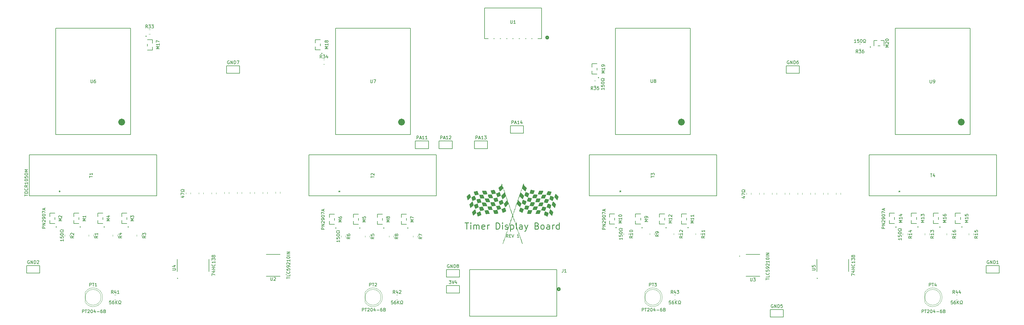
<source format=gbr>
%TF.GenerationSoftware,KiCad,Pcbnew,8.0.8-8.0.8-0~ubuntu24.04.1*%
%TF.CreationDate,2025-08-07T17:00:54-04:00*%
%TF.ProjectId,display_15_in,64697370-6c61-4795-9f31-355f696e2e6b,2*%
%TF.SameCoordinates,Original*%
%TF.FileFunction,Legend,Top*%
%TF.FilePolarity,Positive*%
%FSLAX46Y46*%
G04 Gerber Fmt 4.6, Leading zero omitted, Abs format (unit mm)*
G04 Created by KiCad (PCBNEW 8.0.8-8.0.8-0~ubuntu24.04.1) date 2025-08-07 17:00:54*
%MOMM*%
%LPD*%
G01*
G04 APERTURE LIST*
%ADD10C,0.200000*%
%ADD11C,0.250000*%
%ADD12C,0.120000*%
%ADD13C,0.152400*%
%ADD14C,0.150000*%
%ADD15C,1.125000*%
%ADD16C,0.127000*%
%ADD17C,0.000000*%
%ADD18C,0.508000*%
G04 APERTURE END LIST*
D10*
X298968219Y-165762183D02*
X298968219Y-165190755D01*
X299968219Y-165476469D02*
X298968219Y-165476469D01*
X299968219Y-164381231D02*
X299968219Y-164857421D01*
X299968219Y-164857421D02*
X298968219Y-164857421D01*
X299872980Y-163476469D02*
X299920600Y-163524088D01*
X299920600Y-163524088D02*
X299968219Y-163666945D01*
X299968219Y-163666945D02*
X299968219Y-163762183D01*
X299968219Y-163762183D02*
X299920600Y-163905040D01*
X299920600Y-163905040D02*
X299825361Y-164000278D01*
X299825361Y-164000278D02*
X299730123Y-164047897D01*
X299730123Y-164047897D02*
X299539647Y-164095516D01*
X299539647Y-164095516D02*
X299396790Y-164095516D01*
X299396790Y-164095516D02*
X299206314Y-164047897D01*
X299206314Y-164047897D02*
X299111076Y-164000278D01*
X299111076Y-164000278D02*
X299015838Y-163905040D01*
X299015838Y-163905040D02*
X298968219Y-163762183D01*
X298968219Y-163762183D02*
X298968219Y-163666945D01*
X298968219Y-163666945D02*
X299015838Y-163524088D01*
X299015838Y-163524088D02*
X299063457Y-163476469D01*
X298968219Y-162571707D02*
X298968219Y-163047897D01*
X298968219Y-163047897D02*
X299444409Y-163095516D01*
X299444409Y-163095516D02*
X299396790Y-163047897D01*
X299396790Y-163047897D02*
X299349171Y-162952659D01*
X299349171Y-162952659D02*
X299349171Y-162714564D01*
X299349171Y-162714564D02*
X299396790Y-162619326D01*
X299396790Y-162619326D02*
X299444409Y-162571707D01*
X299444409Y-162571707D02*
X299539647Y-162524088D01*
X299539647Y-162524088D02*
X299777742Y-162524088D01*
X299777742Y-162524088D02*
X299872980Y-162571707D01*
X299872980Y-162571707D02*
X299920600Y-162619326D01*
X299920600Y-162619326D02*
X299968219Y-162714564D01*
X299968219Y-162714564D02*
X299968219Y-162952659D01*
X299968219Y-162952659D02*
X299920600Y-163047897D01*
X299920600Y-163047897D02*
X299872980Y-163095516D01*
X299968219Y-162047897D02*
X299968219Y-161857421D01*
X299968219Y-161857421D02*
X299920600Y-161762183D01*
X299920600Y-161762183D02*
X299872980Y-161714564D01*
X299872980Y-161714564D02*
X299730123Y-161619326D01*
X299730123Y-161619326D02*
X299539647Y-161571707D01*
X299539647Y-161571707D02*
X299158695Y-161571707D01*
X299158695Y-161571707D02*
X299063457Y-161619326D01*
X299063457Y-161619326D02*
X299015838Y-161666945D01*
X299015838Y-161666945D02*
X298968219Y-161762183D01*
X298968219Y-161762183D02*
X298968219Y-161952659D01*
X298968219Y-161952659D02*
X299015838Y-162047897D01*
X299015838Y-162047897D02*
X299063457Y-162095516D01*
X299063457Y-162095516D02*
X299158695Y-162143135D01*
X299158695Y-162143135D02*
X299396790Y-162143135D01*
X299396790Y-162143135D02*
X299492028Y-162095516D01*
X299492028Y-162095516D02*
X299539647Y-162047897D01*
X299539647Y-162047897D02*
X299587266Y-161952659D01*
X299587266Y-161952659D02*
X299587266Y-161762183D01*
X299587266Y-161762183D02*
X299539647Y-161666945D01*
X299539647Y-161666945D02*
X299492028Y-161619326D01*
X299492028Y-161619326D02*
X299396790Y-161571707D01*
X299063457Y-161190754D02*
X299015838Y-161143135D01*
X299015838Y-161143135D02*
X298968219Y-161047897D01*
X298968219Y-161047897D02*
X298968219Y-160809802D01*
X298968219Y-160809802D02*
X299015838Y-160714564D01*
X299015838Y-160714564D02*
X299063457Y-160666945D01*
X299063457Y-160666945D02*
X299158695Y-160619326D01*
X299158695Y-160619326D02*
X299253933Y-160619326D01*
X299253933Y-160619326D02*
X299396790Y-160666945D01*
X299396790Y-160666945D02*
X299968219Y-161238373D01*
X299968219Y-161238373D02*
X299968219Y-160619326D01*
X299968219Y-159666945D02*
X299968219Y-160238373D01*
X299968219Y-159952659D02*
X298968219Y-159952659D01*
X298968219Y-159952659D02*
X299111076Y-160047897D01*
X299111076Y-160047897D02*
X299206314Y-160143135D01*
X299206314Y-160143135D02*
X299253933Y-160238373D01*
X298968219Y-159047897D02*
X298968219Y-158952659D01*
X298968219Y-158952659D02*
X299015838Y-158857421D01*
X299015838Y-158857421D02*
X299063457Y-158809802D01*
X299063457Y-158809802D02*
X299158695Y-158762183D01*
X299158695Y-158762183D02*
X299349171Y-158714564D01*
X299349171Y-158714564D02*
X299587266Y-158714564D01*
X299587266Y-158714564D02*
X299777742Y-158762183D01*
X299777742Y-158762183D02*
X299872980Y-158809802D01*
X299872980Y-158809802D02*
X299920600Y-158857421D01*
X299920600Y-158857421D02*
X299968219Y-158952659D01*
X299968219Y-158952659D02*
X299968219Y-159047897D01*
X299968219Y-159047897D02*
X299920600Y-159143135D01*
X299920600Y-159143135D02*
X299872980Y-159190754D01*
X299872980Y-159190754D02*
X299777742Y-159238373D01*
X299777742Y-159238373D02*
X299587266Y-159285992D01*
X299587266Y-159285992D02*
X299349171Y-159285992D01*
X299349171Y-159285992D02*
X299158695Y-159238373D01*
X299158695Y-159238373D02*
X299063457Y-159190754D01*
X299063457Y-159190754D02*
X299015838Y-159143135D01*
X299015838Y-159143135D02*
X298968219Y-159047897D01*
X299968219Y-158285992D02*
X298968219Y-158285992D01*
X299968219Y-157809802D02*
X298968219Y-157809802D01*
X298968219Y-157809802D02*
X299968219Y-157238374D01*
X299968219Y-157238374D02*
X298968219Y-157238374D01*
X180427476Y-172426219D02*
X179951286Y-172426219D01*
X179951286Y-172426219D02*
X179903667Y-172902409D01*
X179903667Y-172902409D02*
X179951286Y-172854790D01*
X179951286Y-172854790D02*
X180046524Y-172807171D01*
X180046524Y-172807171D02*
X180284619Y-172807171D01*
X180284619Y-172807171D02*
X180379857Y-172854790D01*
X180379857Y-172854790D02*
X180427476Y-172902409D01*
X180427476Y-172902409D02*
X180475095Y-172997647D01*
X180475095Y-172997647D02*
X180475095Y-173235742D01*
X180475095Y-173235742D02*
X180427476Y-173330980D01*
X180427476Y-173330980D02*
X180379857Y-173378600D01*
X180379857Y-173378600D02*
X180284619Y-173426219D01*
X180284619Y-173426219D02*
X180046524Y-173426219D01*
X180046524Y-173426219D02*
X179951286Y-173378600D01*
X179951286Y-173378600D02*
X179903667Y-173330980D01*
X181332238Y-172426219D02*
X181141762Y-172426219D01*
X181141762Y-172426219D02*
X181046524Y-172473838D01*
X181046524Y-172473838D02*
X180998905Y-172521457D01*
X180998905Y-172521457D02*
X180903667Y-172664314D01*
X180903667Y-172664314D02*
X180856048Y-172854790D01*
X180856048Y-172854790D02*
X180856048Y-173235742D01*
X180856048Y-173235742D02*
X180903667Y-173330980D01*
X180903667Y-173330980D02*
X180951286Y-173378600D01*
X180951286Y-173378600D02*
X181046524Y-173426219D01*
X181046524Y-173426219D02*
X181237000Y-173426219D01*
X181237000Y-173426219D02*
X181332238Y-173378600D01*
X181332238Y-173378600D02*
X181379857Y-173330980D01*
X181379857Y-173330980D02*
X181427476Y-173235742D01*
X181427476Y-173235742D02*
X181427476Y-172997647D01*
X181427476Y-172997647D02*
X181379857Y-172902409D01*
X181379857Y-172902409D02*
X181332238Y-172854790D01*
X181332238Y-172854790D02*
X181237000Y-172807171D01*
X181237000Y-172807171D02*
X181046524Y-172807171D01*
X181046524Y-172807171D02*
X180951286Y-172854790D01*
X180951286Y-172854790D02*
X180903667Y-172902409D01*
X180903667Y-172902409D02*
X180856048Y-172997647D01*
X181856048Y-173426219D02*
X181856048Y-172426219D01*
X182427476Y-173426219D02*
X181998905Y-172854790D01*
X182427476Y-172426219D02*
X181856048Y-172997647D01*
X182808429Y-173426219D02*
X183046524Y-173426219D01*
X183046524Y-173426219D02*
X183046524Y-173235742D01*
X183046524Y-173235742D02*
X182951286Y-173188123D01*
X182951286Y-173188123D02*
X182856048Y-173092885D01*
X182856048Y-173092885D02*
X182808429Y-172950028D01*
X182808429Y-172950028D02*
X182808429Y-172711933D01*
X182808429Y-172711933D02*
X182856048Y-172569076D01*
X182856048Y-172569076D02*
X182951286Y-172473838D01*
X182951286Y-172473838D02*
X183094143Y-172426219D01*
X183094143Y-172426219D02*
X183284619Y-172426219D01*
X183284619Y-172426219D02*
X183427476Y-172473838D01*
X183427476Y-172473838D02*
X183522714Y-172569076D01*
X183522714Y-172569076D02*
X183570333Y-172711933D01*
X183570333Y-172711933D02*
X183570333Y-172950028D01*
X183570333Y-172950028D02*
X183522714Y-173092885D01*
X183522714Y-173092885D02*
X183427476Y-173188123D01*
X183427476Y-173188123D02*
X183332238Y-173235742D01*
X183332238Y-173235742D02*
X183332238Y-173426219D01*
X183332238Y-173426219D02*
X183570333Y-173426219D01*
X348476673Y-176223219D02*
X348476673Y-175223219D01*
X348476673Y-175223219D02*
X348857625Y-175223219D01*
X348857625Y-175223219D02*
X348952863Y-175270838D01*
X348952863Y-175270838D02*
X349000482Y-175318457D01*
X349000482Y-175318457D02*
X349048101Y-175413695D01*
X349048101Y-175413695D02*
X349048101Y-175556552D01*
X349048101Y-175556552D02*
X349000482Y-175651790D01*
X349000482Y-175651790D02*
X348952863Y-175699409D01*
X348952863Y-175699409D02*
X348857625Y-175747028D01*
X348857625Y-175747028D02*
X348476673Y-175747028D01*
X349333816Y-175223219D02*
X349905244Y-175223219D01*
X349619530Y-176223219D02*
X349619530Y-175223219D01*
X350190959Y-175318457D02*
X350238578Y-175270838D01*
X350238578Y-175270838D02*
X350333816Y-175223219D01*
X350333816Y-175223219D02*
X350571911Y-175223219D01*
X350571911Y-175223219D02*
X350667149Y-175270838D01*
X350667149Y-175270838D02*
X350714768Y-175318457D01*
X350714768Y-175318457D02*
X350762387Y-175413695D01*
X350762387Y-175413695D02*
X350762387Y-175508933D01*
X350762387Y-175508933D02*
X350714768Y-175651790D01*
X350714768Y-175651790D02*
X350143340Y-176223219D01*
X350143340Y-176223219D02*
X350762387Y-176223219D01*
X351381435Y-175223219D02*
X351476673Y-175223219D01*
X351476673Y-175223219D02*
X351571911Y-175270838D01*
X351571911Y-175270838D02*
X351619530Y-175318457D01*
X351619530Y-175318457D02*
X351667149Y-175413695D01*
X351667149Y-175413695D02*
X351714768Y-175604171D01*
X351714768Y-175604171D02*
X351714768Y-175842266D01*
X351714768Y-175842266D02*
X351667149Y-176032742D01*
X351667149Y-176032742D02*
X351619530Y-176127980D01*
X351619530Y-176127980D02*
X351571911Y-176175600D01*
X351571911Y-176175600D02*
X351476673Y-176223219D01*
X351476673Y-176223219D02*
X351381435Y-176223219D01*
X351381435Y-176223219D02*
X351286197Y-176175600D01*
X351286197Y-176175600D02*
X351238578Y-176127980D01*
X351238578Y-176127980D02*
X351190959Y-176032742D01*
X351190959Y-176032742D02*
X351143340Y-175842266D01*
X351143340Y-175842266D02*
X351143340Y-175604171D01*
X351143340Y-175604171D02*
X351190959Y-175413695D01*
X351190959Y-175413695D02*
X351238578Y-175318457D01*
X351238578Y-175318457D02*
X351286197Y-175270838D01*
X351286197Y-175270838D02*
X351381435Y-175223219D01*
X352571911Y-175556552D02*
X352571911Y-176223219D01*
X352333816Y-175175600D02*
X352095721Y-175889885D01*
X352095721Y-175889885D02*
X352714768Y-175889885D01*
X353095721Y-175842266D02*
X353857626Y-175842266D01*
X354762387Y-175223219D02*
X354571911Y-175223219D01*
X354571911Y-175223219D02*
X354476673Y-175270838D01*
X354476673Y-175270838D02*
X354429054Y-175318457D01*
X354429054Y-175318457D02*
X354333816Y-175461314D01*
X354333816Y-175461314D02*
X354286197Y-175651790D01*
X354286197Y-175651790D02*
X354286197Y-176032742D01*
X354286197Y-176032742D02*
X354333816Y-176127980D01*
X354333816Y-176127980D02*
X354381435Y-176175600D01*
X354381435Y-176175600D02*
X354476673Y-176223219D01*
X354476673Y-176223219D02*
X354667149Y-176223219D01*
X354667149Y-176223219D02*
X354762387Y-176175600D01*
X354762387Y-176175600D02*
X354810006Y-176127980D01*
X354810006Y-176127980D02*
X354857625Y-176032742D01*
X354857625Y-176032742D02*
X354857625Y-175794647D01*
X354857625Y-175794647D02*
X354810006Y-175699409D01*
X354810006Y-175699409D02*
X354762387Y-175651790D01*
X354762387Y-175651790D02*
X354667149Y-175604171D01*
X354667149Y-175604171D02*
X354476673Y-175604171D01*
X354476673Y-175604171D02*
X354381435Y-175651790D01*
X354381435Y-175651790D02*
X354333816Y-175699409D01*
X354333816Y-175699409D02*
X354286197Y-175794647D01*
X355619530Y-175699409D02*
X355762387Y-175747028D01*
X355762387Y-175747028D02*
X355810006Y-175794647D01*
X355810006Y-175794647D02*
X355857625Y-175889885D01*
X355857625Y-175889885D02*
X355857625Y-176032742D01*
X355857625Y-176032742D02*
X355810006Y-176127980D01*
X355810006Y-176127980D02*
X355762387Y-176175600D01*
X355762387Y-176175600D02*
X355667149Y-176223219D01*
X355667149Y-176223219D02*
X355286197Y-176223219D01*
X355286197Y-176223219D02*
X355286197Y-175223219D01*
X355286197Y-175223219D02*
X355619530Y-175223219D01*
X355619530Y-175223219D02*
X355714768Y-175270838D01*
X355714768Y-175270838D02*
X355762387Y-175318457D01*
X355762387Y-175318457D02*
X355810006Y-175413695D01*
X355810006Y-175413695D02*
X355810006Y-175508933D01*
X355810006Y-175508933D02*
X355762387Y-175604171D01*
X355762387Y-175604171D02*
X355714768Y-175651790D01*
X355714768Y-175651790D02*
X355619530Y-175699409D01*
X355619530Y-175699409D02*
X355286197Y-175699409D01*
X158694219Y-149677047D02*
X157694219Y-149677047D01*
X157694219Y-149677047D02*
X157694219Y-149296095D01*
X157694219Y-149296095D02*
X157741838Y-149200857D01*
X157741838Y-149200857D02*
X157789457Y-149153238D01*
X157789457Y-149153238D02*
X157884695Y-149105619D01*
X157884695Y-149105619D02*
X158027552Y-149105619D01*
X158027552Y-149105619D02*
X158122790Y-149153238D01*
X158122790Y-149153238D02*
X158170409Y-149200857D01*
X158170409Y-149200857D02*
X158218028Y-149296095D01*
X158218028Y-149296095D02*
X158218028Y-149677047D01*
X158694219Y-148677047D02*
X157694219Y-148677047D01*
X157694219Y-148677047D02*
X158694219Y-148105619D01*
X158694219Y-148105619D02*
X157694219Y-148105619D01*
X157789457Y-147677047D02*
X157741838Y-147629428D01*
X157741838Y-147629428D02*
X157694219Y-147534190D01*
X157694219Y-147534190D02*
X157694219Y-147296095D01*
X157694219Y-147296095D02*
X157741838Y-147200857D01*
X157741838Y-147200857D02*
X157789457Y-147153238D01*
X157789457Y-147153238D02*
X157884695Y-147105619D01*
X157884695Y-147105619D02*
X157979933Y-147105619D01*
X157979933Y-147105619D02*
X158122790Y-147153238D01*
X158122790Y-147153238D02*
X158694219Y-147724666D01*
X158694219Y-147724666D02*
X158694219Y-147105619D01*
X158694219Y-146629428D02*
X158694219Y-146438952D01*
X158694219Y-146438952D02*
X158646600Y-146343714D01*
X158646600Y-146343714D02*
X158598980Y-146296095D01*
X158598980Y-146296095D02*
X158456123Y-146200857D01*
X158456123Y-146200857D02*
X158265647Y-146153238D01*
X158265647Y-146153238D02*
X157884695Y-146153238D01*
X157884695Y-146153238D02*
X157789457Y-146200857D01*
X157789457Y-146200857D02*
X157741838Y-146248476D01*
X157741838Y-146248476D02*
X157694219Y-146343714D01*
X157694219Y-146343714D02*
X157694219Y-146534190D01*
X157694219Y-146534190D02*
X157741838Y-146629428D01*
X157741838Y-146629428D02*
X157789457Y-146677047D01*
X157789457Y-146677047D02*
X157884695Y-146724666D01*
X157884695Y-146724666D02*
X158122790Y-146724666D01*
X158122790Y-146724666D02*
X158218028Y-146677047D01*
X158218028Y-146677047D02*
X158265647Y-146629428D01*
X158265647Y-146629428D02*
X158313266Y-146534190D01*
X158313266Y-146534190D02*
X158313266Y-146343714D01*
X158313266Y-146343714D02*
X158265647Y-146248476D01*
X158265647Y-146248476D02*
X158218028Y-146200857D01*
X158218028Y-146200857D02*
X158122790Y-146153238D01*
X157694219Y-145534190D02*
X157694219Y-145438952D01*
X157694219Y-145438952D02*
X157741838Y-145343714D01*
X157741838Y-145343714D02*
X157789457Y-145296095D01*
X157789457Y-145296095D02*
X157884695Y-145248476D01*
X157884695Y-145248476D02*
X158075171Y-145200857D01*
X158075171Y-145200857D02*
X158313266Y-145200857D01*
X158313266Y-145200857D02*
X158503742Y-145248476D01*
X158503742Y-145248476D02*
X158598980Y-145296095D01*
X158598980Y-145296095D02*
X158646600Y-145343714D01*
X158646600Y-145343714D02*
X158694219Y-145438952D01*
X158694219Y-145438952D02*
X158694219Y-145534190D01*
X158694219Y-145534190D02*
X158646600Y-145629428D01*
X158646600Y-145629428D02*
X158598980Y-145677047D01*
X158598980Y-145677047D02*
X158503742Y-145724666D01*
X158503742Y-145724666D02*
X158313266Y-145772285D01*
X158313266Y-145772285D02*
X158075171Y-145772285D01*
X158075171Y-145772285D02*
X157884695Y-145724666D01*
X157884695Y-145724666D02*
X157789457Y-145677047D01*
X157789457Y-145677047D02*
X157741838Y-145629428D01*
X157741838Y-145629428D02*
X157694219Y-145534190D01*
X157694219Y-144867523D02*
X157694219Y-144200857D01*
X157694219Y-144200857D02*
X158694219Y-144629428D01*
X158408504Y-143867523D02*
X158408504Y-143391333D01*
X158694219Y-143962761D02*
X157694219Y-143629428D01*
X157694219Y-143629428D02*
X158694219Y-143296095D01*
X122946219Y-164397564D02*
X122946219Y-163730898D01*
X122946219Y-163730898D02*
X123946219Y-164159469D01*
X123279552Y-162921374D02*
X123946219Y-162921374D01*
X122898600Y-163159469D02*
X123612885Y-163397564D01*
X123612885Y-163397564D02*
X123612885Y-162778517D01*
X123946219Y-162397564D02*
X122946219Y-162397564D01*
X123422409Y-162397564D02*
X123422409Y-161826136D01*
X123946219Y-161826136D02*
X122946219Y-161826136D01*
X123850980Y-160778517D02*
X123898600Y-160826136D01*
X123898600Y-160826136D02*
X123946219Y-160968993D01*
X123946219Y-160968993D02*
X123946219Y-161064231D01*
X123946219Y-161064231D02*
X123898600Y-161207088D01*
X123898600Y-161207088D02*
X123803361Y-161302326D01*
X123803361Y-161302326D02*
X123708123Y-161349945D01*
X123708123Y-161349945D02*
X123517647Y-161397564D01*
X123517647Y-161397564D02*
X123374790Y-161397564D01*
X123374790Y-161397564D02*
X123184314Y-161349945D01*
X123184314Y-161349945D02*
X123089076Y-161302326D01*
X123089076Y-161302326D02*
X122993838Y-161207088D01*
X122993838Y-161207088D02*
X122946219Y-161064231D01*
X122946219Y-161064231D02*
X122946219Y-160968993D01*
X122946219Y-160968993D02*
X122993838Y-160826136D01*
X122993838Y-160826136D02*
X123041457Y-160778517D01*
X123946219Y-159826136D02*
X123946219Y-160397564D01*
X123946219Y-160111850D02*
X122946219Y-160111850D01*
X122946219Y-160111850D02*
X123089076Y-160207088D01*
X123089076Y-160207088D02*
X123184314Y-160302326D01*
X123184314Y-160302326D02*
X123231933Y-160397564D01*
X122946219Y-159492802D02*
X122946219Y-158873755D01*
X122946219Y-158873755D02*
X123327171Y-159207088D01*
X123327171Y-159207088D02*
X123327171Y-159064231D01*
X123327171Y-159064231D02*
X123374790Y-158968993D01*
X123374790Y-158968993D02*
X123422409Y-158921374D01*
X123422409Y-158921374D02*
X123517647Y-158873755D01*
X123517647Y-158873755D02*
X123755742Y-158873755D01*
X123755742Y-158873755D02*
X123850980Y-158921374D01*
X123850980Y-158921374D02*
X123898600Y-158968993D01*
X123898600Y-158968993D02*
X123946219Y-159064231D01*
X123946219Y-159064231D02*
X123946219Y-159349945D01*
X123946219Y-159349945D02*
X123898600Y-159445183D01*
X123898600Y-159445183D02*
X123850980Y-159492802D01*
X123374790Y-158302326D02*
X123327171Y-158397564D01*
X123327171Y-158397564D02*
X123279552Y-158445183D01*
X123279552Y-158445183D02*
X123184314Y-158492802D01*
X123184314Y-158492802D02*
X123136695Y-158492802D01*
X123136695Y-158492802D02*
X123041457Y-158445183D01*
X123041457Y-158445183D02*
X122993838Y-158397564D01*
X122993838Y-158397564D02*
X122946219Y-158302326D01*
X122946219Y-158302326D02*
X122946219Y-158111850D01*
X122946219Y-158111850D02*
X122993838Y-158016612D01*
X122993838Y-158016612D02*
X123041457Y-157968993D01*
X123041457Y-157968993D02*
X123136695Y-157921374D01*
X123136695Y-157921374D02*
X123184314Y-157921374D01*
X123184314Y-157921374D02*
X123279552Y-157968993D01*
X123279552Y-157968993D02*
X123327171Y-158016612D01*
X123327171Y-158016612D02*
X123374790Y-158111850D01*
X123374790Y-158111850D02*
X123374790Y-158302326D01*
X123374790Y-158302326D02*
X123422409Y-158397564D01*
X123422409Y-158397564D02*
X123470028Y-158445183D01*
X123470028Y-158445183D02*
X123565266Y-158492802D01*
X123565266Y-158492802D02*
X123755742Y-158492802D01*
X123755742Y-158492802D02*
X123850980Y-158445183D01*
X123850980Y-158445183D02*
X123898600Y-158397564D01*
X123898600Y-158397564D02*
X123946219Y-158302326D01*
X123946219Y-158302326D02*
X123946219Y-158111850D01*
X123946219Y-158111850D02*
X123898600Y-158016612D01*
X123898600Y-158016612D02*
X123850980Y-157968993D01*
X123850980Y-157968993D02*
X123755742Y-157921374D01*
X123755742Y-157921374D02*
X123565266Y-157921374D01*
X123565266Y-157921374D02*
X123470028Y-157968993D01*
X123470028Y-157968993D02*
X123422409Y-158016612D01*
X123422409Y-158016612D02*
X123374790Y-158111850D01*
X326146219Y-164397564D02*
X326146219Y-163730898D01*
X326146219Y-163730898D02*
X327146219Y-164159469D01*
X326479552Y-162921374D02*
X327146219Y-162921374D01*
X326098600Y-163159469D02*
X326812885Y-163397564D01*
X326812885Y-163397564D02*
X326812885Y-162778517D01*
X327146219Y-162397564D02*
X326146219Y-162397564D01*
X326622409Y-162397564D02*
X326622409Y-161826136D01*
X327146219Y-161826136D02*
X326146219Y-161826136D01*
X327050980Y-160778517D02*
X327098600Y-160826136D01*
X327098600Y-160826136D02*
X327146219Y-160968993D01*
X327146219Y-160968993D02*
X327146219Y-161064231D01*
X327146219Y-161064231D02*
X327098600Y-161207088D01*
X327098600Y-161207088D02*
X327003361Y-161302326D01*
X327003361Y-161302326D02*
X326908123Y-161349945D01*
X326908123Y-161349945D02*
X326717647Y-161397564D01*
X326717647Y-161397564D02*
X326574790Y-161397564D01*
X326574790Y-161397564D02*
X326384314Y-161349945D01*
X326384314Y-161349945D02*
X326289076Y-161302326D01*
X326289076Y-161302326D02*
X326193838Y-161207088D01*
X326193838Y-161207088D02*
X326146219Y-161064231D01*
X326146219Y-161064231D02*
X326146219Y-160968993D01*
X326146219Y-160968993D02*
X326193838Y-160826136D01*
X326193838Y-160826136D02*
X326241457Y-160778517D01*
X327146219Y-159826136D02*
X327146219Y-160397564D01*
X327146219Y-160111850D02*
X326146219Y-160111850D01*
X326146219Y-160111850D02*
X326289076Y-160207088D01*
X326289076Y-160207088D02*
X326384314Y-160302326D01*
X326384314Y-160302326D02*
X326431933Y-160397564D01*
X326146219Y-159492802D02*
X326146219Y-158873755D01*
X326146219Y-158873755D02*
X326527171Y-159207088D01*
X326527171Y-159207088D02*
X326527171Y-159064231D01*
X326527171Y-159064231D02*
X326574790Y-158968993D01*
X326574790Y-158968993D02*
X326622409Y-158921374D01*
X326622409Y-158921374D02*
X326717647Y-158873755D01*
X326717647Y-158873755D02*
X326955742Y-158873755D01*
X326955742Y-158873755D02*
X327050980Y-158921374D01*
X327050980Y-158921374D02*
X327098600Y-158968993D01*
X327098600Y-158968993D02*
X327146219Y-159064231D01*
X327146219Y-159064231D02*
X327146219Y-159349945D01*
X327146219Y-159349945D02*
X327098600Y-159445183D01*
X327098600Y-159445183D02*
X327050980Y-159492802D01*
X326574790Y-158302326D02*
X326527171Y-158397564D01*
X326527171Y-158397564D02*
X326479552Y-158445183D01*
X326479552Y-158445183D02*
X326384314Y-158492802D01*
X326384314Y-158492802D02*
X326336695Y-158492802D01*
X326336695Y-158492802D02*
X326241457Y-158445183D01*
X326241457Y-158445183D02*
X326193838Y-158397564D01*
X326193838Y-158397564D02*
X326146219Y-158302326D01*
X326146219Y-158302326D02*
X326146219Y-158111850D01*
X326146219Y-158111850D02*
X326193838Y-158016612D01*
X326193838Y-158016612D02*
X326241457Y-157968993D01*
X326241457Y-157968993D02*
X326336695Y-157921374D01*
X326336695Y-157921374D02*
X326384314Y-157921374D01*
X326384314Y-157921374D02*
X326479552Y-157968993D01*
X326479552Y-157968993D02*
X326527171Y-158016612D01*
X326527171Y-158016612D02*
X326574790Y-158111850D01*
X326574790Y-158111850D02*
X326574790Y-158302326D01*
X326574790Y-158302326D02*
X326622409Y-158397564D01*
X326622409Y-158397564D02*
X326670028Y-158445183D01*
X326670028Y-158445183D02*
X326765266Y-158492802D01*
X326765266Y-158492802D02*
X326955742Y-158492802D01*
X326955742Y-158492802D02*
X327050980Y-158445183D01*
X327050980Y-158445183D02*
X327098600Y-158397564D01*
X327098600Y-158397564D02*
X327146219Y-158302326D01*
X327146219Y-158302326D02*
X327146219Y-158111850D01*
X327146219Y-158111850D02*
X327098600Y-158016612D01*
X327098600Y-158016612D02*
X327050980Y-157968993D01*
X327050980Y-157968993D02*
X326955742Y-157921374D01*
X326955742Y-157921374D02*
X326765266Y-157921374D01*
X326765266Y-157921374D02*
X326670028Y-157968993D01*
X326670028Y-157968993D02*
X326622409Y-158016612D01*
X326622409Y-158016612D02*
X326574790Y-158111850D01*
X336748219Y-149423047D02*
X335748219Y-149423047D01*
X335748219Y-149423047D02*
X335748219Y-149042095D01*
X335748219Y-149042095D02*
X335795838Y-148946857D01*
X335795838Y-148946857D02*
X335843457Y-148899238D01*
X335843457Y-148899238D02*
X335938695Y-148851619D01*
X335938695Y-148851619D02*
X336081552Y-148851619D01*
X336081552Y-148851619D02*
X336176790Y-148899238D01*
X336176790Y-148899238D02*
X336224409Y-148946857D01*
X336224409Y-148946857D02*
X336272028Y-149042095D01*
X336272028Y-149042095D02*
X336272028Y-149423047D01*
X336748219Y-148423047D02*
X335748219Y-148423047D01*
X335748219Y-148423047D02*
X336748219Y-147851619D01*
X336748219Y-147851619D02*
X335748219Y-147851619D01*
X335843457Y-147423047D02*
X335795838Y-147375428D01*
X335795838Y-147375428D02*
X335748219Y-147280190D01*
X335748219Y-147280190D02*
X335748219Y-147042095D01*
X335748219Y-147042095D02*
X335795838Y-146946857D01*
X335795838Y-146946857D02*
X335843457Y-146899238D01*
X335843457Y-146899238D02*
X335938695Y-146851619D01*
X335938695Y-146851619D02*
X336033933Y-146851619D01*
X336033933Y-146851619D02*
X336176790Y-146899238D01*
X336176790Y-146899238D02*
X336748219Y-147470666D01*
X336748219Y-147470666D02*
X336748219Y-146851619D01*
X336748219Y-146375428D02*
X336748219Y-146184952D01*
X336748219Y-146184952D02*
X336700600Y-146089714D01*
X336700600Y-146089714D02*
X336652980Y-146042095D01*
X336652980Y-146042095D02*
X336510123Y-145946857D01*
X336510123Y-145946857D02*
X336319647Y-145899238D01*
X336319647Y-145899238D02*
X335938695Y-145899238D01*
X335938695Y-145899238D02*
X335843457Y-145946857D01*
X335843457Y-145946857D02*
X335795838Y-145994476D01*
X335795838Y-145994476D02*
X335748219Y-146089714D01*
X335748219Y-146089714D02*
X335748219Y-146280190D01*
X335748219Y-146280190D02*
X335795838Y-146375428D01*
X335795838Y-146375428D02*
X335843457Y-146423047D01*
X335843457Y-146423047D02*
X335938695Y-146470666D01*
X335938695Y-146470666D02*
X336176790Y-146470666D01*
X336176790Y-146470666D02*
X336272028Y-146423047D01*
X336272028Y-146423047D02*
X336319647Y-146375428D01*
X336319647Y-146375428D02*
X336367266Y-146280190D01*
X336367266Y-146280190D02*
X336367266Y-146089714D01*
X336367266Y-146089714D02*
X336319647Y-145994476D01*
X336319647Y-145994476D02*
X336272028Y-145946857D01*
X336272028Y-145946857D02*
X336176790Y-145899238D01*
X335748219Y-145280190D02*
X335748219Y-145184952D01*
X335748219Y-145184952D02*
X335795838Y-145089714D01*
X335795838Y-145089714D02*
X335843457Y-145042095D01*
X335843457Y-145042095D02*
X335938695Y-144994476D01*
X335938695Y-144994476D02*
X336129171Y-144946857D01*
X336129171Y-144946857D02*
X336367266Y-144946857D01*
X336367266Y-144946857D02*
X336557742Y-144994476D01*
X336557742Y-144994476D02*
X336652980Y-145042095D01*
X336652980Y-145042095D02*
X336700600Y-145089714D01*
X336700600Y-145089714D02*
X336748219Y-145184952D01*
X336748219Y-145184952D02*
X336748219Y-145280190D01*
X336748219Y-145280190D02*
X336700600Y-145375428D01*
X336700600Y-145375428D02*
X336652980Y-145423047D01*
X336652980Y-145423047D02*
X336557742Y-145470666D01*
X336557742Y-145470666D02*
X336367266Y-145518285D01*
X336367266Y-145518285D02*
X336129171Y-145518285D01*
X336129171Y-145518285D02*
X335938695Y-145470666D01*
X335938695Y-145470666D02*
X335843457Y-145423047D01*
X335843457Y-145423047D02*
X335795838Y-145375428D01*
X335795838Y-145375428D02*
X335748219Y-145280190D01*
X335748219Y-144613523D02*
X335748219Y-143946857D01*
X335748219Y-143946857D02*
X336748219Y-144375428D01*
X336462504Y-143613523D02*
X336462504Y-143137333D01*
X336748219Y-143708761D02*
X335748219Y-143375428D01*
X335748219Y-143375428D02*
X336748219Y-143042095D01*
X247975219Y-149677047D02*
X246975219Y-149677047D01*
X246975219Y-149677047D02*
X246975219Y-149296095D01*
X246975219Y-149296095D02*
X247022838Y-149200857D01*
X247022838Y-149200857D02*
X247070457Y-149153238D01*
X247070457Y-149153238D02*
X247165695Y-149105619D01*
X247165695Y-149105619D02*
X247308552Y-149105619D01*
X247308552Y-149105619D02*
X247403790Y-149153238D01*
X247403790Y-149153238D02*
X247451409Y-149200857D01*
X247451409Y-149200857D02*
X247499028Y-149296095D01*
X247499028Y-149296095D02*
X247499028Y-149677047D01*
X247975219Y-148677047D02*
X246975219Y-148677047D01*
X246975219Y-148677047D02*
X247975219Y-148105619D01*
X247975219Y-148105619D02*
X246975219Y-148105619D01*
X247070457Y-147677047D02*
X247022838Y-147629428D01*
X247022838Y-147629428D02*
X246975219Y-147534190D01*
X246975219Y-147534190D02*
X246975219Y-147296095D01*
X246975219Y-147296095D02*
X247022838Y-147200857D01*
X247022838Y-147200857D02*
X247070457Y-147153238D01*
X247070457Y-147153238D02*
X247165695Y-147105619D01*
X247165695Y-147105619D02*
X247260933Y-147105619D01*
X247260933Y-147105619D02*
X247403790Y-147153238D01*
X247403790Y-147153238D02*
X247975219Y-147724666D01*
X247975219Y-147724666D02*
X247975219Y-147105619D01*
X247975219Y-146629428D02*
X247975219Y-146438952D01*
X247975219Y-146438952D02*
X247927600Y-146343714D01*
X247927600Y-146343714D02*
X247879980Y-146296095D01*
X247879980Y-146296095D02*
X247737123Y-146200857D01*
X247737123Y-146200857D02*
X247546647Y-146153238D01*
X247546647Y-146153238D02*
X247165695Y-146153238D01*
X247165695Y-146153238D02*
X247070457Y-146200857D01*
X247070457Y-146200857D02*
X247022838Y-146248476D01*
X247022838Y-146248476D02*
X246975219Y-146343714D01*
X246975219Y-146343714D02*
X246975219Y-146534190D01*
X246975219Y-146534190D02*
X247022838Y-146629428D01*
X247022838Y-146629428D02*
X247070457Y-146677047D01*
X247070457Y-146677047D02*
X247165695Y-146724666D01*
X247165695Y-146724666D02*
X247403790Y-146724666D01*
X247403790Y-146724666D02*
X247499028Y-146677047D01*
X247499028Y-146677047D02*
X247546647Y-146629428D01*
X247546647Y-146629428D02*
X247594266Y-146534190D01*
X247594266Y-146534190D02*
X247594266Y-146343714D01*
X247594266Y-146343714D02*
X247546647Y-146248476D01*
X247546647Y-146248476D02*
X247499028Y-146200857D01*
X247499028Y-146200857D02*
X247403790Y-146153238D01*
X246975219Y-145534190D02*
X246975219Y-145438952D01*
X246975219Y-145438952D02*
X247022838Y-145343714D01*
X247022838Y-145343714D02*
X247070457Y-145296095D01*
X247070457Y-145296095D02*
X247165695Y-145248476D01*
X247165695Y-145248476D02*
X247356171Y-145200857D01*
X247356171Y-145200857D02*
X247594266Y-145200857D01*
X247594266Y-145200857D02*
X247784742Y-145248476D01*
X247784742Y-145248476D02*
X247879980Y-145296095D01*
X247879980Y-145296095D02*
X247927600Y-145343714D01*
X247927600Y-145343714D02*
X247975219Y-145438952D01*
X247975219Y-145438952D02*
X247975219Y-145534190D01*
X247975219Y-145534190D02*
X247927600Y-145629428D01*
X247927600Y-145629428D02*
X247879980Y-145677047D01*
X247879980Y-145677047D02*
X247784742Y-145724666D01*
X247784742Y-145724666D02*
X247594266Y-145772285D01*
X247594266Y-145772285D02*
X247356171Y-145772285D01*
X247356171Y-145772285D02*
X247165695Y-145724666D01*
X247165695Y-145724666D02*
X247070457Y-145677047D01*
X247070457Y-145677047D02*
X247022838Y-145629428D01*
X247022838Y-145629428D02*
X246975219Y-145534190D01*
X246975219Y-144867523D02*
X246975219Y-144200857D01*
X246975219Y-144200857D02*
X247975219Y-144629428D01*
X247689504Y-143867523D02*
X247689504Y-143391333D01*
X247975219Y-143962761D02*
X246975219Y-143629428D01*
X246975219Y-143629428D02*
X247975219Y-143296095D01*
X291631552Y-139287142D02*
X292298219Y-139287142D01*
X291250600Y-139525237D02*
X291964885Y-139763332D01*
X291964885Y-139763332D02*
X291964885Y-139144285D01*
X291298219Y-138858570D02*
X291298219Y-138191904D01*
X291298219Y-138191904D02*
X292298219Y-138620475D01*
X292298219Y-137858570D02*
X292298219Y-137620475D01*
X292298219Y-137620475D02*
X292107742Y-137620475D01*
X292107742Y-137620475D02*
X292060123Y-137715713D01*
X292060123Y-137715713D02*
X291964885Y-137810951D01*
X291964885Y-137810951D02*
X291822028Y-137858570D01*
X291822028Y-137858570D02*
X291583933Y-137858570D01*
X291583933Y-137858570D02*
X291441076Y-137810951D01*
X291441076Y-137810951D02*
X291345838Y-137715713D01*
X291345838Y-137715713D02*
X291298219Y-137572856D01*
X291298219Y-137572856D02*
X291298219Y-137382380D01*
X291298219Y-137382380D02*
X291345838Y-137239523D01*
X291345838Y-137239523D02*
X291441076Y-137144285D01*
X291441076Y-137144285D02*
X291583933Y-137096666D01*
X291583933Y-137096666D02*
X291822028Y-137096666D01*
X291822028Y-137096666D02*
X291964885Y-137144285D01*
X291964885Y-137144285D02*
X292060123Y-137239523D01*
X292060123Y-137239523D02*
X292107742Y-137334761D01*
X292107742Y-137334761D02*
X292298219Y-137334761D01*
X292298219Y-137334761D02*
X292298219Y-137096666D01*
X146695219Y-165381183D02*
X146695219Y-164809755D01*
X147695219Y-165095469D02*
X146695219Y-165095469D01*
X147695219Y-164000231D02*
X147695219Y-164476421D01*
X147695219Y-164476421D02*
X146695219Y-164476421D01*
X147599980Y-163095469D02*
X147647600Y-163143088D01*
X147647600Y-163143088D02*
X147695219Y-163285945D01*
X147695219Y-163285945D02*
X147695219Y-163381183D01*
X147695219Y-163381183D02*
X147647600Y-163524040D01*
X147647600Y-163524040D02*
X147552361Y-163619278D01*
X147552361Y-163619278D02*
X147457123Y-163666897D01*
X147457123Y-163666897D02*
X147266647Y-163714516D01*
X147266647Y-163714516D02*
X147123790Y-163714516D01*
X147123790Y-163714516D02*
X146933314Y-163666897D01*
X146933314Y-163666897D02*
X146838076Y-163619278D01*
X146838076Y-163619278D02*
X146742838Y-163524040D01*
X146742838Y-163524040D02*
X146695219Y-163381183D01*
X146695219Y-163381183D02*
X146695219Y-163285945D01*
X146695219Y-163285945D02*
X146742838Y-163143088D01*
X146742838Y-163143088D02*
X146790457Y-163095469D01*
X146695219Y-162190707D02*
X146695219Y-162666897D01*
X146695219Y-162666897D02*
X147171409Y-162714516D01*
X147171409Y-162714516D02*
X147123790Y-162666897D01*
X147123790Y-162666897D02*
X147076171Y-162571659D01*
X147076171Y-162571659D02*
X147076171Y-162333564D01*
X147076171Y-162333564D02*
X147123790Y-162238326D01*
X147123790Y-162238326D02*
X147171409Y-162190707D01*
X147171409Y-162190707D02*
X147266647Y-162143088D01*
X147266647Y-162143088D02*
X147504742Y-162143088D01*
X147504742Y-162143088D02*
X147599980Y-162190707D01*
X147599980Y-162190707D02*
X147647600Y-162238326D01*
X147647600Y-162238326D02*
X147695219Y-162333564D01*
X147695219Y-162333564D02*
X147695219Y-162571659D01*
X147695219Y-162571659D02*
X147647600Y-162666897D01*
X147647600Y-162666897D02*
X147599980Y-162714516D01*
X147695219Y-161666897D02*
X147695219Y-161476421D01*
X147695219Y-161476421D02*
X147647600Y-161381183D01*
X147647600Y-161381183D02*
X147599980Y-161333564D01*
X147599980Y-161333564D02*
X147457123Y-161238326D01*
X147457123Y-161238326D02*
X147266647Y-161190707D01*
X147266647Y-161190707D02*
X146885695Y-161190707D01*
X146885695Y-161190707D02*
X146790457Y-161238326D01*
X146790457Y-161238326D02*
X146742838Y-161285945D01*
X146742838Y-161285945D02*
X146695219Y-161381183D01*
X146695219Y-161381183D02*
X146695219Y-161571659D01*
X146695219Y-161571659D02*
X146742838Y-161666897D01*
X146742838Y-161666897D02*
X146790457Y-161714516D01*
X146790457Y-161714516D02*
X146885695Y-161762135D01*
X146885695Y-161762135D02*
X147123790Y-161762135D01*
X147123790Y-161762135D02*
X147219028Y-161714516D01*
X147219028Y-161714516D02*
X147266647Y-161666897D01*
X147266647Y-161666897D02*
X147314266Y-161571659D01*
X147314266Y-161571659D02*
X147314266Y-161381183D01*
X147314266Y-161381183D02*
X147266647Y-161285945D01*
X147266647Y-161285945D02*
X147219028Y-161238326D01*
X147219028Y-161238326D02*
X147123790Y-161190707D01*
X146790457Y-160809754D02*
X146742838Y-160762135D01*
X146742838Y-160762135D02*
X146695219Y-160666897D01*
X146695219Y-160666897D02*
X146695219Y-160428802D01*
X146695219Y-160428802D02*
X146742838Y-160333564D01*
X146742838Y-160333564D02*
X146790457Y-160285945D01*
X146790457Y-160285945D02*
X146885695Y-160238326D01*
X146885695Y-160238326D02*
X146980933Y-160238326D01*
X146980933Y-160238326D02*
X147123790Y-160285945D01*
X147123790Y-160285945D02*
X147695219Y-160857373D01*
X147695219Y-160857373D02*
X147695219Y-160238326D01*
X147695219Y-159285945D02*
X147695219Y-159857373D01*
X147695219Y-159571659D02*
X146695219Y-159571659D01*
X146695219Y-159571659D02*
X146838076Y-159666897D01*
X146838076Y-159666897D02*
X146933314Y-159762135D01*
X146933314Y-159762135D02*
X146980933Y-159857373D01*
X146695219Y-158666897D02*
X146695219Y-158571659D01*
X146695219Y-158571659D02*
X146742838Y-158476421D01*
X146742838Y-158476421D02*
X146790457Y-158428802D01*
X146790457Y-158428802D02*
X146885695Y-158381183D01*
X146885695Y-158381183D02*
X147076171Y-158333564D01*
X147076171Y-158333564D02*
X147314266Y-158333564D01*
X147314266Y-158333564D02*
X147504742Y-158381183D01*
X147504742Y-158381183D02*
X147599980Y-158428802D01*
X147599980Y-158428802D02*
X147647600Y-158476421D01*
X147647600Y-158476421D02*
X147695219Y-158571659D01*
X147695219Y-158571659D02*
X147695219Y-158666897D01*
X147695219Y-158666897D02*
X147647600Y-158762135D01*
X147647600Y-158762135D02*
X147599980Y-158809754D01*
X147599980Y-158809754D02*
X147504742Y-158857373D01*
X147504742Y-158857373D02*
X147314266Y-158904992D01*
X147314266Y-158904992D02*
X147076171Y-158904992D01*
X147076171Y-158904992D02*
X146885695Y-158857373D01*
X146885695Y-158857373D02*
X146790457Y-158809754D01*
X146790457Y-158809754D02*
X146742838Y-158762135D01*
X146742838Y-158762135D02*
X146695219Y-158666897D01*
X147695219Y-157904992D02*
X146695219Y-157904992D01*
X147695219Y-157428802D02*
X146695219Y-157428802D01*
X146695219Y-157428802D02*
X147695219Y-156857374D01*
X147695219Y-156857374D02*
X146695219Y-156857374D01*
X81776673Y-176223219D02*
X81776673Y-175223219D01*
X81776673Y-175223219D02*
X82157625Y-175223219D01*
X82157625Y-175223219D02*
X82252863Y-175270838D01*
X82252863Y-175270838D02*
X82300482Y-175318457D01*
X82300482Y-175318457D02*
X82348101Y-175413695D01*
X82348101Y-175413695D02*
X82348101Y-175556552D01*
X82348101Y-175556552D02*
X82300482Y-175651790D01*
X82300482Y-175651790D02*
X82252863Y-175699409D01*
X82252863Y-175699409D02*
X82157625Y-175747028D01*
X82157625Y-175747028D02*
X81776673Y-175747028D01*
X82633816Y-175223219D02*
X83205244Y-175223219D01*
X82919530Y-176223219D02*
X82919530Y-175223219D01*
X83490959Y-175318457D02*
X83538578Y-175270838D01*
X83538578Y-175270838D02*
X83633816Y-175223219D01*
X83633816Y-175223219D02*
X83871911Y-175223219D01*
X83871911Y-175223219D02*
X83967149Y-175270838D01*
X83967149Y-175270838D02*
X84014768Y-175318457D01*
X84014768Y-175318457D02*
X84062387Y-175413695D01*
X84062387Y-175413695D02*
X84062387Y-175508933D01*
X84062387Y-175508933D02*
X84014768Y-175651790D01*
X84014768Y-175651790D02*
X83443340Y-176223219D01*
X83443340Y-176223219D02*
X84062387Y-176223219D01*
X84681435Y-175223219D02*
X84776673Y-175223219D01*
X84776673Y-175223219D02*
X84871911Y-175270838D01*
X84871911Y-175270838D02*
X84919530Y-175318457D01*
X84919530Y-175318457D02*
X84967149Y-175413695D01*
X84967149Y-175413695D02*
X85014768Y-175604171D01*
X85014768Y-175604171D02*
X85014768Y-175842266D01*
X85014768Y-175842266D02*
X84967149Y-176032742D01*
X84967149Y-176032742D02*
X84919530Y-176127980D01*
X84919530Y-176127980D02*
X84871911Y-176175600D01*
X84871911Y-176175600D02*
X84776673Y-176223219D01*
X84776673Y-176223219D02*
X84681435Y-176223219D01*
X84681435Y-176223219D02*
X84586197Y-176175600D01*
X84586197Y-176175600D02*
X84538578Y-176127980D01*
X84538578Y-176127980D02*
X84490959Y-176032742D01*
X84490959Y-176032742D02*
X84443340Y-175842266D01*
X84443340Y-175842266D02*
X84443340Y-175604171D01*
X84443340Y-175604171D02*
X84490959Y-175413695D01*
X84490959Y-175413695D02*
X84538578Y-175318457D01*
X84538578Y-175318457D02*
X84586197Y-175270838D01*
X84586197Y-175270838D02*
X84681435Y-175223219D01*
X85871911Y-175556552D02*
X85871911Y-176223219D01*
X85633816Y-175175600D02*
X85395721Y-175889885D01*
X85395721Y-175889885D02*
X86014768Y-175889885D01*
X86395721Y-175842266D02*
X87157626Y-175842266D01*
X88062387Y-175223219D02*
X87871911Y-175223219D01*
X87871911Y-175223219D02*
X87776673Y-175270838D01*
X87776673Y-175270838D02*
X87729054Y-175318457D01*
X87729054Y-175318457D02*
X87633816Y-175461314D01*
X87633816Y-175461314D02*
X87586197Y-175651790D01*
X87586197Y-175651790D02*
X87586197Y-176032742D01*
X87586197Y-176032742D02*
X87633816Y-176127980D01*
X87633816Y-176127980D02*
X87681435Y-176175600D01*
X87681435Y-176175600D02*
X87776673Y-176223219D01*
X87776673Y-176223219D02*
X87967149Y-176223219D01*
X87967149Y-176223219D02*
X88062387Y-176175600D01*
X88062387Y-176175600D02*
X88110006Y-176127980D01*
X88110006Y-176127980D02*
X88157625Y-176032742D01*
X88157625Y-176032742D02*
X88157625Y-175794647D01*
X88157625Y-175794647D02*
X88110006Y-175699409D01*
X88110006Y-175699409D02*
X88062387Y-175651790D01*
X88062387Y-175651790D02*
X87967149Y-175604171D01*
X87967149Y-175604171D02*
X87776673Y-175604171D01*
X87776673Y-175604171D02*
X87681435Y-175651790D01*
X87681435Y-175651790D02*
X87633816Y-175699409D01*
X87633816Y-175699409D02*
X87586197Y-175794647D01*
X88919530Y-175699409D02*
X89062387Y-175747028D01*
X89062387Y-175747028D02*
X89110006Y-175794647D01*
X89110006Y-175794647D02*
X89157625Y-175889885D01*
X89157625Y-175889885D02*
X89157625Y-176032742D01*
X89157625Y-176032742D02*
X89110006Y-176127980D01*
X89110006Y-176127980D02*
X89062387Y-176175600D01*
X89062387Y-176175600D02*
X88967149Y-176223219D01*
X88967149Y-176223219D02*
X88586197Y-176223219D01*
X88586197Y-176223219D02*
X88586197Y-175223219D01*
X88586197Y-175223219D02*
X88919530Y-175223219D01*
X88919530Y-175223219D02*
X89014768Y-175270838D01*
X89014768Y-175270838D02*
X89062387Y-175318457D01*
X89062387Y-175318457D02*
X89110006Y-175413695D01*
X89110006Y-175413695D02*
X89110006Y-175508933D01*
X89110006Y-175508933D02*
X89062387Y-175604171D01*
X89062387Y-175604171D02*
X89014768Y-175651790D01*
X89014768Y-175651790D02*
X88919530Y-175699409D01*
X88919530Y-175699409D02*
X88586197Y-175699409D01*
X217011428Y-152267219D02*
X216678095Y-151791028D01*
X216440000Y-152267219D02*
X216440000Y-151267219D01*
X216440000Y-151267219D02*
X216820952Y-151267219D01*
X216820952Y-151267219D02*
X216916190Y-151314838D01*
X216916190Y-151314838D02*
X216963809Y-151362457D01*
X216963809Y-151362457D02*
X217011428Y-151457695D01*
X217011428Y-151457695D02*
X217011428Y-151600552D01*
X217011428Y-151600552D02*
X216963809Y-151695790D01*
X216963809Y-151695790D02*
X216916190Y-151743409D01*
X216916190Y-151743409D02*
X216820952Y-151791028D01*
X216820952Y-151791028D02*
X216440000Y-151791028D01*
X217440000Y-151743409D02*
X217773333Y-151743409D01*
X217916190Y-152267219D02*
X217440000Y-152267219D01*
X217440000Y-152267219D02*
X217440000Y-151267219D01*
X217440000Y-151267219D02*
X217916190Y-151267219D01*
X218201905Y-151267219D02*
X218535238Y-152267219D01*
X218535238Y-152267219D02*
X218868571Y-151267219D01*
X220487619Y-152267219D02*
X219916191Y-152267219D01*
X220201905Y-152267219D02*
X220201905Y-151267219D01*
X220201905Y-151267219D02*
X220106667Y-151410076D01*
X220106667Y-151410076D02*
X220011429Y-151505314D01*
X220011429Y-151505314D02*
X219916191Y-151552933D01*
X253309219Y-152368095D02*
X253309219Y-152939523D01*
X253309219Y-152653809D02*
X252309219Y-152653809D01*
X252309219Y-152653809D02*
X252452076Y-152749047D01*
X252452076Y-152749047D02*
X252547314Y-152844285D01*
X252547314Y-152844285D02*
X252594933Y-152939523D01*
X252309219Y-151463333D02*
X252309219Y-151939523D01*
X252309219Y-151939523D02*
X252785409Y-151987142D01*
X252785409Y-151987142D02*
X252737790Y-151939523D01*
X252737790Y-151939523D02*
X252690171Y-151844285D01*
X252690171Y-151844285D02*
X252690171Y-151606190D01*
X252690171Y-151606190D02*
X252737790Y-151510952D01*
X252737790Y-151510952D02*
X252785409Y-151463333D01*
X252785409Y-151463333D02*
X252880647Y-151415714D01*
X252880647Y-151415714D02*
X253118742Y-151415714D01*
X253118742Y-151415714D02*
X253213980Y-151463333D01*
X253213980Y-151463333D02*
X253261600Y-151510952D01*
X253261600Y-151510952D02*
X253309219Y-151606190D01*
X253309219Y-151606190D02*
X253309219Y-151844285D01*
X253309219Y-151844285D02*
X253261600Y-151939523D01*
X253261600Y-151939523D02*
X253213980Y-151987142D01*
X252309219Y-150796666D02*
X252309219Y-150701428D01*
X252309219Y-150701428D02*
X252356838Y-150606190D01*
X252356838Y-150606190D02*
X252404457Y-150558571D01*
X252404457Y-150558571D02*
X252499695Y-150510952D01*
X252499695Y-150510952D02*
X252690171Y-150463333D01*
X252690171Y-150463333D02*
X252928266Y-150463333D01*
X252928266Y-150463333D02*
X253118742Y-150510952D01*
X253118742Y-150510952D02*
X253213980Y-150558571D01*
X253213980Y-150558571D02*
X253261600Y-150606190D01*
X253261600Y-150606190D02*
X253309219Y-150701428D01*
X253309219Y-150701428D02*
X253309219Y-150796666D01*
X253309219Y-150796666D02*
X253261600Y-150891904D01*
X253261600Y-150891904D02*
X253213980Y-150939523D01*
X253213980Y-150939523D02*
X253118742Y-150987142D01*
X253118742Y-150987142D02*
X252928266Y-151034761D01*
X252928266Y-151034761D02*
X252690171Y-151034761D01*
X252690171Y-151034761D02*
X252499695Y-150987142D01*
X252499695Y-150987142D02*
X252404457Y-150939523D01*
X252404457Y-150939523D02*
X252356838Y-150891904D01*
X252356838Y-150891904D02*
X252309219Y-150796666D01*
X253309219Y-150082380D02*
X253309219Y-149844285D01*
X253309219Y-149844285D02*
X253118742Y-149844285D01*
X253118742Y-149844285D02*
X253071123Y-149939523D01*
X253071123Y-149939523D02*
X252975885Y-150034761D01*
X252975885Y-150034761D02*
X252833028Y-150082380D01*
X252833028Y-150082380D02*
X252594933Y-150082380D01*
X252594933Y-150082380D02*
X252452076Y-150034761D01*
X252452076Y-150034761D02*
X252356838Y-149939523D01*
X252356838Y-149939523D02*
X252309219Y-149796666D01*
X252309219Y-149796666D02*
X252309219Y-149606190D01*
X252309219Y-149606190D02*
X252356838Y-149463333D01*
X252356838Y-149463333D02*
X252452076Y-149368095D01*
X252452076Y-149368095D02*
X252594933Y-149320476D01*
X252594933Y-149320476D02*
X252833028Y-149320476D01*
X252833028Y-149320476D02*
X252975885Y-149368095D01*
X252975885Y-149368095D02*
X253071123Y-149463333D01*
X253071123Y-149463333D02*
X253118742Y-149558571D01*
X253118742Y-149558571D02*
X253309219Y-149558571D01*
X253309219Y-149558571D02*
X253309219Y-149320476D01*
X358227476Y-172426219D02*
X357751286Y-172426219D01*
X357751286Y-172426219D02*
X357703667Y-172902409D01*
X357703667Y-172902409D02*
X357751286Y-172854790D01*
X357751286Y-172854790D02*
X357846524Y-172807171D01*
X357846524Y-172807171D02*
X358084619Y-172807171D01*
X358084619Y-172807171D02*
X358179857Y-172854790D01*
X358179857Y-172854790D02*
X358227476Y-172902409D01*
X358227476Y-172902409D02*
X358275095Y-172997647D01*
X358275095Y-172997647D02*
X358275095Y-173235742D01*
X358275095Y-173235742D02*
X358227476Y-173330980D01*
X358227476Y-173330980D02*
X358179857Y-173378600D01*
X358179857Y-173378600D02*
X358084619Y-173426219D01*
X358084619Y-173426219D02*
X357846524Y-173426219D01*
X357846524Y-173426219D02*
X357751286Y-173378600D01*
X357751286Y-173378600D02*
X357703667Y-173330980D01*
X359132238Y-172426219D02*
X358941762Y-172426219D01*
X358941762Y-172426219D02*
X358846524Y-172473838D01*
X358846524Y-172473838D02*
X358798905Y-172521457D01*
X358798905Y-172521457D02*
X358703667Y-172664314D01*
X358703667Y-172664314D02*
X358656048Y-172854790D01*
X358656048Y-172854790D02*
X358656048Y-173235742D01*
X358656048Y-173235742D02*
X358703667Y-173330980D01*
X358703667Y-173330980D02*
X358751286Y-173378600D01*
X358751286Y-173378600D02*
X358846524Y-173426219D01*
X358846524Y-173426219D02*
X359037000Y-173426219D01*
X359037000Y-173426219D02*
X359132238Y-173378600D01*
X359132238Y-173378600D02*
X359179857Y-173330980D01*
X359179857Y-173330980D02*
X359227476Y-173235742D01*
X359227476Y-173235742D02*
X359227476Y-172997647D01*
X359227476Y-172997647D02*
X359179857Y-172902409D01*
X359179857Y-172902409D02*
X359132238Y-172854790D01*
X359132238Y-172854790D02*
X359037000Y-172807171D01*
X359037000Y-172807171D02*
X358846524Y-172807171D01*
X358846524Y-172807171D02*
X358751286Y-172854790D01*
X358751286Y-172854790D02*
X358703667Y-172902409D01*
X358703667Y-172902409D02*
X358656048Y-172997647D01*
X359656048Y-173426219D02*
X359656048Y-172426219D01*
X360227476Y-173426219D02*
X359798905Y-172854790D01*
X360227476Y-172426219D02*
X359656048Y-172997647D01*
X360608429Y-173426219D02*
X360846524Y-173426219D01*
X360846524Y-173426219D02*
X360846524Y-173235742D01*
X360846524Y-173235742D02*
X360751286Y-173188123D01*
X360751286Y-173188123D02*
X360656048Y-173092885D01*
X360656048Y-173092885D02*
X360608429Y-172950028D01*
X360608429Y-172950028D02*
X360608429Y-172711933D01*
X360608429Y-172711933D02*
X360656048Y-172569076D01*
X360656048Y-172569076D02*
X360751286Y-172473838D01*
X360751286Y-172473838D02*
X360894143Y-172426219D01*
X360894143Y-172426219D02*
X361084619Y-172426219D01*
X361084619Y-172426219D02*
X361227476Y-172473838D01*
X361227476Y-172473838D02*
X361322714Y-172569076D01*
X361322714Y-172569076D02*
X361370333Y-172711933D01*
X361370333Y-172711933D02*
X361370333Y-172950028D01*
X361370333Y-172950028D02*
X361322714Y-173092885D01*
X361322714Y-173092885D02*
X361227476Y-173188123D01*
X361227476Y-173188123D02*
X361132238Y-173235742D01*
X361132238Y-173235742D02*
X361132238Y-173426219D01*
X361132238Y-173426219D02*
X361370333Y-173426219D01*
X163520219Y-153130095D02*
X163520219Y-153701523D01*
X163520219Y-153415809D02*
X162520219Y-153415809D01*
X162520219Y-153415809D02*
X162663076Y-153511047D01*
X162663076Y-153511047D02*
X162758314Y-153606285D01*
X162758314Y-153606285D02*
X162805933Y-153701523D01*
X162520219Y-152225333D02*
X162520219Y-152701523D01*
X162520219Y-152701523D02*
X162996409Y-152749142D01*
X162996409Y-152749142D02*
X162948790Y-152701523D01*
X162948790Y-152701523D02*
X162901171Y-152606285D01*
X162901171Y-152606285D02*
X162901171Y-152368190D01*
X162901171Y-152368190D02*
X162948790Y-152272952D01*
X162948790Y-152272952D02*
X162996409Y-152225333D01*
X162996409Y-152225333D02*
X163091647Y-152177714D01*
X163091647Y-152177714D02*
X163329742Y-152177714D01*
X163329742Y-152177714D02*
X163424980Y-152225333D01*
X163424980Y-152225333D02*
X163472600Y-152272952D01*
X163472600Y-152272952D02*
X163520219Y-152368190D01*
X163520219Y-152368190D02*
X163520219Y-152606285D01*
X163520219Y-152606285D02*
X163472600Y-152701523D01*
X163472600Y-152701523D02*
X163424980Y-152749142D01*
X162520219Y-151558666D02*
X162520219Y-151463428D01*
X162520219Y-151463428D02*
X162567838Y-151368190D01*
X162567838Y-151368190D02*
X162615457Y-151320571D01*
X162615457Y-151320571D02*
X162710695Y-151272952D01*
X162710695Y-151272952D02*
X162901171Y-151225333D01*
X162901171Y-151225333D02*
X163139266Y-151225333D01*
X163139266Y-151225333D02*
X163329742Y-151272952D01*
X163329742Y-151272952D02*
X163424980Y-151320571D01*
X163424980Y-151320571D02*
X163472600Y-151368190D01*
X163472600Y-151368190D02*
X163520219Y-151463428D01*
X163520219Y-151463428D02*
X163520219Y-151558666D01*
X163520219Y-151558666D02*
X163472600Y-151653904D01*
X163472600Y-151653904D02*
X163424980Y-151701523D01*
X163424980Y-151701523D02*
X163329742Y-151749142D01*
X163329742Y-151749142D02*
X163139266Y-151796761D01*
X163139266Y-151796761D02*
X162901171Y-151796761D01*
X162901171Y-151796761D02*
X162710695Y-151749142D01*
X162710695Y-151749142D02*
X162615457Y-151701523D01*
X162615457Y-151701523D02*
X162567838Y-151653904D01*
X162567838Y-151653904D02*
X162520219Y-151558666D01*
X163520219Y-150844380D02*
X163520219Y-150606285D01*
X163520219Y-150606285D02*
X163329742Y-150606285D01*
X163329742Y-150606285D02*
X163282123Y-150701523D01*
X163282123Y-150701523D02*
X163186885Y-150796761D01*
X163186885Y-150796761D02*
X163044028Y-150844380D01*
X163044028Y-150844380D02*
X162805933Y-150844380D01*
X162805933Y-150844380D02*
X162663076Y-150796761D01*
X162663076Y-150796761D02*
X162567838Y-150701523D01*
X162567838Y-150701523D02*
X162520219Y-150558666D01*
X162520219Y-150558666D02*
X162520219Y-150368190D01*
X162520219Y-150368190D02*
X162567838Y-150225333D01*
X162567838Y-150225333D02*
X162663076Y-150130095D01*
X162663076Y-150130095D02*
X162805933Y-150082476D01*
X162805933Y-150082476D02*
X163044028Y-150082476D01*
X163044028Y-150082476D02*
X163186885Y-150130095D01*
X163186885Y-150130095D02*
X163282123Y-150225333D01*
X163282123Y-150225333D02*
X163329742Y-150320571D01*
X163329742Y-150320571D02*
X163520219Y-150320571D01*
X163520219Y-150320571D02*
X163520219Y-150082476D01*
X170676673Y-175715219D02*
X170676673Y-174715219D01*
X170676673Y-174715219D02*
X171057625Y-174715219D01*
X171057625Y-174715219D02*
X171152863Y-174762838D01*
X171152863Y-174762838D02*
X171200482Y-174810457D01*
X171200482Y-174810457D02*
X171248101Y-174905695D01*
X171248101Y-174905695D02*
X171248101Y-175048552D01*
X171248101Y-175048552D02*
X171200482Y-175143790D01*
X171200482Y-175143790D02*
X171152863Y-175191409D01*
X171152863Y-175191409D02*
X171057625Y-175239028D01*
X171057625Y-175239028D02*
X170676673Y-175239028D01*
X171533816Y-174715219D02*
X172105244Y-174715219D01*
X171819530Y-175715219D02*
X171819530Y-174715219D01*
X172390959Y-174810457D02*
X172438578Y-174762838D01*
X172438578Y-174762838D02*
X172533816Y-174715219D01*
X172533816Y-174715219D02*
X172771911Y-174715219D01*
X172771911Y-174715219D02*
X172867149Y-174762838D01*
X172867149Y-174762838D02*
X172914768Y-174810457D01*
X172914768Y-174810457D02*
X172962387Y-174905695D01*
X172962387Y-174905695D02*
X172962387Y-175000933D01*
X172962387Y-175000933D02*
X172914768Y-175143790D01*
X172914768Y-175143790D02*
X172343340Y-175715219D01*
X172343340Y-175715219D02*
X172962387Y-175715219D01*
X173581435Y-174715219D02*
X173676673Y-174715219D01*
X173676673Y-174715219D02*
X173771911Y-174762838D01*
X173771911Y-174762838D02*
X173819530Y-174810457D01*
X173819530Y-174810457D02*
X173867149Y-174905695D01*
X173867149Y-174905695D02*
X173914768Y-175096171D01*
X173914768Y-175096171D02*
X173914768Y-175334266D01*
X173914768Y-175334266D02*
X173867149Y-175524742D01*
X173867149Y-175524742D02*
X173819530Y-175619980D01*
X173819530Y-175619980D02*
X173771911Y-175667600D01*
X173771911Y-175667600D02*
X173676673Y-175715219D01*
X173676673Y-175715219D02*
X173581435Y-175715219D01*
X173581435Y-175715219D02*
X173486197Y-175667600D01*
X173486197Y-175667600D02*
X173438578Y-175619980D01*
X173438578Y-175619980D02*
X173390959Y-175524742D01*
X173390959Y-175524742D02*
X173343340Y-175334266D01*
X173343340Y-175334266D02*
X173343340Y-175096171D01*
X173343340Y-175096171D02*
X173390959Y-174905695D01*
X173390959Y-174905695D02*
X173438578Y-174810457D01*
X173438578Y-174810457D02*
X173486197Y-174762838D01*
X173486197Y-174762838D02*
X173581435Y-174715219D01*
X174771911Y-175048552D02*
X174771911Y-175715219D01*
X174533816Y-174667600D02*
X174295721Y-175381885D01*
X174295721Y-175381885D02*
X174914768Y-175381885D01*
X175295721Y-175334266D02*
X176057626Y-175334266D01*
X176962387Y-174715219D02*
X176771911Y-174715219D01*
X176771911Y-174715219D02*
X176676673Y-174762838D01*
X176676673Y-174762838D02*
X176629054Y-174810457D01*
X176629054Y-174810457D02*
X176533816Y-174953314D01*
X176533816Y-174953314D02*
X176486197Y-175143790D01*
X176486197Y-175143790D02*
X176486197Y-175524742D01*
X176486197Y-175524742D02*
X176533816Y-175619980D01*
X176533816Y-175619980D02*
X176581435Y-175667600D01*
X176581435Y-175667600D02*
X176676673Y-175715219D01*
X176676673Y-175715219D02*
X176867149Y-175715219D01*
X176867149Y-175715219D02*
X176962387Y-175667600D01*
X176962387Y-175667600D02*
X177010006Y-175619980D01*
X177010006Y-175619980D02*
X177057625Y-175524742D01*
X177057625Y-175524742D02*
X177057625Y-175286647D01*
X177057625Y-175286647D02*
X177010006Y-175191409D01*
X177010006Y-175191409D02*
X176962387Y-175143790D01*
X176962387Y-175143790D02*
X176867149Y-175096171D01*
X176867149Y-175096171D02*
X176676673Y-175096171D01*
X176676673Y-175096171D02*
X176581435Y-175143790D01*
X176581435Y-175143790D02*
X176533816Y-175191409D01*
X176533816Y-175191409D02*
X176486197Y-175286647D01*
X177819530Y-175191409D02*
X177962387Y-175239028D01*
X177962387Y-175239028D02*
X178010006Y-175286647D01*
X178010006Y-175286647D02*
X178057625Y-175381885D01*
X178057625Y-175381885D02*
X178057625Y-175524742D01*
X178057625Y-175524742D02*
X178010006Y-175619980D01*
X178010006Y-175619980D02*
X177962387Y-175667600D01*
X177962387Y-175667600D02*
X177867149Y-175715219D01*
X177867149Y-175715219D02*
X177486197Y-175715219D01*
X177486197Y-175715219D02*
X177486197Y-174715219D01*
X177486197Y-174715219D02*
X177819530Y-174715219D01*
X177819530Y-174715219D02*
X177914768Y-174762838D01*
X177914768Y-174762838D02*
X177962387Y-174810457D01*
X177962387Y-174810457D02*
X178010006Y-174905695D01*
X178010006Y-174905695D02*
X178010006Y-175000933D01*
X178010006Y-175000933D02*
X177962387Y-175096171D01*
X177962387Y-175096171D02*
X177914768Y-175143790D01*
X177914768Y-175143790D02*
X177819530Y-175191409D01*
X177819530Y-175191409D02*
X177486197Y-175191409D01*
X259576673Y-175715219D02*
X259576673Y-174715219D01*
X259576673Y-174715219D02*
X259957625Y-174715219D01*
X259957625Y-174715219D02*
X260052863Y-174762838D01*
X260052863Y-174762838D02*
X260100482Y-174810457D01*
X260100482Y-174810457D02*
X260148101Y-174905695D01*
X260148101Y-174905695D02*
X260148101Y-175048552D01*
X260148101Y-175048552D02*
X260100482Y-175143790D01*
X260100482Y-175143790D02*
X260052863Y-175191409D01*
X260052863Y-175191409D02*
X259957625Y-175239028D01*
X259957625Y-175239028D02*
X259576673Y-175239028D01*
X260433816Y-174715219D02*
X261005244Y-174715219D01*
X260719530Y-175715219D02*
X260719530Y-174715219D01*
X261290959Y-174810457D02*
X261338578Y-174762838D01*
X261338578Y-174762838D02*
X261433816Y-174715219D01*
X261433816Y-174715219D02*
X261671911Y-174715219D01*
X261671911Y-174715219D02*
X261767149Y-174762838D01*
X261767149Y-174762838D02*
X261814768Y-174810457D01*
X261814768Y-174810457D02*
X261862387Y-174905695D01*
X261862387Y-174905695D02*
X261862387Y-175000933D01*
X261862387Y-175000933D02*
X261814768Y-175143790D01*
X261814768Y-175143790D02*
X261243340Y-175715219D01*
X261243340Y-175715219D02*
X261862387Y-175715219D01*
X262481435Y-174715219D02*
X262576673Y-174715219D01*
X262576673Y-174715219D02*
X262671911Y-174762838D01*
X262671911Y-174762838D02*
X262719530Y-174810457D01*
X262719530Y-174810457D02*
X262767149Y-174905695D01*
X262767149Y-174905695D02*
X262814768Y-175096171D01*
X262814768Y-175096171D02*
X262814768Y-175334266D01*
X262814768Y-175334266D02*
X262767149Y-175524742D01*
X262767149Y-175524742D02*
X262719530Y-175619980D01*
X262719530Y-175619980D02*
X262671911Y-175667600D01*
X262671911Y-175667600D02*
X262576673Y-175715219D01*
X262576673Y-175715219D02*
X262481435Y-175715219D01*
X262481435Y-175715219D02*
X262386197Y-175667600D01*
X262386197Y-175667600D02*
X262338578Y-175619980D01*
X262338578Y-175619980D02*
X262290959Y-175524742D01*
X262290959Y-175524742D02*
X262243340Y-175334266D01*
X262243340Y-175334266D02*
X262243340Y-175096171D01*
X262243340Y-175096171D02*
X262290959Y-174905695D01*
X262290959Y-174905695D02*
X262338578Y-174810457D01*
X262338578Y-174810457D02*
X262386197Y-174762838D01*
X262386197Y-174762838D02*
X262481435Y-174715219D01*
X263671911Y-175048552D02*
X263671911Y-175715219D01*
X263433816Y-174667600D02*
X263195721Y-175381885D01*
X263195721Y-175381885D02*
X263814768Y-175381885D01*
X264195721Y-175334266D02*
X264957626Y-175334266D01*
X265862387Y-174715219D02*
X265671911Y-174715219D01*
X265671911Y-174715219D02*
X265576673Y-174762838D01*
X265576673Y-174762838D02*
X265529054Y-174810457D01*
X265529054Y-174810457D02*
X265433816Y-174953314D01*
X265433816Y-174953314D02*
X265386197Y-175143790D01*
X265386197Y-175143790D02*
X265386197Y-175524742D01*
X265386197Y-175524742D02*
X265433816Y-175619980D01*
X265433816Y-175619980D02*
X265481435Y-175667600D01*
X265481435Y-175667600D02*
X265576673Y-175715219D01*
X265576673Y-175715219D02*
X265767149Y-175715219D01*
X265767149Y-175715219D02*
X265862387Y-175667600D01*
X265862387Y-175667600D02*
X265910006Y-175619980D01*
X265910006Y-175619980D02*
X265957625Y-175524742D01*
X265957625Y-175524742D02*
X265957625Y-175286647D01*
X265957625Y-175286647D02*
X265910006Y-175191409D01*
X265910006Y-175191409D02*
X265862387Y-175143790D01*
X265862387Y-175143790D02*
X265767149Y-175096171D01*
X265767149Y-175096171D02*
X265576673Y-175096171D01*
X265576673Y-175096171D02*
X265481435Y-175143790D01*
X265481435Y-175143790D02*
X265433816Y-175191409D01*
X265433816Y-175191409D02*
X265386197Y-175286647D01*
X266719530Y-175191409D02*
X266862387Y-175239028D01*
X266862387Y-175239028D02*
X266910006Y-175286647D01*
X266910006Y-175286647D02*
X266957625Y-175381885D01*
X266957625Y-175381885D02*
X266957625Y-175524742D01*
X266957625Y-175524742D02*
X266910006Y-175619980D01*
X266910006Y-175619980D02*
X266862387Y-175667600D01*
X266862387Y-175667600D02*
X266767149Y-175715219D01*
X266767149Y-175715219D02*
X266386197Y-175715219D01*
X266386197Y-175715219D02*
X266386197Y-174715219D01*
X266386197Y-174715219D02*
X266719530Y-174715219D01*
X266719530Y-174715219D02*
X266814768Y-174762838D01*
X266814768Y-174762838D02*
X266862387Y-174810457D01*
X266862387Y-174810457D02*
X266910006Y-174905695D01*
X266910006Y-174905695D02*
X266910006Y-175000933D01*
X266910006Y-175000933D02*
X266862387Y-175096171D01*
X266862387Y-175096171D02*
X266814768Y-175143790D01*
X266814768Y-175143790D02*
X266719530Y-175191409D01*
X266719530Y-175191409D02*
X266386197Y-175191409D01*
X268692476Y-172426219D02*
X268216286Y-172426219D01*
X268216286Y-172426219D02*
X268168667Y-172902409D01*
X268168667Y-172902409D02*
X268216286Y-172854790D01*
X268216286Y-172854790D02*
X268311524Y-172807171D01*
X268311524Y-172807171D02*
X268549619Y-172807171D01*
X268549619Y-172807171D02*
X268644857Y-172854790D01*
X268644857Y-172854790D02*
X268692476Y-172902409D01*
X268692476Y-172902409D02*
X268740095Y-172997647D01*
X268740095Y-172997647D02*
X268740095Y-173235742D01*
X268740095Y-173235742D02*
X268692476Y-173330980D01*
X268692476Y-173330980D02*
X268644857Y-173378600D01*
X268644857Y-173378600D02*
X268549619Y-173426219D01*
X268549619Y-173426219D02*
X268311524Y-173426219D01*
X268311524Y-173426219D02*
X268216286Y-173378600D01*
X268216286Y-173378600D02*
X268168667Y-173330980D01*
X269597238Y-172426219D02*
X269406762Y-172426219D01*
X269406762Y-172426219D02*
X269311524Y-172473838D01*
X269311524Y-172473838D02*
X269263905Y-172521457D01*
X269263905Y-172521457D02*
X269168667Y-172664314D01*
X269168667Y-172664314D02*
X269121048Y-172854790D01*
X269121048Y-172854790D02*
X269121048Y-173235742D01*
X269121048Y-173235742D02*
X269168667Y-173330980D01*
X269168667Y-173330980D02*
X269216286Y-173378600D01*
X269216286Y-173378600D02*
X269311524Y-173426219D01*
X269311524Y-173426219D02*
X269502000Y-173426219D01*
X269502000Y-173426219D02*
X269597238Y-173378600D01*
X269597238Y-173378600D02*
X269644857Y-173330980D01*
X269644857Y-173330980D02*
X269692476Y-173235742D01*
X269692476Y-173235742D02*
X269692476Y-172997647D01*
X269692476Y-172997647D02*
X269644857Y-172902409D01*
X269644857Y-172902409D02*
X269597238Y-172854790D01*
X269597238Y-172854790D02*
X269502000Y-172807171D01*
X269502000Y-172807171D02*
X269311524Y-172807171D01*
X269311524Y-172807171D02*
X269216286Y-172854790D01*
X269216286Y-172854790D02*
X269168667Y-172902409D01*
X269168667Y-172902409D02*
X269121048Y-172997647D01*
X270121048Y-173426219D02*
X270121048Y-172426219D01*
X270692476Y-173426219D02*
X270263905Y-172854790D01*
X270692476Y-172426219D02*
X270121048Y-172997647D01*
X271073429Y-173426219D02*
X271311524Y-173426219D01*
X271311524Y-173426219D02*
X271311524Y-173235742D01*
X271311524Y-173235742D02*
X271216286Y-173188123D01*
X271216286Y-173188123D02*
X271121048Y-173092885D01*
X271121048Y-173092885D02*
X271073429Y-172950028D01*
X271073429Y-172950028D02*
X271073429Y-172711933D01*
X271073429Y-172711933D02*
X271121048Y-172569076D01*
X271121048Y-172569076D02*
X271216286Y-172473838D01*
X271216286Y-172473838D02*
X271359143Y-172426219D01*
X271359143Y-172426219D02*
X271549619Y-172426219D01*
X271549619Y-172426219D02*
X271692476Y-172473838D01*
X271692476Y-172473838D02*
X271787714Y-172569076D01*
X271787714Y-172569076D02*
X271835333Y-172711933D01*
X271835333Y-172711933D02*
X271835333Y-172950028D01*
X271835333Y-172950028D02*
X271787714Y-173092885D01*
X271787714Y-173092885D02*
X271692476Y-173188123D01*
X271692476Y-173188123D02*
X271597238Y-173235742D01*
X271597238Y-173235742D02*
X271597238Y-173426219D01*
X271597238Y-173426219D02*
X271835333Y-173426219D01*
D11*
X203309334Y-147602238D02*
X204452191Y-147602238D01*
X203880762Y-149602238D02*
X203880762Y-147602238D01*
X205118858Y-149602238D02*
X205118858Y-148268904D01*
X205118858Y-147602238D02*
X205023620Y-147697476D01*
X205023620Y-147697476D02*
X205118858Y-147792714D01*
X205118858Y-147792714D02*
X205214096Y-147697476D01*
X205214096Y-147697476D02*
X205118858Y-147602238D01*
X205118858Y-147602238D02*
X205118858Y-147792714D01*
X206071239Y-149602238D02*
X206071239Y-148268904D01*
X206071239Y-148459380D02*
X206166477Y-148364142D01*
X206166477Y-148364142D02*
X206356953Y-148268904D01*
X206356953Y-148268904D02*
X206642668Y-148268904D01*
X206642668Y-148268904D02*
X206833144Y-148364142D01*
X206833144Y-148364142D02*
X206928382Y-148554619D01*
X206928382Y-148554619D02*
X206928382Y-149602238D01*
X206928382Y-148554619D02*
X207023620Y-148364142D01*
X207023620Y-148364142D02*
X207214096Y-148268904D01*
X207214096Y-148268904D02*
X207499810Y-148268904D01*
X207499810Y-148268904D02*
X207690287Y-148364142D01*
X207690287Y-148364142D02*
X207785525Y-148554619D01*
X207785525Y-148554619D02*
X207785525Y-149602238D01*
X209499811Y-149507000D02*
X209309335Y-149602238D01*
X209309335Y-149602238D02*
X208928382Y-149602238D01*
X208928382Y-149602238D02*
X208737906Y-149507000D01*
X208737906Y-149507000D02*
X208642668Y-149316523D01*
X208642668Y-149316523D02*
X208642668Y-148554619D01*
X208642668Y-148554619D02*
X208737906Y-148364142D01*
X208737906Y-148364142D02*
X208928382Y-148268904D01*
X208928382Y-148268904D02*
X209309335Y-148268904D01*
X209309335Y-148268904D02*
X209499811Y-148364142D01*
X209499811Y-148364142D02*
X209595049Y-148554619D01*
X209595049Y-148554619D02*
X209595049Y-148745095D01*
X209595049Y-148745095D02*
X208642668Y-148935571D01*
X210452192Y-149602238D02*
X210452192Y-148268904D01*
X210452192Y-148649857D02*
X210547430Y-148459380D01*
X210547430Y-148459380D02*
X210642668Y-148364142D01*
X210642668Y-148364142D02*
X210833144Y-148268904D01*
X210833144Y-148268904D02*
X211023621Y-148268904D01*
X213214097Y-149602238D02*
X213214097Y-147602238D01*
X213214097Y-147602238D02*
X213690287Y-147602238D01*
X213690287Y-147602238D02*
X213976002Y-147697476D01*
X213976002Y-147697476D02*
X214166478Y-147887952D01*
X214166478Y-147887952D02*
X214261716Y-148078428D01*
X214261716Y-148078428D02*
X214356954Y-148459380D01*
X214356954Y-148459380D02*
X214356954Y-148745095D01*
X214356954Y-148745095D02*
X214261716Y-149126047D01*
X214261716Y-149126047D02*
X214166478Y-149316523D01*
X214166478Y-149316523D02*
X213976002Y-149507000D01*
X213976002Y-149507000D02*
X213690287Y-149602238D01*
X213690287Y-149602238D02*
X213214097Y-149602238D01*
X215214097Y-149602238D02*
X215214097Y-148268904D01*
X215214097Y-147602238D02*
X215118859Y-147697476D01*
X215118859Y-147697476D02*
X215214097Y-147792714D01*
X215214097Y-147792714D02*
X215309335Y-147697476D01*
X215309335Y-147697476D02*
X215214097Y-147602238D01*
X215214097Y-147602238D02*
X215214097Y-147792714D01*
X216071240Y-149507000D02*
X216261716Y-149602238D01*
X216261716Y-149602238D02*
X216642668Y-149602238D01*
X216642668Y-149602238D02*
X216833145Y-149507000D01*
X216833145Y-149507000D02*
X216928383Y-149316523D01*
X216928383Y-149316523D02*
X216928383Y-149221285D01*
X216928383Y-149221285D02*
X216833145Y-149030809D01*
X216833145Y-149030809D02*
X216642668Y-148935571D01*
X216642668Y-148935571D02*
X216356954Y-148935571D01*
X216356954Y-148935571D02*
X216166478Y-148840333D01*
X216166478Y-148840333D02*
X216071240Y-148649857D01*
X216071240Y-148649857D02*
X216071240Y-148554619D01*
X216071240Y-148554619D02*
X216166478Y-148364142D01*
X216166478Y-148364142D02*
X216356954Y-148268904D01*
X216356954Y-148268904D02*
X216642668Y-148268904D01*
X216642668Y-148268904D02*
X216833145Y-148364142D01*
X217785526Y-148268904D02*
X217785526Y-150268904D01*
X217785526Y-148364142D02*
X217976002Y-148268904D01*
X217976002Y-148268904D02*
X218356955Y-148268904D01*
X218356955Y-148268904D02*
X218547431Y-148364142D01*
X218547431Y-148364142D02*
X218642669Y-148459380D01*
X218642669Y-148459380D02*
X218737907Y-148649857D01*
X218737907Y-148649857D02*
X218737907Y-149221285D01*
X218737907Y-149221285D02*
X218642669Y-149411761D01*
X218642669Y-149411761D02*
X218547431Y-149507000D01*
X218547431Y-149507000D02*
X218356955Y-149602238D01*
X218356955Y-149602238D02*
X217976002Y-149602238D01*
X217976002Y-149602238D02*
X217785526Y-149507000D01*
X219880764Y-149602238D02*
X219690288Y-149507000D01*
X219690288Y-149507000D02*
X219595050Y-149316523D01*
X219595050Y-149316523D02*
X219595050Y-147602238D01*
X221499812Y-149602238D02*
X221499812Y-148554619D01*
X221499812Y-148554619D02*
X221404574Y-148364142D01*
X221404574Y-148364142D02*
X221214098Y-148268904D01*
X221214098Y-148268904D02*
X220833145Y-148268904D01*
X220833145Y-148268904D02*
X220642669Y-148364142D01*
X221499812Y-149507000D02*
X221309336Y-149602238D01*
X221309336Y-149602238D02*
X220833145Y-149602238D01*
X220833145Y-149602238D02*
X220642669Y-149507000D01*
X220642669Y-149507000D02*
X220547431Y-149316523D01*
X220547431Y-149316523D02*
X220547431Y-149126047D01*
X220547431Y-149126047D02*
X220642669Y-148935571D01*
X220642669Y-148935571D02*
X220833145Y-148840333D01*
X220833145Y-148840333D02*
X221309336Y-148840333D01*
X221309336Y-148840333D02*
X221499812Y-148745095D01*
X222261717Y-148268904D02*
X222737907Y-149602238D01*
X223214098Y-148268904D02*
X222737907Y-149602238D01*
X222737907Y-149602238D02*
X222547431Y-150078428D01*
X222547431Y-150078428D02*
X222452193Y-150173666D01*
X222452193Y-150173666D02*
X222261717Y-150268904D01*
X226166480Y-148554619D02*
X226452194Y-148649857D01*
X226452194Y-148649857D02*
X226547432Y-148745095D01*
X226547432Y-148745095D02*
X226642670Y-148935571D01*
X226642670Y-148935571D02*
X226642670Y-149221285D01*
X226642670Y-149221285D02*
X226547432Y-149411761D01*
X226547432Y-149411761D02*
X226452194Y-149507000D01*
X226452194Y-149507000D02*
X226261718Y-149602238D01*
X226261718Y-149602238D02*
X225499813Y-149602238D01*
X225499813Y-149602238D02*
X225499813Y-147602238D01*
X225499813Y-147602238D02*
X226166480Y-147602238D01*
X226166480Y-147602238D02*
X226356956Y-147697476D01*
X226356956Y-147697476D02*
X226452194Y-147792714D01*
X226452194Y-147792714D02*
X226547432Y-147983190D01*
X226547432Y-147983190D02*
X226547432Y-148173666D01*
X226547432Y-148173666D02*
X226452194Y-148364142D01*
X226452194Y-148364142D02*
X226356956Y-148459380D01*
X226356956Y-148459380D02*
X226166480Y-148554619D01*
X226166480Y-148554619D02*
X225499813Y-148554619D01*
X227785527Y-149602238D02*
X227595051Y-149507000D01*
X227595051Y-149507000D02*
X227499813Y-149411761D01*
X227499813Y-149411761D02*
X227404575Y-149221285D01*
X227404575Y-149221285D02*
X227404575Y-148649857D01*
X227404575Y-148649857D02*
X227499813Y-148459380D01*
X227499813Y-148459380D02*
X227595051Y-148364142D01*
X227595051Y-148364142D02*
X227785527Y-148268904D01*
X227785527Y-148268904D02*
X228071242Y-148268904D01*
X228071242Y-148268904D02*
X228261718Y-148364142D01*
X228261718Y-148364142D02*
X228356956Y-148459380D01*
X228356956Y-148459380D02*
X228452194Y-148649857D01*
X228452194Y-148649857D02*
X228452194Y-149221285D01*
X228452194Y-149221285D02*
X228356956Y-149411761D01*
X228356956Y-149411761D02*
X228261718Y-149507000D01*
X228261718Y-149507000D02*
X228071242Y-149602238D01*
X228071242Y-149602238D02*
X227785527Y-149602238D01*
X230166480Y-149602238D02*
X230166480Y-148554619D01*
X230166480Y-148554619D02*
X230071242Y-148364142D01*
X230071242Y-148364142D02*
X229880766Y-148268904D01*
X229880766Y-148268904D02*
X229499813Y-148268904D01*
X229499813Y-148268904D02*
X229309337Y-148364142D01*
X230166480Y-149507000D02*
X229976004Y-149602238D01*
X229976004Y-149602238D02*
X229499813Y-149602238D01*
X229499813Y-149602238D02*
X229309337Y-149507000D01*
X229309337Y-149507000D02*
X229214099Y-149316523D01*
X229214099Y-149316523D02*
X229214099Y-149126047D01*
X229214099Y-149126047D02*
X229309337Y-148935571D01*
X229309337Y-148935571D02*
X229499813Y-148840333D01*
X229499813Y-148840333D02*
X229976004Y-148840333D01*
X229976004Y-148840333D02*
X230166480Y-148745095D01*
X231118861Y-149602238D02*
X231118861Y-148268904D01*
X231118861Y-148649857D02*
X231214099Y-148459380D01*
X231214099Y-148459380D02*
X231309337Y-148364142D01*
X231309337Y-148364142D02*
X231499813Y-148268904D01*
X231499813Y-148268904D02*
X231690290Y-148268904D01*
X233214099Y-149602238D02*
X233214099Y-147602238D01*
X233214099Y-149507000D02*
X233023623Y-149602238D01*
X233023623Y-149602238D02*
X232642670Y-149602238D01*
X232642670Y-149602238D02*
X232452194Y-149507000D01*
X232452194Y-149507000D02*
X232356956Y-149411761D01*
X232356956Y-149411761D02*
X232261718Y-149221285D01*
X232261718Y-149221285D02*
X232261718Y-148649857D01*
X232261718Y-148649857D02*
X232356956Y-148459380D01*
X232356956Y-148459380D02*
X232452194Y-148364142D01*
X232452194Y-148364142D02*
X232642670Y-148268904D01*
X232642670Y-148268904D02*
X233023623Y-148268904D01*
X233023623Y-148268904D02*
X233214099Y-148364142D01*
D10*
X264865219Y-151353166D02*
X264389028Y-151686499D01*
X264865219Y-151924594D02*
X263865219Y-151924594D01*
X263865219Y-151924594D02*
X263865219Y-151543642D01*
X263865219Y-151543642D02*
X263912838Y-151448404D01*
X263912838Y-151448404D02*
X263960457Y-151400785D01*
X263960457Y-151400785D02*
X264055695Y-151353166D01*
X264055695Y-151353166D02*
X264198552Y-151353166D01*
X264198552Y-151353166D02*
X264293790Y-151400785D01*
X264293790Y-151400785D02*
X264341409Y-151448404D01*
X264341409Y-151448404D02*
X264389028Y-151543642D01*
X264389028Y-151543642D02*
X264389028Y-151924594D01*
X264865219Y-150876975D02*
X264865219Y-150686499D01*
X264865219Y-150686499D02*
X264817600Y-150591261D01*
X264817600Y-150591261D02*
X264769980Y-150543642D01*
X264769980Y-150543642D02*
X264627123Y-150448404D01*
X264627123Y-150448404D02*
X264436647Y-150400785D01*
X264436647Y-150400785D02*
X264055695Y-150400785D01*
X264055695Y-150400785D02*
X263960457Y-150448404D01*
X263960457Y-150448404D02*
X263912838Y-150496023D01*
X263912838Y-150496023D02*
X263865219Y-150591261D01*
X263865219Y-150591261D02*
X263865219Y-150781737D01*
X263865219Y-150781737D02*
X263912838Y-150876975D01*
X263912838Y-150876975D02*
X263960457Y-150924594D01*
X263960457Y-150924594D02*
X264055695Y-150972213D01*
X264055695Y-150972213D02*
X264293790Y-150972213D01*
X264293790Y-150972213D02*
X264389028Y-150924594D01*
X264389028Y-150924594D02*
X264436647Y-150876975D01*
X264436647Y-150876975D02*
X264484266Y-150781737D01*
X264484266Y-150781737D02*
X264484266Y-150591261D01*
X264484266Y-150591261D02*
X264436647Y-150496023D01*
X264436647Y-150496023D02*
X264389028Y-150448404D01*
X264389028Y-150448404D02*
X264293790Y-150400785D01*
X94304219Y-151798265D02*
X93828028Y-152131598D01*
X94304219Y-152369693D02*
X93304219Y-152369693D01*
X93304219Y-152369693D02*
X93304219Y-151988741D01*
X93304219Y-151988741D02*
X93351838Y-151893503D01*
X93351838Y-151893503D02*
X93399457Y-151845884D01*
X93399457Y-151845884D02*
X93494695Y-151798265D01*
X93494695Y-151798265D02*
X93637552Y-151798265D01*
X93637552Y-151798265D02*
X93732790Y-151845884D01*
X93732790Y-151845884D02*
X93780409Y-151893503D01*
X93780409Y-151893503D02*
X93828028Y-151988741D01*
X93828028Y-151988741D02*
X93828028Y-152369693D01*
X93637552Y-150941122D02*
X94304219Y-150941122D01*
X93256600Y-151179217D02*
X93970885Y-151417312D01*
X93970885Y-151417312D02*
X93970885Y-150798265D01*
X351155095Y-131993219D02*
X351726523Y-131993219D01*
X351440809Y-132993219D02*
X351440809Y-131993219D01*
X352488428Y-132326552D02*
X352488428Y-132993219D01*
X352250333Y-131945600D02*
X352012238Y-132659885D01*
X352012238Y-132659885D02*
X352631285Y-132659885D01*
X341082219Y-137620999D02*
X341320314Y-137620999D01*
X341225076Y-137859094D02*
X341320314Y-137620999D01*
X341320314Y-137620999D02*
X341225076Y-137382904D01*
X341510790Y-137763856D02*
X341320314Y-137620999D01*
X341320314Y-137620999D02*
X341510790Y-137478142D01*
X172992952Y-167768219D02*
X172992952Y-166768219D01*
X172992952Y-166768219D02*
X173373904Y-166768219D01*
X173373904Y-166768219D02*
X173469142Y-166815838D01*
X173469142Y-166815838D02*
X173516761Y-166863457D01*
X173516761Y-166863457D02*
X173564380Y-166958695D01*
X173564380Y-166958695D02*
X173564380Y-167101552D01*
X173564380Y-167101552D02*
X173516761Y-167196790D01*
X173516761Y-167196790D02*
X173469142Y-167244409D01*
X173469142Y-167244409D02*
X173373904Y-167292028D01*
X173373904Y-167292028D02*
X172992952Y-167292028D01*
X173850095Y-166768219D02*
X174421523Y-166768219D01*
X174135809Y-167768219D02*
X174135809Y-166768219D01*
X174707238Y-166863457D02*
X174754857Y-166815838D01*
X174754857Y-166815838D02*
X174850095Y-166768219D01*
X174850095Y-166768219D02*
X175088190Y-166768219D01*
X175088190Y-166768219D02*
X175183428Y-166815838D01*
X175183428Y-166815838D02*
X175231047Y-166863457D01*
X175231047Y-166863457D02*
X175278666Y-166958695D01*
X175278666Y-166958695D02*
X175278666Y-167053933D01*
X175278666Y-167053933D02*
X175231047Y-167196790D01*
X175231047Y-167196790D02*
X174659619Y-167768219D01*
X174659619Y-167768219D02*
X175278666Y-167768219D01*
X82875219Y-147003622D02*
X81875219Y-147003622D01*
X81875219Y-147003622D02*
X82589504Y-146670289D01*
X82589504Y-146670289D02*
X81875219Y-146336956D01*
X81875219Y-146336956D02*
X82875219Y-146336956D01*
X82875219Y-145336956D02*
X82875219Y-145908384D01*
X82875219Y-145622670D02*
X81875219Y-145622670D01*
X81875219Y-145622670D02*
X82018076Y-145717908D01*
X82018076Y-145717908D02*
X82113314Y-145813146D01*
X82113314Y-145813146D02*
X82160933Y-145908384D01*
X261892952Y-167768219D02*
X261892952Y-166768219D01*
X261892952Y-166768219D02*
X262273904Y-166768219D01*
X262273904Y-166768219D02*
X262369142Y-166815838D01*
X262369142Y-166815838D02*
X262416761Y-166863457D01*
X262416761Y-166863457D02*
X262464380Y-166958695D01*
X262464380Y-166958695D02*
X262464380Y-167101552D01*
X262464380Y-167101552D02*
X262416761Y-167196790D01*
X262416761Y-167196790D02*
X262369142Y-167244409D01*
X262369142Y-167244409D02*
X262273904Y-167292028D01*
X262273904Y-167292028D02*
X261892952Y-167292028D01*
X262750095Y-166768219D02*
X263321523Y-166768219D01*
X263035809Y-167768219D02*
X263035809Y-166768219D01*
X263559619Y-166768219D02*
X264178666Y-166768219D01*
X264178666Y-166768219D02*
X263845333Y-167149171D01*
X263845333Y-167149171D02*
X263988190Y-167149171D01*
X263988190Y-167149171D02*
X264083428Y-167196790D01*
X264083428Y-167196790D02*
X264131047Y-167244409D01*
X264131047Y-167244409D02*
X264178666Y-167339647D01*
X264178666Y-167339647D02*
X264178666Y-167577742D01*
X264178666Y-167577742D02*
X264131047Y-167672980D01*
X264131047Y-167672980D02*
X264083428Y-167720600D01*
X264083428Y-167720600D02*
X263988190Y-167768219D01*
X263988190Y-167768219D02*
X263702476Y-167768219D01*
X263702476Y-167768219D02*
X263607238Y-167720600D01*
X263607238Y-167720600D02*
X263559619Y-167672980D01*
X369728904Y-159635838D02*
X369633666Y-159588219D01*
X369633666Y-159588219D02*
X369490809Y-159588219D01*
X369490809Y-159588219D02*
X369347952Y-159635838D01*
X369347952Y-159635838D02*
X369252714Y-159731076D01*
X369252714Y-159731076D02*
X369205095Y-159826314D01*
X369205095Y-159826314D02*
X369157476Y-160016790D01*
X369157476Y-160016790D02*
X369157476Y-160159647D01*
X369157476Y-160159647D02*
X369205095Y-160350123D01*
X369205095Y-160350123D02*
X369252714Y-160445361D01*
X369252714Y-160445361D02*
X369347952Y-160540600D01*
X369347952Y-160540600D02*
X369490809Y-160588219D01*
X369490809Y-160588219D02*
X369586047Y-160588219D01*
X369586047Y-160588219D02*
X369728904Y-160540600D01*
X369728904Y-160540600D02*
X369776523Y-160492980D01*
X369776523Y-160492980D02*
X369776523Y-160159647D01*
X369776523Y-160159647D02*
X369586047Y-160159647D01*
X370205095Y-160588219D02*
X370205095Y-159588219D01*
X370205095Y-159588219D02*
X370776523Y-160588219D01*
X370776523Y-160588219D02*
X370776523Y-159588219D01*
X371252714Y-160588219D02*
X371252714Y-159588219D01*
X371252714Y-159588219D02*
X371490809Y-159588219D01*
X371490809Y-159588219D02*
X371633666Y-159635838D01*
X371633666Y-159635838D02*
X371728904Y-159731076D01*
X371728904Y-159731076D02*
X371776523Y-159826314D01*
X371776523Y-159826314D02*
X371824142Y-160016790D01*
X371824142Y-160016790D02*
X371824142Y-160159647D01*
X371824142Y-160159647D02*
X371776523Y-160350123D01*
X371776523Y-160350123D02*
X371728904Y-160445361D01*
X371728904Y-160445361D02*
X371633666Y-160540600D01*
X371633666Y-160540600D02*
X371490809Y-160588219D01*
X371490809Y-160588219D02*
X371252714Y-160588219D01*
X372776523Y-160588219D02*
X372205095Y-160588219D01*
X372490809Y-160588219D02*
X372490809Y-159588219D01*
X372490809Y-159588219D02*
X372395571Y-159731076D01*
X372395571Y-159731076D02*
X372300333Y-159826314D01*
X372300333Y-159826314D02*
X372205095Y-159873933D01*
X173355095Y-102148219D02*
X173355095Y-102957742D01*
X173355095Y-102957742D02*
X173402714Y-103052980D01*
X173402714Y-103052980D02*
X173450333Y-103100600D01*
X173450333Y-103100600D02*
X173545571Y-103148219D01*
X173545571Y-103148219D02*
X173736047Y-103148219D01*
X173736047Y-103148219D02*
X173831285Y-103100600D01*
X173831285Y-103100600D02*
X173878904Y-103052980D01*
X173878904Y-103052980D02*
X173926523Y-102957742D01*
X173926523Y-102957742D02*
X173926523Y-102148219D01*
X174307476Y-102148219D02*
X174974142Y-102148219D01*
X174974142Y-102148219D02*
X174545571Y-103148219D01*
X110384219Y-162672904D02*
X111193742Y-162672904D01*
X111193742Y-162672904D02*
X111288980Y-162625285D01*
X111288980Y-162625285D02*
X111336600Y-162577666D01*
X111336600Y-162577666D02*
X111384219Y-162482428D01*
X111384219Y-162482428D02*
X111384219Y-162291952D01*
X111384219Y-162291952D02*
X111336600Y-162196714D01*
X111336600Y-162196714D02*
X111288980Y-162149095D01*
X111288980Y-162149095D02*
X111193742Y-162101476D01*
X111193742Y-162101476D02*
X110384219Y-162101476D01*
X110717552Y-161196714D02*
X111384219Y-161196714D01*
X110336600Y-161434809D02*
X111050885Y-161672904D01*
X111050885Y-161672904D02*
X111050885Y-161053857D01*
X276016819Y-147683714D02*
X275016819Y-147683714D01*
X275016819Y-147683714D02*
X275731104Y-147350381D01*
X275731104Y-147350381D02*
X275016819Y-147017048D01*
X275016819Y-147017048D02*
X276016819Y-147017048D01*
X276016819Y-146017048D02*
X276016819Y-146588476D01*
X276016819Y-146302762D02*
X275016819Y-146302762D01*
X275016819Y-146302762D02*
X275159676Y-146398000D01*
X275159676Y-146398000D02*
X275254914Y-146493238D01*
X275254914Y-146493238D02*
X275302533Y-146588476D01*
X276016819Y-145064667D02*
X276016819Y-145636095D01*
X276016819Y-145350381D02*
X275016819Y-145350381D01*
X275016819Y-145350381D02*
X275159676Y-145445619D01*
X275159676Y-145445619D02*
X275254914Y-145540857D01*
X275254914Y-145540857D02*
X275302533Y-145636095D01*
X243935642Y-105306219D02*
X243602309Y-104830028D01*
X243364214Y-105306219D02*
X243364214Y-104306219D01*
X243364214Y-104306219D02*
X243745166Y-104306219D01*
X243745166Y-104306219D02*
X243840404Y-104353838D01*
X243840404Y-104353838D02*
X243888023Y-104401457D01*
X243888023Y-104401457D02*
X243935642Y-104496695D01*
X243935642Y-104496695D02*
X243935642Y-104639552D01*
X243935642Y-104639552D02*
X243888023Y-104734790D01*
X243888023Y-104734790D02*
X243840404Y-104782409D01*
X243840404Y-104782409D02*
X243745166Y-104830028D01*
X243745166Y-104830028D02*
X243364214Y-104830028D01*
X244268976Y-104306219D02*
X244888023Y-104306219D01*
X244888023Y-104306219D02*
X244554690Y-104687171D01*
X244554690Y-104687171D02*
X244697547Y-104687171D01*
X244697547Y-104687171D02*
X244792785Y-104734790D01*
X244792785Y-104734790D02*
X244840404Y-104782409D01*
X244840404Y-104782409D02*
X244888023Y-104877647D01*
X244888023Y-104877647D02*
X244888023Y-105115742D01*
X244888023Y-105115742D02*
X244840404Y-105210980D01*
X244840404Y-105210980D02*
X244792785Y-105258600D01*
X244792785Y-105258600D02*
X244697547Y-105306219D01*
X244697547Y-105306219D02*
X244411833Y-105306219D01*
X244411833Y-105306219D02*
X244316595Y-105258600D01*
X244316595Y-105258600D02*
X244268976Y-105210980D01*
X245792785Y-104306219D02*
X245316595Y-104306219D01*
X245316595Y-104306219D02*
X245268976Y-104782409D01*
X245268976Y-104782409D02*
X245316595Y-104734790D01*
X245316595Y-104734790D02*
X245411833Y-104687171D01*
X245411833Y-104687171D02*
X245649928Y-104687171D01*
X245649928Y-104687171D02*
X245745166Y-104734790D01*
X245745166Y-104734790D02*
X245792785Y-104782409D01*
X245792785Y-104782409D02*
X245840404Y-104877647D01*
X245840404Y-104877647D02*
X245840404Y-105115742D01*
X245840404Y-105115742D02*
X245792785Y-105210980D01*
X245792785Y-105210980D02*
X245745166Y-105258600D01*
X245745166Y-105258600D02*
X245649928Y-105306219D01*
X245649928Y-105306219D02*
X245411833Y-105306219D01*
X245411833Y-105306219D02*
X245316595Y-105258600D01*
X245316595Y-105258600D02*
X245268976Y-105210980D01*
X247594219Y-104743095D02*
X247594219Y-105314523D01*
X247594219Y-105028809D02*
X246594219Y-105028809D01*
X246594219Y-105028809D02*
X246737076Y-105124047D01*
X246737076Y-105124047D02*
X246832314Y-105219285D01*
X246832314Y-105219285D02*
X246879933Y-105314523D01*
X246594219Y-103838333D02*
X246594219Y-104314523D01*
X246594219Y-104314523D02*
X247070409Y-104362142D01*
X247070409Y-104362142D02*
X247022790Y-104314523D01*
X247022790Y-104314523D02*
X246975171Y-104219285D01*
X246975171Y-104219285D02*
X246975171Y-103981190D01*
X246975171Y-103981190D02*
X247022790Y-103885952D01*
X247022790Y-103885952D02*
X247070409Y-103838333D01*
X247070409Y-103838333D02*
X247165647Y-103790714D01*
X247165647Y-103790714D02*
X247403742Y-103790714D01*
X247403742Y-103790714D02*
X247498980Y-103838333D01*
X247498980Y-103838333D02*
X247546600Y-103885952D01*
X247546600Y-103885952D02*
X247594219Y-103981190D01*
X247594219Y-103981190D02*
X247594219Y-104219285D01*
X247594219Y-104219285D02*
X247546600Y-104314523D01*
X247546600Y-104314523D02*
X247498980Y-104362142D01*
X246594219Y-103171666D02*
X246594219Y-103076428D01*
X246594219Y-103076428D02*
X246641838Y-102981190D01*
X246641838Y-102981190D02*
X246689457Y-102933571D01*
X246689457Y-102933571D02*
X246784695Y-102885952D01*
X246784695Y-102885952D02*
X246975171Y-102838333D01*
X246975171Y-102838333D02*
X247213266Y-102838333D01*
X247213266Y-102838333D02*
X247403742Y-102885952D01*
X247403742Y-102885952D02*
X247498980Y-102933571D01*
X247498980Y-102933571D02*
X247546600Y-102981190D01*
X247546600Y-102981190D02*
X247594219Y-103076428D01*
X247594219Y-103076428D02*
X247594219Y-103171666D01*
X247594219Y-103171666D02*
X247546600Y-103266904D01*
X247546600Y-103266904D02*
X247498980Y-103314523D01*
X247498980Y-103314523D02*
X247403742Y-103362142D01*
X247403742Y-103362142D02*
X247213266Y-103409761D01*
X247213266Y-103409761D02*
X246975171Y-103409761D01*
X246975171Y-103409761D02*
X246784695Y-103362142D01*
X246784695Y-103362142D02*
X246689457Y-103314523D01*
X246689457Y-103314523D02*
X246641838Y-103266904D01*
X246641838Y-103266904D02*
X246594219Y-103171666D01*
X247594219Y-102457380D02*
X247594219Y-102219285D01*
X247594219Y-102219285D02*
X247403742Y-102219285D01*
X247403742Y-102219285D02*
X247356123Y-102314523D01*
X247356123Y-102314523D02*
X247260885Y-102409761D01*
X247260885Y-102409761D02*
X247118028Y-102457380D01*
X247118028Y-102457380D02*
X246879933Y-102457380D01*
X246879933Y-102457380D02*
X246737076Y-102409761D01*
X246737076Y-102409761D02*
X246641838Y-102314523D01*
X246641838Y-102314523D02*
X246594219Y-102171666D01*
X246594219Y-102171666D02*
X246594219Y-101981190D01*
X246594219Y-101981190D02*
X246641838Y-101838333D01*
X246641838Y-101838333D02*
X246737076Y-101743095D01*
X246737076Y-101743095D02*
X246879933Y-101695476D01*
X246879933Y-101695476D02*
X247118028Y-101695476D01*
X247118028Y-101695476D02*
X247260885Y-101743095D01*
X247260885Y-101743095D02*
X247356123Y-101838333D01*
X247356123Y-101838333D02*
X247403742Y-101933571D01*
X247403742Y-101933571D02*
X247594219Y-101933571D01*
X247594219Y-101933571D02*
X247594219Y-101695476D01*
X206764143Y-121004877D02*
X206764143Y-120004877D01*
X206764143Y-120004877D02*
X207145095Y-120004877D01*
X207145095Y-120004877D02*
X207240333Y-120052496D01*
X207240333Y-120052496D02*
X207287952Y-120100115D01*
X207287952Y-120100115D02*
X207335571Y-120195353D01*
X207335571Y-120195353D02*
X207335571Y-120338210D01*
X207335571Y-120338210D02*
X207287952Y-120433448D01*
X207287952Y-120433448D02*
X207240333Y-120481067D01*
X207240333Y-120481067D02*
X207145095Y-120528686D01*
X207145095Y-120528686D02*
X206764143Y-120528686D01*
X207716524Y-120719162D02*
X208192714Y-120719162D01*
X207621286Y-121004877D02*
X207954619Y-120004877D01*
X207954619Y-120004877D02*
X208287952Y-121004877D01*
X209145095Y-121004877D02*
X208573667Y-121004877D01*
X208859381Y-121004877D02*
X208859381Y-120004877D01*
X208859381Y-120004877D02*
X208764143Y-120147734D01*
X208764143Y-120147734D02*
X208668905Y-120242972D01*
X208668905Y-120242972D02*
X208573667Y-120290591D01*
X209478429Y-120004877D02*
X210097476Y-120004877D01*
X210097476Y-120004877D02*
X209764143Y-120385829D01*
X209764143Y-120385829D02*
X209907000Y-120385829D01*
X209907000Y-120385829D02*
X210002238Y-120433448D01*
X210002238Y-120433448D02*
X210049857Y-120481067D01*
X210049857Y-120481067D02*
X210097476Y-120576305D01*
X210097476Y-120576305D02*
X210097476Y-120814400D01*
X210097476Y-120814400D02*
X210049857Y-120909638D01*
X210049857Y-120909638D02*
X210002238Y-120957258D01*
X210002238Y-120957258D02*
X209907000Y-121004877D01*
X209907000Y-121004877D02*
X209621286Y-121004877D01*
X209621286Y-121004877D02*
X209526048Y-120957258D01*
X209526048Y-120957258D02*
X209478429Y-120909638D01*
X182061219Y-152115166D02*
X181585028Y-152448499D01*
X182061219Y-152686594D02*
X181061219Y-152686594D01*
X181061219Y-152686594D02*
X181061219Y-152305642D01*
X181061219Y-152305642D02*
X181108838Y-152210404D01*
X181108838Y-152210404D02*
X181156457Y-152162785D01*
X181156457Y-152162785D02*
X181251695Y-152115166D01*
X181251695Y-152115166D02*
X181394552Y-152115166D01*
X181394552Y-152115166D02*
X181489790Y-152162785D01*
X181489790Y-152162785D02*
X181537409Y-152210404D01*
X181537409Y-152210404D02*
X181585028Y-152305642D01*
X181585028Y-152305642D02*
X181585028Y-152686594D01*
X181489790Y-151543737D02*
X181442171Y-151638975D01*
X181442171Y-151638975D02*
X181394552Y-151686594D01*
X181394552Y-151686594D02*
X181299314Y-151734213D01*
X181299314Y-151734213D02*
X181251695Y-151734213D01*
X181251695Y-151734213D02*
X181156457Y-151686594D01*
X181156457Y-151686594D02*
X181108838Y-151638975D01*
X181108838Y-151638975D02*
X181061219Y-151543737D01*
X181061219Y-151543737D02*
X181061219Y-151353261D01*
X181061219Y-151353261D02*
X181108838Y-151258023D01*
X181108838Y-151258023D02*
X181156457Y-151210404D01*
X181156457Y-151210404D02*
X181251695Y-151162785D01*
X181251695Y-151162785D02*
X181299314Y-151162785D01*
X181299314Y-151162785D02*
X181394552Y-151210404D01*
X181394552Y-151210404D02*
X181442171Y-151258023D01*
X181442171Y-151258023D02*
X181489790Y-151353261D01*
X181489790Y-151353261D02*
X181489790Y-151543737D01*
X181489790Y-151543737D02*
X181537409Y-151638975D01*
X181537409Y-151638975D02*
X181585028Y-151686594D01*
X181585028Y-151686594D02*
X181680266Y-151734213D01*
X181680266Y-151734213D02*
X181870742Y-151734213D01*
X181870742Y-151734213D02*
X181965980Y-151686594D01*
X181965980Y-151686594D02*
X182013600Y-151638975D01*
X182013600Y-151638975D02*
X182061219Y-151543737D01*
X182061219Y-151543737D02*
X182061219Y-151353261D01*
X182061219Y-151353261D02*
X182013600Y-151258023D01*
X182013600Y-151258023D02*
X181965980Y-151210404D01*
X181965980Y-151210404D02*
X181870742Y-151162785D01*
X181870742Y-151162785D02*
X181680266Y-151162785D01*
X181680266Y-151162785D02*
X181585028Y-151210404D01*
X181585028Y-151210404D02*
X181537409Y-151258023D01*
X181537409Y-151258023D02*
X181489790Y-151353261D01*
X328160142Y-93622219D02*
X327826809Y-93146028D01*
X327588714Y-93622219D02*
X327588714Y-92622219D01*
X327588714Y-92622219D02*
X327969666Y-92622219D01*
X327969666Y-92622219D02*
X328064904Y-92669838D01*
X328064904Y-92669838D02*
X328112523Y-92717457D01*
X328112523Y-92717457D02*
X328160142Y-92812695D01*
X328160142Y-92812695D02*
X328160142Y-92955552D01*
X328160142Y-92955552D02*
X328112523Y-93050790D01*
X328112523Y-93050790D02*
X328064904Y-93098409D01*
X328064904Y-93098409D02*
X327969666Y-93146028D01*
X327969666Y-93146028D02*
X327588714Y-93146028D01*
X328493476Y-92622219D02*
X329112523Y-92622219D01*
X329112523Y-92622219D02*
X328779190Y-93003171D01*
X328779190Y-93003171D02*
X328922047Y-93003171D01*
X328922047Y-93003171D02*
X329017285Y-93050790D01*
X329017285Y-93050790D02*
X329064904Y-93098409D01*
X329064904Y-93098409D02*
X329112523Y-93193647D01*
X329112523Y-93193647D02*
X329112523Y-93431742D01*
X329112523Y-93431742D02*
X329064904Y-93526980D01*
X329064904Y-93526980D02*
X329017285Y-93574600D01*
X329017285Y-93574600D02*
X328922047Y-93622219D01*
X328922047Y-93622219D02*
X328636333Y-93622219D01*
X328636333Y-93622219D02*
X328541095Y-93574600D01*
X328541095Y-93574600D02*
X328493476Y-93526980D01*
X329969666Y-92622219D02*
X329779190Y-92622219D01*
X329779190Y-92622219D02*
X329683952Y-92669838D01*
X329683952Y-92669838D02*
X329636333Y-92717457D01*
X329636333Y-92717457D02*
X329541095Y-92860314D01*
X329541095Y-92860314D02*
X329493476Y-93050790D01*
X329493476Y-93050790D02*
X329493476Y-93431742D01*
X329493476Y-93431742D02*
X329541095Y-93526980D01*
X329541095Y-93526980D02*
X329588714Y-93574600D01*
X329588714Y-93574600D02*
X329683952Y-93622219D01*
X329683952Y-93622219D02*
X329874428Y-93622219D01*
X329874428Y-93622219D02*
X329969666Y-93574600D01*
X329969666Y-93574600D02*
X330017285Y-93526980D01*
X330017285Y-93526980D02*
X330064904Y-93431742D01*
X330064904Y-93431742D02*
X330064904Y-93193647D01*
X330064904Y-93193647D02*
X330017285Y-93098409D01*
X330017285Y-93098409D02*
X329969666Y-93050790D01*
X329969666Y-93050790D02*
X329874428Y-93003171D01*
X329874428Y-93003171D02*
X329683952Y-93003171D01*
X329683952Y-93003171D02*
X329588714Y-93050790D01*
X329588714Y-93050790D02*
X329541095Y-93098409D01*
X329541095Y-93098409D02*
X329493476Y-93193647D01*
X327564904Y-90322219D02*
X326993476Y-90322219D01*
X327279190Y-90322219D02*
X327279190Y-89322219D01*
X327279190Y-89322219D02*
X327183952Y-89465076D01*
X327183952Y-89465076D02*
X327088714Y-89560314D01*
X327088714Y-89560314D02*
X326993476Y-89607933D01*
X328469666Y-89322219D02*
X327993476Y-89322219D01*
X327993476Y-89322219D02*
X327945857Y-89798409D01*
X327945857Y-89798409D02*
X327993476Y-89750790D01*
X327993476Y-89750790D02*
X328088714Y-89703171D01*
X328088714Y-89703171D02*
X328326809Y-89703171D01*
X328326809Y-89703171D02*
X328422047Y-89750790D01*
X328422047Y-89750790D02*
X328469666Y-89798409D01*
X328469666Y-89798409D02*
X328517285Y-89893647D01*
X328517285Y-89893647D02*
X328517285Y-90131742D01*
X328517285Y-90131742D02*
X328469666Y-90226980D01*
X328469666Y-90226980D02*
X328422047Y-90274600D01*
X328422047Y-90274600D02*
X328326809Y-90322219D01*
X328326809Y-90322219D02*
X328088714Y-90322219D01*
X328088714Y-90322219D02*
X327993476Y-90274600D01*
X327993476Y-90274600D02*
X327945857Y-90226980D01*
X329136333Y-89322219D02*
X329231571Y-89322219D01*
X329231571Y-89322219D02*
X329326809Y-89369838D01*
X329326809Y-89369838D02*
X329374428Y-89417457D01*
X329374428Y-89417457D02*
X329422047Y-89512695D01*
X329422047Y-89512695D02*
X329469666Y-89703171D01*
X329469666Y-89703171D02*
X329469666Y-89941266D01*
X329469666Y-89941266D02*
X329422047Y-90131742D01*
X329422047Y-90131742D02*
X329374428Y-90226980D01*
X329374428Y-90226980D02*
X329326809Y-90274600D01*
X329326809Y-90274600D02*
X329231571Y-90322219D01*
X329231571Y-90322219D02*
X329136333Y-90322219D01*
X329136333Y-90322219D02*
X329041095Y-90274600D01*
X329041095Y-90274600D02*
X328993476Y-90226980D01*
X328993476Y-90226980D02*
X328945857Y-90131742D01*
X328945857Y-90131742D02*
X328898238Y-89941266D01*
X328898238Y-89941266D02*
X328898238Y-89703171D01*
X328898238Y-89703171D02*
X328945857Y-89512695D01*
X328945857Y-89512695D02*
X328993476Y-89417457D01*
X328993476Y-89417457D02*
X329041095Y-89369838D01*
X329041095Y-89369838D02*
X329136333Y-89322219D01*
X329850619Y-90322219D02*
X330088714Y-90322219D01*
X330088714Y-90322219D02*
X330088714Y-90131742D01*
X330088714Y-90131742D02*
X329993476Y-90084123D01*
X329993476Y-90084123D02*
X329898238Y-89988885D01*
X329898238Y-89988885D02*
X329850619Y-89846028D01*
X329850619Y-89846028D02*
X329850619Y-89607933D01*
X329850619Y-89607933D02*
X329898238Y-89465076D01*
X329898238Y-89465076D02*
X329993476Y-89369838D01*
X329993476Y-89369838D02*
X330136333Y-89322219D01*
X330136333Y-89322219D02*
X330326809Y-89322219D01*
X330326809Y-89322219D02*
X330469666Y-89369838D01*
X330469666Y-89369838D02*
X330564904Y-89465076D01*
X330564904Y-89465076D02*
X330612523Y-89607933D01*
X330612523Y-89607933D02*
X330612523Y-89846028D01*
X330612523Y-89846028D02*
X330564904Y-89988885D01*
X330564904Y-89988885D02*
X330469666Y-90084123D01*
X330469666Y-90084123D02*
X330374428Y-90131742D01*
X330374428Y-90131742D02*
X330374428Y-90322219D01*
X330374428Y-90322219D02*
X330612523Y-90322219D01*
X98115219Y-147005522D02*
X97115219Y-147005522D01*
X97115219Y-147005522D02*
X97829504Y-146672189D01*
X97829504Y-146672189D02*
X97115219Y-146338856D01*
X97115219Y-146338856D02*
X98115219Y-146338856D01*
X97115219Y-145957903D02*
X97115219Y-145338856D01*
X97115219Y-145338856D02*
X97496171Y-145672189D01*
X97496171Y-145672189D02*
X97496171Y-145529332D01*
X97496171Y-145529332D02*
X97543790Y-145434094D01*
X97543790Y-145434094D02*
X97591409Y-145386475D01*
X97591409Y-145386475D02*
X97686647Y-145338856D01*
X97686647Y-145338856D02*
X97924742Y-145338856D01*
X97924742Y-145338856D02*
X98019980Y-145386475D01*
X98019980Y-145386475D02*
X98067600Y-145434094D01*
X98067600Y-145434094D02*
X98115219Y-145529332D01*
X98115219Y-145529332D02*
X98115219Y-145815046D01*
X98115219Y-145815046D02*
X98067600Y-145910284D01*
X98067600Y-145910284D02*
X98019980Y-145957903D01*
X189681219Y-152115166D02*
X189205028Y-152448499D01*
X189681219Y-152686594D02*
X188681219Y-152686594D01*
X188681219Y-152686594D02*
X188681219Y-152305642D01*
X188681219Y-152305642D02*
X188728838Y-152210404D01*
X188728838Y-152210404D02*
X188776457Y-152162785D01*
X188776457Y-152162785D02*
X188871695Y-152115166D01*
X188871695Y-152115166D02*
X189014552Y-152115166D01*
X189014552Y-152115166D02*
X189109790Y-152162785D01*
X189109790Y-152162785D02*
X189157409Y-152210404D01*
X189157409Y-152210404D02*
X189205028Y-152305642D01*
X189205028Y-152305642D02*
X189205028Y-152686594D01*
X188681219Y-151781832D02*
X188681219Y-151115166D01*
X188681219Y-151115166D02*
X189681219Y-151543737D01*
X195553994Y-121004877D02*
X195553994Y-120004877D01*
X195553994Y-120004877D02*
X195934946Y-120004877D01*
X195934946Y-120004877D02*
X196030184Y-120052496D01*
X196030184Y-120052496D02*
X196077803Y-120100115D01*
X196077803Y-120100115D02*
X196125422Y-120195353D01*
X196125422Y-120195353D02*
X196125422Y-120338210D01*
X196125422Y-120338210D02*
X196077803Y-120433448D01*
X196077803Y-120433448D02*
X196030184Y-120481067D01*
X196030184Y-120481067D02*
X195934946Y-120528686D01*
X195934946Y-120528686D02*
X195553994Y-120528686D01*
X196506375Y-120719162D02*
X196982565Y-120719162D01*
X196411137Y-121004877D02*
X196744470Y-120004877D01*
X196744470Y-120004877D02*
X197077803Y-121004877D01*
X197934946Y-121004877D02*
X197363518Y-121004877D01*
X197649232Y-121004877D02*
X197649232Y-120004877D01*
X197649232Y-120004877D02*
X197553994Y-120147734D01*
X197553994Y-120147734D02*
X197458756Y-120242972D01*
X197458756Y-120242972D02*
X197363518Y-120290591D01*
X198315899Y-120100115D02*
X198363518Y-120052496D01*
X198363518Y-120052496D02*
X198458756Y-120004877D01*
X198458756Y-120004877D02*
X198696851Y-120004877D01*
X198696851Y-120004877D02*
X198792089Y-120052496D01*
X198792089Y-120052496D02*
X198839708Y-120100115D01*
X198839708Y-120100115D02*
X198887327Y-120195353D01*
X198887327Y-120195353D02*
X198887327Y-120290591D01*
X198887327Y-120290591D02*
X198839708Y-120433448D01*
X198839708Y-120433448D02*
X198268280Y-121004877D01*
X198268280Y-121004877D02*
X198887327Y-121004877D01*
X272485219Y-151829357D02*
X272009028Y-152162690D01*
X272485219Y-152400785D02*
X271485219Y-152400785D01*
X271485219Y-152400785D02*
X271485219Y-152019833D01*
X271485219Y-152019833D02*
X271532838Y-151924595D01*
X271532838Y-151924595D02*
X271580457Y-151876976D01*
X271580457Y-151876976D02*
X271675695Y-151829357D01*
X271675695Y-151829357D02*
X271818552Y-151829357D01*
X271818552Y-151829357D02*
X271913790Y-151876976D01*
X271913790Y-151876976D02*
X271961409Y-151924595D01*
X271961409Y-151924595D02*
X272009028Y-152019833D01*
X272009028Y-152019833D02*
X272009028Y-152400785D01*
X272485219Y-150876976D02*
X272485219Y-151448404D01*
X272485219Y-151162690D02*
X271485219Y-151162690D01*
X271485219Y-151162690D02*
X271628076Y-151257928D01*
X271628076Y-151257928D02*
X271723314Y-151353166D01*
X271723314Y-151353166D02*
X271770933Y-151448404D01*
X271580457Y-150496023D02*
X271532838Y-150448404D01*
X271532838Y-150448404D02*
X271485219Y-150353166D01*
X271485219Y-150353166D02*
X271485219Y-150115071D01*
X271485219Y-150115071D02*
X271532838Y-150019833D01*
X271532838Y-150019833D02*
X271580457Y-149972214D01*
X271580457Y-149972214D02*
X271675695Y-149924595D01*
X271675695Y-149924595D02*
X271770933Y-149924595D01*
X271770933Y-149924595D02*
X271913790Y-149972214D01*
X271913790Y-149972214D02*
X272485219Y-150543642D01*
X272485219Y-150543642D02*
X272485219Y-149924595D01*
X157864336Y-95278998D02*
X157531003Y-94802807D01*
X157292908Y-95278998D02*
X157292908Y-94278998D01*
X157292908Y-94278998D02*
X157673860Y-94278998D01*
X157673860Y-94278998D02*
X157769098Y-94326617D01*
X157769098Y-94326617D02*
X157816717Y-94374236D01*
X157816717Y-94374236D02*
X157864336Y-94469474D01*
X157864336Y-94469474D02*
X157864336Y-94612331D01*
X157864336Y-94612331D02*
X157816717Y-94707569D01*
X157816717Y-94707569D02*
X157769098Y-94755188D01*
X157769098Y-94755188D02*
X157673860Y-94802807D01*
X157673860Y-94802807D02*
X157292908Y-94802807D01*
X158197670Y-94278998D02*
X158816717Y-94278998D01*
X158816717Y-94278998D02*
X158483384Y-94659950D01*
X158483384Y-94659950D02*
X158626241Y-94659950D01*
X158626241Y-94659950D02*
X158721479Y-94707569D01*
X158721479Y-94707569D02*
X158769098Y-94755188D01*
X158769098Y-94755188D02*
X158816717Y-94850426D01*
X158816717Y-94850426D02*
X158816717Y-95088521D01*
X158816717Y-95088521D02*
X158769098Y-95183759D01*
X158769098Y-95183759D02*
X158721479Y-95231379D01*
X158721479Y-95231379D02*
X158626241Y-95278998D01*
X158626241Y-95278998D02*
X158340527Y-95278998D01*
X158340527Y-95278998D02*
X158245289Y-95231379D01*
X158245289Y-95231379D02*
X158197670Y-95183759D01*
X159673860Y-94612331D02*
X159673860Y-95278998D01*
X159435765Y-94231379D02*
X159197670Y-94945664D01*
X159197670Y-94945664D02*
X159816717Y-94945664D01*
X359226219Y-151876357D02*
X358750028Y-152209690D01*
X359226219Y-152447785D02*
X358226219Y-152447785D01*
X358226219Y-152447785D02*
X358226219Y-152066833D01*
X358226219Y-152066833D02*
X358273838Y-151971595D01*
X358273838Y-151971595D02*
X358321457Y-151923976D01*
X358321457Y-151923976D02*
X358416695Y-151876357D01*
X358416695Y-151876357D02*
X358559552Y-151876357D01*
X358559552Y-151876357D02*
X358654790Y-151923976D01*
X358654790Y-151923976D02*
X358702409Y-151971595D01*
X358702409Y-151971595D02*
X358750028Y-152066833D01*
X358750028Y-152066833D02*
X358750028Y-152447785D01*
X359226219Y-150923976D02*
X359226219Y-151495404D01*
X359226219Y-151209690D02*
X358226219Y-151209690D01*
X358226219Y-151209690D02*
X358369076Y-151304928D01*
X358369076Y-151304928D02*
X358464314Y-151400166D01*
X358464314Y-151400166D02*
X358511933Y-151495404D01*
X358226219Y-150066833D02*
X358226219Y-150257309D01*
X358226219Y-150257309D02*
X358273838Y-150352547D01*
X358273838Y-150352547D02*
X358321457Y-150400166D01*
X358321457Y-150400166D02*
X358464314Y-150495404D01*
X358464314Y-150495404D02*
X358654790Y-150543023D01*
X358654790Y-150543023D02*
X359035742Y-150543023D01*
X359035742Y-150543023D02*
X359130980Y-150495404D01*
X359130980Y-150495404D02*
X359178600Y-150447785D01*
X359178600Y-150447785D02*
X359226219Y-150352547D01*
X359226219Y-150352547D02*
X359226219Y-150162071D01*
X359226219Y-150162071D02*
X359178600Y-150066833D01*
X359178600Y-150066833D02*
X359130980Y-150019214D01*
X359130980Y-150019214D02*
X359035742Y-149971595D01*
X359035742Y-149971595D02*
X358797647Y-149971595D01*
X358797647Y-149971595D02*
X358702409Y-150019214D01*
X358702409Y-150019214D02*
X358654790Y-150066833D01*
X358654790Y-150066833D02*
X358607171Y-150162071D01*
X358607171Y-150162071D02*
X358607171Y-150352547D01*
X358607171Y-150352547D02*
X358654790Y-150447785D01*
X358654790Y-150447785D02*
X358702409Y-150495404D01*
X358702409Y-150495404D02*
X358797647Y-150543023D01*
X349194219Y-147476714D02*
X348194219Y-147476714D01*
X348194219Y-147476714D02*
X348908504Y-147143381D01*
X348908504Y-147143381D02*
X348194219Y-146810048D01*
X348194219Y-146810048D02*
X349194219Y-146810048D01*
X349194219Y-145810048D02*
X349194219Y-146381476D01*
X349194219Y-146095762D02*
X348194219Y-146095762D01*
X348194219Y-146095762D02*
X348337076Y-146191000D01*
X348337076Y-146191000D02*
X348432314Y-146286238D01*
X348432314Y-146286238D02*
X348479933Y-146381476D01*
X348194219Y-145476714D02*
X348194219Y-144857667D01*
X348194219Y-144857667D02*
X348575171Y-145191000D01*
X348575171Y-145191000D02*
X348575171Y-145048143D01*
X348575171Y-145048143D02*
X348622790Y-144952905D01*
X348622790Y-144952905D02*
X348670409Y-144905286D01*
X348670409Y-144905286D02*
X348765647Y-144857667D01*
X348765647Y-144857667D02*
X349003742Y-144857667D01*
X349003742Y-144857667D02*
X349098980Y-144905286D01*
X349098980Y-144905286D02*
X349146600Y-144952905D01*
X349146600Y-144952905D02*
X349194219Y-145048143D01*
X349194219Y-145048143D02*
X349194219Y-145333857D01*
X349194219Y-145333857D02*
X349146600Y-145429095D01*
X349146600Y-145429095D02*
X349098980Y-145476714D01*
X366211219Y-151876357D02*
X365735028Y-152209690D01*
X366211219Y-152447785D02*
X365211219Y-152447785D01*
X365211219Y-152447785D02*
X365211219Y-152066833D01*
X365211219Y-152066833D02*
X365258838Y-151971595D01*
X365258838Y-151971595D02*
X365306457Y-151923976D01*
X365306457Y-151923976D02*
X365401695Y-151876357D01*
X365401695Y-151876357D02*
X365544552Y-151876357D01*
X365544552Y-151876357D02*
X365639790Y-151923976D01*
X365639790Y-151923976D02*
X365687409Y-151971595D01*
X365687409Y-151971595D02*
X365735028Y-152066833D01*
X365735028Y-152066833D02*
X365735028Y-152447785D01*
X366211219Y-150923976D02*
X366211219Y-151495404D01*
X366211219Y-151209690D02*
X365211219Y-151209690D01*
X365211219Y-151209690D02*
X365354076Y-151304928D01*
X365354076Y-151304928D02*
X365449314Y-151400166D01*
X365449314Y-151400166D02*
X365496933Y-151495404D01*
X365211219Y-150019214D02*
X365211219Y-150495404D01*
X365211219Y-150495404D02*
X365687409Y-150543023D01*
X365687409Y-150543023D02*
X365639790Y-150495404D01*
X365639790Y-150495404D02*
X365592171Y-150400166D01*
X365592171Y-150400166D02*
X365592171Y-150162071D01*
X365592171Y-150162071D02*
X365639790Y-150066833D01*
X365639790Y-150066833D02*
X365687409Y-150019214D01*
X365687409Y-150019214D02*
X365782647Y-149971595D01*
X365782647Y-149971595D02*
X366020742Y-149971595D01*
X366020742Y-149971595D02*
X366115980Y-150019214D01*
X366115980Y-150019214D02*
X366163600Y-150066833D01*
X366163600Y-150066833D02*
X366211219Y-150162071D01*
X366211219Y-150162071D02*
X366211219Y-150400166D01*
X366211219Y-150400166D02*
X366163600Y-150495404D01*
X366163600Y-150495404D02*
X366115980Y-150543023D01*
X166821219Y-152115166D02*
X166345028Y-152448499D01*
X166821219Y-152686594D02*
X165821219Y-152686594D01*
X165821219Y-152686594D02*
X165821219Y-152305642D01*
X165821219Y-152305642D02*
X165868838Y-152210404D01*
X165868838Y-152210404D02*
X165916457Y-152162785D01*
X165916457Y-152162785D02*
X166011695Y-152115166D01*
X166011695Y-152115166D02*
X166154552Y-152115166D01*
X166154552Y-152115166D02*
X166249790Y-152162785D01*
X166249790Y-152162785D02*
X166297409Y-152210404D01*
X166297409Y-152210404D02*
X166345028Y-152305642D01*
X166345028Y-152305642D02*
X166345028Y-152686594D01*
X165821219Y-151258023D02*
X165821219Y-151448499D01*
X165821219Y-151448499D02*
X165868838Y-151543737D01*
X165868838Y-151543737D02*
X165916457Y-151591356D01*
X165916457Y-151591356D02*
X166059314Y-151686594D01*
X166059314Y-151686594D02*
X166249790Y-151734213D01*
X166249790Y-151734213D02*
X166630742Y-151734213D01*
X166630742Y-151734213D02*
X166725980Y-151686594D01*
X166725980Y-151686594D02*
X166773600Y-151638975D01*
X166773600Y-151638975D02*
X166821219Y-151543737D01*
X166821219Y-151543737D02*
X166821219Y-151353261D01*
X166821219Y-151353261D02*
X166773600Y-151258023D01*
X166773600Y-151258023D02*
X166725980Y-151210404D01*
X166725980Y-151210404D02*
X166630742Y-151162785D01*
X166630742Y-151162785D02*
X166392647Y-151162785D01*
X166392647Y-151162785D02*
X166297409Y-151210404D01*
X166297409Y-151210404D02*
X166249790Y-151258023D01*
X166249790Y-151258023D02*
X166202171Y-151353261D01*
X166202171Y-151353261D02*
X166202171Y-151543737D01*
X166202171Y-151543737D02*
X166249790Y-151638975D01*
X166249790Y-151638975D02*
X166297409Y-151686594D01*
X166297409Y-151686594D02*
X166392647Y-151734213D01*
X174441219Y-152115166D02*
X173965028Y-152448499D01*
X174441219Y-152686594D02*
X173441219Y-152686594D01*
X173441219Y-152686594D02*
X173441219Y-152305642D01*
X173441219Y-152305642D02*
X173488838Y-152210404D01*
X173488838Y-152210404D02*
X173536457Y-152162785D01*
X173536457Y-152162785D02*
X173631695Y-152115166D01*
X173631695Y-152115166D02*
X173774552Y-152115166D01*
X173774552Y-152115166D02*
X173869790Y-152162785D01*
X173869790Y-152162785D02*
X173917409Y-152210404D01*
X173917409Y-152210404D02*
X173965028Y-152305642D01*
X173965028Y-152305642D02*
X173965028Y-152686594D01*
X173441219Y-151210404D02*
X173441219Y-151686594D01*
X173441219Y-151686594D02*
X173917409Y-151734213D01*
X173917409Y-151734213D02*
X173869790Y-151686594D01*
X173869790Y-151686594D02*
X173822171Y-151591356D01*
X173822171Y-151591356D02*
X173822171Y-151353261D01*
X173822171Y-151353261D02*
X173869790Y-151258023D01*
X173869790Y-151258023D02*
X173917409Y-151210404D01*
X173917409Y-151210404D02*
X174012647Y-151162785D01*
X174012647Y-151162785D02*
X174250742Y-151162785D01*
X174250742Y-151162785D02*
X174345980Y-151210404D01*
X174345980Y-151210404D02*
X174393600Y-151258023D01*
X174393600Y-151258023D02*
X174441219Y-151353261D01*
X174441219Y-151353261D02*
X174441219Y-151591356D01*
X174441219Y-151591356D02*
X174393600Y-151686594D01*
X174393600Y-151686594D02*
X174345980Y-151734213D01*
X113450552Y-139160142D02*
X114117219Y-139160142D01*
X113069600Y-139398237D02*
X113783885Y-139636332D01*
X113783885Y-139636332D02*
X113783885Y-139017285D01*
X113117219Y-138731570D02*
X113117219Y-138064904D01*
X113117219Y-138064904D02*
X114117219Y-138493475D01*
X114117219Y-137731570D02*
X114117219Y-137493475D01*
X114117219Y-137493475D02*
X113926742Y-137493475D01*
X113926742Y-137493475D02*
X113879123Y-137588713D01*
X113879123Y-137588713D02*
X113783885Y-137683951D01*
X113783885Y-137683951D02*
X113641028Y-137731570D01*
X113641028Y-137731570D02*
X113402933Y-137731570D01*
X113402933Y-137731570D02*
X113260076Y-137683951D01*
X113260076Y-137683951D02*
X113164838Y-137588713D01*
X113164838Y-137588713D02*
X113117219Y-137445856D01*
X113117219Y-137445856D02*
X113117219Y-137255380D01*
X113117219Y-137255380D02*
X113164838Y-137112523D01*
X113164838Y-137112523D02*
X113260076Y-137017285D01*
X113260076Y-137017285D02*
X113402933Y-136969666D01*
X113402933Y-136969666D02*
X113641028Y-136969666D01*
X113641028Y-136969666D02*
X113783885Y-137017285D01*
X113783885Y-137017285D02*
X113879123Y-137112523D01*
X113879123Y-137112523D02*
X113926742Y-137207761D01*
X113926742Y-137207761D02*
X114117219Y-137207761D01*
X114117219Y-137207761D02*
X114117219Y-136969666D01*
X337891219Y-91789713D02*
X336891219Y-91789713D01*
X336891219Y-91789713D02*
X337605504Y-91456380D01*
X337605504Y-91456380D02*
X336891219Y-91123047D01*
X336891219Y-91123047D02*
X337891219Y-91123047D01*
X336986457Y-90694475D02*
X336938838Y-90646856D01*
X336938838Y-90646856D02*
X336891219Y-90551618D01*
X336891219Y-90551618D02*
X336891219Y-90313523D01*
X336891219Y-90313523D02*
X336938838Y-90218285D01*
X336938838Y-90218285D02*
X336986457Y-90170666D01*
X336986457Y-90170666D02*
X337081695Y-90123047D01*
X337081695Y-90123047D02*
X337176933Y-90123047D01*
X337176933Y-90123047D02*
X337319790Y-90170666D01*
X337319790Y-90170666D02*
X337891219Y-90742094D01*
X337891219Y-90742094D02*
X337891219Y-90123047D01*
X336891219Y-89503999D02*
X336891219Y-89408761D01*
X336891219Y-89408761D02*
X336938838Y-89313523D01*
X336938838Y-89313523D02*
X336986457Y-89265904D01*
X336986457Y-89265904D02*
X337081695Y-89218285D01*
X337081695Y-89218285D02*
X337272171Y-89170666D01*
X337272171Y-89170666D02*
X337510266Y-89170666D01*
X337510266Y-89170666D02*
X337700742Y-89218285D01*
X337700742Y-89218285D02*
X337795980Y-89265904D01*
X337795980Y-89265904D02*
X337843600Y-89313523D01*
X337843600Y-89313523D02*
X337891219Y-89408761D01*
X337891219Y-89408761D02*
X337891219Y-89503999D01*
X337891219Y-89503999D02*
X337843600Y-89599237D01*
X337843600Y-89599237D02*
X337795980Y-89646856D01*
X337795980Y-89646856D02*
X337700742Y-89694475D01*
X337700742Y-89694475D02*
X337510266Y-89742094D01*
X337510266Y-89742094D02*
X337272171Y-89742094D01*
X337272171Y-89742094D02*
X337081695Y-89694475D01*
X337081695Y-89694475D02*
X336986457Y-89646856D01*
X336986457Y-89646856D02*
X336938838Y-89599237D01*
X336938838Y-89599237D02*
X336891219Y-89503999D01*
X86684219Y-151798265D02*
X86208028Y-152131598D01*
X86684219Y-152369693D02*
X85684219Y-152369693D01*
X85684219Y-152369693D02*
X85684219Y-151988741D01*
X85684219Y-151988741D02*
X85731838Y-151893503D01*
X85731838Y-151893503D02*
X85779457Y-151845884D01*
X85779457Y-151845884D02*
X85874695Y-151798265D01*
X85874695Y-151798265D02*
X86017552Y-151798265D01*
X86017552Y-151798265D02*
X86112790Y-151845884D01*
X86112790Y-151845884D02*
X86160409Y-151893503D01*
X86160409Y-151893503D02*
X86208028Y-151988741D01*
X86208028Y-151988741D02*
X86208028Y-152369693D01*
X86684219Y-150845884D02*
X86684219Y-151417312D01*
X86684219Y-151131598D02*
X85684219Y-151131598D01*
X85684219Y-151131598D02*
X85827076Y-151226836D01*
X85827076Y-151226836D02*
X85922314Y-151322074D01*
X85922314Y-151322074D02*
X85969933Y-151417312D01*
X187015219Y-147305324D02*
X186015219Y-147305324D01*
X186015219Y-147305324D02*
X186729504Y-146971991D01*
X186729504Y-146971991D02*
X186015219Y-146638658D01*
X186015219Y-146638658D02*
X187015219Y-146638658D01*
X186015219Y-146257705D02*
X186015219Y-145591039D01*
X186015219Y-145591039D02*
X187015219Y-146019610D01*
X269031819Y-147683714D02*
X268031819Y-147683714D01*
X268031819Y-147683714D02*
X268746104Y-147350381D01*
X268746104Y-147350381D02*
X268031819Y-147017048D01*
X268031819Y-147017048D02*
X269031819Y-147017048D01*
X269031819Y-146017048D02*
X269031819Y-146588476D01*
X269031819Y-146302762D02*
X268031819Y-146302762D01*
X268031819Y-146302762D02*
X268174676Y-146398000D01*
X268174676Y-146398000D02*
X268269914Y-146493238D01*
X268269914Y-146493238D02*
X268317533Y-146588476D01*
X268127057Y-145636095D02*
X268079438Y-145588476D01*
X268079438Y-145588476D02*
X268031819Y-145493238D01*
X268031819Y-145493238D02*
X268031819Y-145255143D01*
X268031819Y-145255143D02*
X268079438Y-145159905D01*
X268079438Y-145159905D02*
X268127057Y-145112286D01*
X268127057Y-145112286D02*
X268222295Y-145064667D01*
X268222295Y-145064667D02*
X268317533Y-145064667D01*
X268317533Y-145064667D02*
X268460390Y-145112286D01*
X268460390Y-145112286D02*
X269031819Y-145683714D01*
X269031819Y-145683714D02*
X269031819Y-145064667D01*
X75255219Y-147003622D02*
X74255219Y-147003622D01*
X74255219Y-147003622D02*
X74969504Y-146670289D01*
X74969504Y-146670289D02*
X74255219Y-146336956D01*
X74255219Y-146336956D02*
X75255219Y-146336956D01*
X74350457Y-145908384D02*
X74302838Y-145860765D01*
X74302838Y-145860765D02*
X74255219Y-145765527D01*
X74255219Y-145765527D02*
X74255219Y-145527432D01*
X74255219Y-145527432D02*
X74302838Y-145432194D01*
X74302838Y-145432194D02*
X74350457Y-145384575D01*
X74350457Y-145384575D02*
X74445695Y-145336956D01*
X74445695Y-145336956D02*
X74540933Y-145336956D01*
X74540933Y-145336956D02*
X74683790Y-145384575D01*
X74683790Y-145384575D02*
X75255219Y-145956003D01*
X75255219Y-145956003D02*
X75255219Y-145336956D01*
X70048219Y-149315046D02*
X69048219Y-149315046D01*
X69048219Y-149315046D02*
X69048219Y-148934094D01*
X69048219Y-148934094D02*
X69095838Y-148838856D01*
X69095838Y-148838856D02*
X69143457Y-148791237D01*
X69143457Y-148791237D02*
X69238695Y-148743618D01*
X69238695Y-148743618D02*
X69381552Y-148743618D01*
X69381552Y-148743618D02*
X69476790Y-148791237D01*
X69476790Y-148791237D02*
X69524409Y-148838856D01*
X69524409Y-148838856D02*
X69572028Y-148934094D01*
X69572028Y-148934094D02*
X69572028Y-149315046D01*
X70048219Y-148315046D02*
X69048219Y-148315046D01*
X69048219Y-148315046D02*
X70048219Y-147743618D01*
X70048219Y-147743618D02*
X69048219Y-147743618D01*
X69143457Y-147315046D02*
X69095838Y-147267427D01*
X69095838Y-147267427D02*
X69048219Y-147172189D01*
X69048219Y-147172189D02*
X69048219Y-146934094D01*
X69048219Y-146934094D02*
X69095838Y-146838856D01*
X69095838Y-146838856D02*
X69143457Y-146791237D01*
X69143457Y-146791237D02*
X69238695Y-146743618D01*
X69238695Y-146743618D02*
X69333933Y-146743618D01*
X69333933Y-146743618D02*
X69476790Y-146791237D01*
X69476790Y-146791237D02*
X70048219Y-147362665D01*
X70048219Y-147362665D02*
X70048219Y-146743618D01*
X70048219Y-146267427D02*
X70048219Y-146076951D01*
X70048219Y-146076951D02*
X70000600Y-145981713D01*
X70000600Y-145981713D02*
X69952980Y-145934094D01*
X69952980Y-145934094D02*
X69810123Y-145838856D01*
X69810123Y-145838856D02*
X69619647Y-145791237D01*
X69619647Y-145791237D02*
X69238695Y-145791237D01*
X69238695Y-145791237D02*
X69143457Y-145838856D01*
X69143457Y-145838856D02*
X69095838Y-145886475D01*
X69095838Y-145886475D02*
X69048219Y-145981713D01*
X69048219Y-145981713D02*
X69048219Y-146172189D01*
X69048219Y-146172189D02*
X69095838Y-146267427D01*
X69095838Y-146267427D02*
X69143457Y-146315046D01*
X69143457Y-146315046D02*
X69238695Y-146362665D01*
X69238695Y-146362665D02*
X69476790Y-146362665D01*
X69476790Y-146362665D02*
X69572028Y-146315046D01*
X69572028Y-146315046D02*
X69619647Y-146267427D01*
X69619647Y-146267427D02*
X69667266Y-146172189D01*
X69667266Y-146172189D02*
X69667266Y-145981713D01*
X69667266Y-145981713D02*
X69619647Y-145886475D01*
X69619647Y-145886475D02*
X69572028Y-145838856D01*
X69572028Y-145838856D02*
X69476790Y-145791237D01*
X69048219Y-145172189D02*
X69048219Y-145076951D01*
X69048219Y-145076951D02*
X69095838Y-144981713D01*
X69095838Y-144981713D02*
X69143457Y-144934094D01*
X69143457Y-144934094D02*
X69238695Y-144886475D01*
X69238695Y-144886475D02*
X69429171Y-144838856D01*
X69429171Y-144838856D02*
X69667266Y-144838856D01*
X69667266Y-144838856D02*
X69857742Y-144886475D01*
X69857742Y-144886475D02*
X69952980Y-144934094D01*
X69952980Y-144934094D02*
X70000600Y-144981713D01*
X70000600Y-144981713D02*
X70048219Y-145076951D01*
X70048219Y-145076951D02*
X70048219Y-145172189D01*
X70048219Y-145172189D02*
X70000600Y-145267427D01*
X70000600Y-145267427D02*
X69952980Y-145315046D01*
X69952980Y-145315046D02*
X69857742Y-145362665D01*
X69857742Y-145362665D02*
X69667266Y-145410284D01*
X69667266Y-145410284D02*
X69429171Y-145410284D01*
X69429171Y-145410284D02*
X69238695Y-145362665D01*
X69238695Y-145362665D02*
X69143457Y-145315046D01*
X69143457Y-145315046D02*
X69095838Y-145267427D01*
X69095838Y-145267427D02*
X69048219Y-145172189D01*
X69048219Y-144505522D02*
X69048219Y-143838856D01*
X69048219Y-143838856D02*
X70048219Y-144267427D01*
X69762504Y-143505522D02*
X69762504Y-143029332D01*
X70048219Y-143600760D02*
X69048219Y-143267427D01*
X69048219Y-143267427D02*
X70048219Y-142934094D01*
X159837219Y-92297713D02*
X158837219Y-92297713D01*
X158837219Y-92297713D02*
X159551504Y-91964380D01*
X159551504Y-91964380D02*
X158837219Y-91631047D01*
X158837219Y-91631047D02*
X159837219Y-91631047D01*
X159837219Y-90631047D02*
X159837219Y-91202475D01*
X159837219Y-90916761D02*
X158837219Y-90916761D01*
X158837219Y-90916761D02*
X158980076Y-91011999D01*
X158980076Y-91011999D02*
X159075314Y-91107237D01*
X159075314Y-91107237D02*
X159122933Y-91202475D01*
X159265790Y-90059618D02*
X159218171Y-90154856D01*
X159218171Y-90154856D02*
X159170552Y-90202475D01*
X159170552Y-90202475D02*
X159075314Y-90250094D01*
X159075314Y-90250094D02*
X159027695Y-90250094D01*
X159027695Y-90250094D02*
X158932457Y-90202475D01*
X158932457Y-90202475D02*
X158884838Y-90154856D01*
X158884838Y-90154856D02*
X158837219Y-90059618D01*
X158837219Y-90059618D02*
X158837219Y-89869142D01*
X158837219Y-89869142D02*
X158884838Y-89773904D01*
X158884838Y-89773904D02*
X158932457Y-89726285D01*
X158932457Y-89726285D02*
X159027695Y-89678666D01*
X159027695Y-89678666D02*
X159075314Y-89678666D01*
X159075314Y-89678666D02*
X159170552Y-89726285D01*
X159170552Y-89726285D02*
X159218171Y-89773904D01*
X159218171Y-89773904D02*
X159265790Y-89869142D01*
X159265790Y-89869142D02*
X159265790Y-90059618D01*
X159265790Y-90059618D02*
X159313409Y-90154856D01*
X159313409Y-90154856D02*
X159361028Y-90202475D01*
X159361028Y-90202475D02*
X159456266Y-90250094D01*
X159456266Y-90250094D02*
X159646742Y-90250094D01*
X159646742Y-90250094D02*
X159741980Y-90202475D01*
X159741980Y-90202475D02*
X159789600Y-90154856D01*
X159789600Y-90154856D02*
X159837219Y-90059618D01*
X159837219Y-90059618D02*
X159837219Y-89869142D01*
X159837219Y-89869142D02*
X159789600Y-89773904D01*
X159789600Y-89773904D02*
X159741980Y-89726285D01*
X159741980Y-89726285D02*
X159646742Y-89678666D01*
X159646742Y-89678666D02*
X159456266Y-89678666D01*
X159456266Y-89678666D02*
X159361028Y-89726285D01*
X159361028Y-89726285D02*
X159313409Y-89773904D01*
X159313409Y-89773904D02*
X159265790Y-89869142D01*
X352241219Y-151876357D02*
X351765028Y-152209690D01*
X352241219Y-152447785D02*
X351241219Y-152447785D01*
X351241219Y-152447785D02*
X351241219Y-152066833D01*
X351241219Y-152066833D02*
X351288838Y-151971595D01*
X351288838Y-151971595D02*
X351336457Y-151923976D01*
X351336457Y-151923976D02*
X351431695Y-151876357D01*
X351431695Y-151876357D02*
X351574552Y-151876357D01*
X351574552Y-151876357D02*
X351669790Y-151923976D01*
X351669790Y-151923976D02*
X351717409Y-151971595D01*
X351717409Y-151971595D02*
X351765028Y-152066833D01*
X351765028Y-152066833D02*
X351765028Y-152447785D01*
X352241219Y-150923976D02*
X352241219Y-151495404D01*
X352241219Y-151209690D02*
X351241219Y-151209690D01*
X351241219Y-151209690D02*
X351384076Y-151304928D01*
X351384076Y-151304928D02*
X351479314Y-151400166D01*
X351479314Y-151400166D02*
X351526933Y-151495404D01*
X351241219Y-150590642D02*
X351241219Y-149971595D01*
X351241219Y-149971595D02*
X351622171Y-150304928D01*
X351622171Y-150304928D02*
X351622171Y-150162071D01*
X351622171Y-150162071D02*
X351669790Y-150066833D01*
X351669790Y-150066833D02*
X351717409Y-150019214D01*
X351717409Y-150019214D02*
X351812647Y-149971595D01*
X351812647Y-149971595D02*
X352050742Y-149971595D01*
X352050742Y-149971595D02*
X352145980Y-150019214D01*
X352145980Y-150019214D02*
X352193600Y-150066833D01*
X352193600Y-150066833D02*
X352241219Y-150162071D01*
X352241219Y-150162071D02*
X352241219Y-150447785D01*
X352241219Y-150447785D02*
X352193600Y-150543023D01*
X352193600Y-150543023D02*
X352145980Y-150590642D01*
X218194143Y-116138219D02*
X218194143Y-115138219D01*
X218194143Y-115138219D02*
X218575095Y-115138219D01*
X218575095Y-115138219D02*
X218670333Y-115185838D01*
X218670333Y-115185838D02*
X218717952Y-115233457D01*
X218717952Y-115233457D02*
X218765571Y-115328695D01*
X218765571Y-115328695D02*
X218765571Y-115471552D01*
X218765571Y-115471552D02*
X218717952Y-115566790D01*
X218717952Y-115566790D02*
X218670333Y-115614409D01*
X218670333Y-115614409D02*
X218575095Y-115662028D01*
X218575095Y-115662028D02*
X218194143Y-115662028D01*
X219146524Y-115852504D02*
X219622714Y-115852504D01*
X219051286Y-116138219D02*
X219384619Y-115138219D01*
X219384619Y-115138219D02*
X219717952Y-116138219D01*
X220575095Y-116138219D02*
X220003667Y-116138219D01*
X220289381Y-116138219D02*
X220289381Y-115138219D01*
X220289381Y-115138219D02*
X220194143Y-115281076D01*
X220194143Y-115281076D02*
X220098905Y-115376314D01*
X220098905Y-115376314D02*
X220003667Y-115423933D01*
X221432238Y-115471552D02*
X221432238Y-116138219D01*
X221194143Y-115090600D02*
X220956048Y-115804885D01*
X220956048Y-115804885D02*
X221575095Y-115804885D01*
X84034219Y-133230504D02*
X84034219Y-132659076D01*
X85034219Y-132944790D02*
X84034219Y-132944790D01*
X85034219Y-131801933D02*
X85034219Y-132373361D01*
X85034219Y-132087647D02*
X84034219Y-132087647D01*
X84034219Y-132087647D02*
X84177076Y-132182885D01*
X84177076Y-132182885D02*
X84272314Y-132278123D01*
X84272314Y-132278123D02*
X84319933Y-132373361D01*
X63460219Y-139135904D02*
X63460219Y-138564476D01*
X64460219Y-138850190D02*
X63460219Y-138850190D01*
X64460219Y-138231142D02*
X63460219Y-138231142D01*
X63460219Y-138231142D02*
X63460219Y-137993047D01*
X63460219Y-137993047D02*
X63507838Y-137850190D01*
X63507838Y-137850190D02*
X63603076Y-137754952D01*
X63603076Y-137754952D02*
X63698314Y-137707333D01*
X63698314Y-137707333D02*
X63888790Y-137659714D01*
X63888790Y-137659714D02*
X64031647Y-137659714D01*
X64031647Y-137659714D02*
X64222123Y-137707333D01*
X64222123Y-137707333D02*
X64317361Y-137754952D01*
X64317361Y-137754952D02*
X64412600Y-137850190D01*
X64412600Y-137850190D02*
X64460219Y-137993047D01*
X64460219Y-137993047D02*
X64460219Y-138231142D01*
X64364980Y-136659714D02*
X64412600Y-136707333D01*
X64412600Y-136707333D02*
X64460219Y-136850190D01*
X64460219Y-136850190D02*
X64460219Y-136945428D01*
X64460219Y-136945428D02*
X64412600Y-137088285D01*
X64412600Y-137088285D02*
X64317361Y-137183523D01*
X64317361Y-137183523D02*
X64222123Y-137231142D01*
X64222123Y-137231142D02*
X64031647Y-137278761D01*
X64031647Y-137278761D02*
X63888790Y-137278761D01*
X63888790Y-137278761D02*
X63698314Y-137231142D01*
X63698314Y-137231142D02*
X63603076Y-137183523D01*
X63603076Y-137183523D02*
X63507838Y-137088285D01*
X63507838Y-137088285D02*
X63460219Y-136945428D01*
X63460219Y-136945428D02*
X63460219Y-136850190D01*
X63460219Y-136850190D02*
X63507838Y-136707333D01*
X63507838Y-136707333D02*
X63555457Y-136659714D01*
X64460219Y-135659714D02*
X63984028Y-135993047D01*
X64460219Y-136231142D02*
X63460219Y-136231142D01*
X63460219Y-136231142D02*
X63460219Y-135850190D01*
X63460219Y-135850190D02*
X63507838Y-135754952D01*
X63507838Y-135754952D02*
X63555457Y-135707333D01*
X63555457Y-135707333D02*
X63650695Y-135659714D01*
X63650695Y-135659714D02*
X63793552Y-135659714D01*
X63793552Y-135659714D02*
X63888790Y-135707333D01*
X63888790Y-135707333D02*
X63936409Y-135754952D01*
X63936409Y-135754952D02*
X63984028Y-135850190D01*
X63984028Y-135850190D02*
X63984028Y-136231142D01*
X64460219Y-134707333D02*
X64460219Y-135278761D01*
X64460219Y-134993047D02*
X63460219Y-134993047D01*
X63460219Y-134993047D02*
X63603076Y-135088285D01*
X63603076Y-135088285D02*
X63698314Y-135183523D01*
X63698314Y-135183523D02*
X63745933Y-135278761D01*
X63460219Y-134088285D02*
X63460219Y-133993047D01*
X63460219Y-133993047D02*
X63507838Y-133897809D01*
X63507838Y-133897809D02*
X63555457Y-133850190D01*
X63555457Y-133850190D02*
X63650695Y-133802571D01*
X63650695Y-133802571D02*
X63841171Y-133754952D01*
X63841171Y-133754952D02*
X64079266Y-133754952D01*
X64079266Y-133754952D02*
X64269742Y-133802571D01*
X64269742Y-133802571D02*
X64364980Y-133850190D01*
X64364980Y-133850190D02*
X64412600Y-133897809D01*
X64412600Y-133897809D02*
X64460219Y-133993047D01*
X64460219Y-133993047D02*
X64460219Y-134088285D01*
X64460219Y-134088285D02*
X64412600Y-134183523D01*
X64412600Y-134183523D02*
X64364980Y-134231142D01*
X64364980Y-134231142D02*
X64269742Y-134278761D01*
X64269742Y-134278761D02*
X64079266Y-134326380D01*
X64079266Y-134326380D02*
X63841171Y-134326380D01*
X63841171Y-134326380D02*
X63650695Y-134278761D01*
X63650695Y-134278761D02*
X63555457Y-134231142D01*
X63555457Y-134231142D02*
X63507838Y-134183523D01*
X63507838Y-134183523D02*
X63460219Y-134088285D01*
X63460219Y-132850190D02*
X63460219Y-133326380D01*
X63460219Y-133326380D02*
X63936409Y-133373999D01*
X63936409Y-133373999D02*
X63888790Y-133326380D01*
X63888790Y-133326380D02*
X63841171Y-133231142D01*
X63841171Y-133231142D02*
X63841171Y-132993047D01*
X63841171Y-132993047D02*
X63888790Y-132897809D01*
X63888790Y-132897809D02*
X63936409Y-132850190D01*
X63936409Y-132850190D02*
X64031647Y-132802571D01*
X64031647Y-132802571D02*
X64269742Y-132802571D01*
X64269742Y-132802571D02*
X64364980Y-132850190D01*
X64364980Y-132850190D02*
X64412600Y-132897809D01*
X64412600Y-132897809D02*
X64460219Y-132993047D01*
X64460219Y-132993047D02*
X64460219Y-133231142D01*
X64460219Y-133231142D02*
X64412600Y-133326380D01*
X64412600Y-133326380D02*
X64364980Y-133373999D01*
X63460219Y-132183523D02*
X63460219Y-132088285D01*
X63460219Y-132088285D02*
X63507838Y-131993047D01*
X63507838Y-131993047D02*
X63555457Y-131945428D01*
X63555457Y-131945428D02*
X63650695Y-131897809D01*
X63650695Y-131897809D02*
X63841171Y-131850190D01*
X63841171Y-131850190D02*
X64079266Y-131850190D01*
X64079266Y-131850190D02*
X64269742Y-131897809D01*
X64269742Y-131897809D02*
X64364980Y-131945428D01*
X64364980Y-131945428D02*
X64412600Y-131993047D01*
X64412600Y-131993047D02*
X64460219Y-132088285D01*
X64460219Y-132088285D02*
X64460219Y-132183523D01*
X64460219Y-132183523D02*
X64412600Y-132278761D01*
X64412600Y-132278761D02*
X64364980Y-132326380D01*
X64364980Y-132326380D02*
X64269742Y-132373999D01*
X64269742Y-132373999D02*
X64079266Y-132421618D01*
X64079266Y-132421618D02*
X63841171Y-132421618D01*
X63841171Y-132421618D02*
X63650695Y-132373999D01*
X63650695Y-132373999D02*
X63555457Y-132326380D01*
X63555457Y-132326380D02*
X63507838Y-132278761D01*
X63507838Y-132278761D02*
X63460219Y-132183523D01*
X64460219Y-131421618D02*
X63460219Y-131421618D01*
X63460219Y-131421618D02*
X64174504Y-131088285D01*
X64174504Y-131088285D02*
X63460219Y-130754952D01*
X63460219Y-130754952D02*
X64460219Y-130754952D01*
X74356819Y-137597499D02*
X74594914Y-137597499D01*
X74499676Y-137835594D02*
X74594914Y-137597499D01*
X74594914Y-137597499D02*
X74499676Y-137359404D01*
X74785390Y-137740356D02*
X74594914Y-137597499D01*
X74594914Y-137597499D02*
X74785390Y-137454642D01*
X269359142Y-170078219D02*
X269025809Y-169602028D01*
X268787714Y-170078219D02*
X268787714Y-169078219D01*
X268787714Y-169078219D02*
X269168666Y-169078219D01*
X269168666Y-169078219D02*
X269263904Y-169125838D01*
X269263904Y-169125838D02*
X269311523Y-169173457D01*
X269311523Y-169173457D02*
X269359142Y-169268695D01*
X269359142Y-169268695D02*
X269359142Y-169411552D01*
X269359142Y-169411552D02*
X269311523Y-169506790D01*
X269311523Y-169506790D02*
X269263904Y-169554409D01*
X269263904Y-169554409D02*
X269168666Y-169602028D01*
X269168666Y-169602028D02*
X268787714Y-169602028D01*
X270216285Y-169411552D02*
X270216285Y-170078219D01*
X269978190Y-169030600D02*
X269740095Y-169744885D01*
X269740095Y-169744885D02*
X270359142Y-169744885D01*
X270644857Y-169078219D02*
X271263904Y-169078219D01*
X271263904Y-169078219D02*
X270930571Y-169459171D01*
X270930571Y-169459171D02*
X271073428Y-169459171D01*
X271073428Y-169459171D02*
X271168666Y-169506790D01*
X271168666Y-169506790D02*
X271216285Y-169554409D01*
X271216285Y-169554409D02*
X271263904Y-169649647D01*
X271263904Y-169649647D02*
X271263904Y-169887742D01*
X271263904Y-169887742D02*
X271216285Y-169982980D01*
X271216285Y-169982980D02*
X271168666Y-170030600D01*
X271168666Y-170030600D02*
X271073428Y-170078219D01*
X271073428Y-170078219D02*
X270787714Y-170078219D01*
X270787714Y-170078219D02*
X270692476Y-170030600D01*
X270692476Y-170030600D02*
X270644857Y-169982980D01*
X253156819Y-147669713D02*
X252156819Y-147669713D01*
X252156819Y-147669713D02*
X252871104Y-147336380D01*
X252871104Y-147336380D02*
X252156819Y-147003047D01*
X252156819Y-147003047D02*
X253156819Y-147003047D01*
X253156819Y-146003047D02*
X253156819Y-146574475D01*
X253156819Y-146288761D02*
X252156819Y-146288761D01*
X252156819Y-146288761D02*
X252299676Y-146383999D01*
X252299676Y-146383999D02*
X252394914Y-146479237D01*
X252394914Y-146479237D02*
X252442533Y-146574475D01*
X252156819Y-145383999D02*
X252156819Y-145288761D01*
X252156819Y-145288761D02*
X252204438Y-145193523D01*
X252204438Y-145193523D02*
X252252057Y-145145904D01*
X252252057Y-145145904D02*
X252347295Y-145098285D01*
X252347295Y-145098285D02*
X252537771Y-145050666D01*
X252537771Y-145050666D02*
X252775866Y-145050666D01*
X252775866Y-145050666D02*
X252966342Y-145098285D01*
X252966342Y-145098285D02*
X253061580Y-145145904D01*
X253061580Y-145145904D02*
X253109200Y-145193523D01*
X253109200Y-145193523D02*
X253156819Y-145288761D01*
X253156819Y-145288761D02*
X253156819Y-145383999D01*
X253156819Y-145383999D02*
X253109200Y-145479237D01*
X253109200Y-145479237D02*
X253061580Y-145526856D01*
X253061580Y-145526856D02*
X252966342Y-145574475D01*
X252966342Y-145574475D02*
X252775866Y-145622094D01*
X252775866Y-145622094D02*
X252537771Y-145622094D01*
X252537771Y-145622094D02*
X252347295Y-145574475D01*
X252347295Y-145574475D02*
X252252057Y-145526856D01*
X252252057Y-145526856D02*
X252204438Y-145479237D01*
X252204438Y-145479237D02*
X252156819Y-145383999D01*
X84455095Y-102148219D02*
X84455095Y-102957742D01*
X84455095Y-102957742D02*
X84502714Y-103052980D01*
X84502714Y-103052980D02*
X84550333Y-103100600D01*
X84550333Y-103100600D02*
X84645571Y-103148219D01*
X84645571Y-103148219D02*
X84836047Y-103148219D01*
X84836047Y-103148219D02*
X84931285Y-103100600D01*
X84931285Y-103100600D02*
X84978904Y-103052980D01*
X84978904Y-103052980D02*
X85026523Y-102957742D01*
X85026523Y-102957742D02*
X85026523Y-102148219D01*
X85931285Y-102148219D02*
X85740809Y-102148219D01*
X85740809Y-102148219D02*
X85645571Y-102195838D01*
X85645571Y-102195838D02*
X85597952Y-102243457D01*
X85597952Y-102243457D02*
X85502714Y-102386314D01*
X85502714Y-102386314D02*
X85455095Y-102576790D01*
X85455095Y-102576790D02*
X85455095Y-102957742D01*
X85455095Y-102957742D02*
X85502714Y-103052980D01*
X85502714Y-103052980D02*
X85550333Y-103100600D01*
X85550333Y-103100600D02*
X85645571Y-103148219D01*
X85645571Y-103148219D02*
X85836047Y-103148219D01*
X85836047Y-103148219D02*
X85931285Y-103100600D01*
X85931285Y-103100600D02*
X85978904Y-103052980D01*
X85978904Y-103052980D02*
X86026523Y-102957742D01*
X86026523Y-102957742D02*
X86026523Y-102719647D01*
X86026523Y-102719647D02*
X85978904Y-102624409D01*
X85978904Y-102624409D02*
X85931285Y-102576790D01*
X85931285Y-102576790D02*
X85836047Y-102529171D01*
X85836047Y-102529171D02*
X85645571Y-102529171D01*
X85645571Y-102529171D02*
X85550333Y-102576790D01*
X85550333Y-102576790D02*
X85502714Y-102624409D01*
X85502714Y-102624409D02*
X85455095Y-102719647D01*
X128428904Y-96135838D02*
X128333666Y-96088219D01*
X128333666Y-96088219D02*
X128190809Y-96088219D01*
X128190809Y-96088219D02*
X128047952Y-96135838D01*
X128047952Y-96135838D02*
X127952714Y-96231076D01*
X127952714Y-96231076D02*
X127905095Y-96326314D01*
X127905095Y-96326314D02*
X127857476Y-96516790D01*
X127857476Y-96516790D02*
X127857476Y-96659647D01*
X127857476Y-96659647D02*
X127905095Y-96850123D01*
X127905095Y-96850123D02*
X127952714Y-96945361D01*
X127952714Y-96945361D02*
X128047952Y-97040600D01*
X128047952Y-97040600D02*
X128190809Y-97088219D01*
X128190809Y-97088219D02*
X128286047Y-97088219D01*
X128286047Y-97088219D02*
X128428904Y-97040600D01*
X128428904Y-97040600D02*
X128476523Y-96992980D01*
X128476523Y-96992980D02*
X128476523Y-96659647D01*
X128476523Y-96659647D02*
X128286047Y-96659647D01*
X128905095Y-97088219D02*
X128905095Y-96088219D01*
X128905095Y-96088219D02*
X129476523Y-97088219D01*
X129476523Y-97088219D02*
X129476523Y-96088219D01*
X129952714Y-97088219D02*
X129952714Y-96088219D01*
X129952714Y-96088219D02*
X130190809Y-96088219D01*
X130190809Y-96088219D02*
X130333666Y-96135838D01*
X130333666Y-96135838D02*
X130428904Y-96231076D01*
X130428904Y-96231076D02*
X130476523Y-96326314D01*
X130476523Y-96326314D02*
X130524142Y-96516790D01*
X130524142Y-96516790D02*
X130524142Y-96659647D01*
X130524142Y-96659647D02*
X130476523Y-96850123D01*
X130476523Y-96850123D02*
X130428904Y-96945361D01*
X130428904Y-96945361D02*
X130333666Y-97040600D01*
X130333666Y-97040600D02*
X130190809Y-97088219D01*
X130190809Y-97088219D02*
X129952714Y-97088219D01*
X130857476Y-96088219D02*
X131524142Y-96088219D01*
X131524142Y-96088219D02*
X131095571Y-97088219D01*
X358894142Y-170078219D02*
X358560809Y-169602028D01*
X358322714Y-170078219D02*
X358322714Y-169078219D01*
X358322714Y-169078219D02*
X358703666Y-169078219D01*
X358703666Y-169078219D02*
X358798904Y-169125838D01*
X358798904Y-169125838D02*
X358846523Y-169173457D01*
X358846523Y-169173457D02*
X358894142Y-169268695D01*
X358894142Y-169268695D02*
X358894142Y-169411552D01*
X358894142Y-169411552D02*
X358846523Y-169506790D01*
X358846523Y-169506790D02*
X358798904Y-169554409D01*
X358798904Y-169554409D02*
X358703666Y-169602028D01*
X358703666Y-169602028D02*
X358322714Y-169602028D01*
X359751285Y-169411552D02*
X359751285Y-170078219D01*
X359513190Y-169030600D02*
X359275095Y-169744885D01*
X359275095Y-169744885D02*
X359894142Y-169744885D01*
X360703666Y-169411552D02*
X360703666Y-170078219D01*
X360465571Y-169030600D02*
X360227476Y-169744885D01*
X360227476Y-169744885D02*
X360846523Y-169744885D01*
X306228904Y-96135838D02*
X306133666Y-96088219D01*
X306133666Y-96088219D02*
X305990809Y-96088219D01*
X305990809Y-96088219D02*
X305847952Y-96135838D01*
X305847952Y-96135838D02*
X305752714Y-96231076D01*
X305752714Y-96231076D02*
X305705095Y-96326314D01*
X305705095Y-96326314D02*
X305657476Y-96516790D01*
X305657476Y-96516790D02*
X305657476Y-96659647D01*
X305657476Y-96659647D02*
X305705095Y-96850123D01*
X305705095Y-96850123D02*
X305752714Y-96945361D01*
X305752714Y-96945361D02*
X305847952Y-97040600D01*
X305847952Y-97040600D02*
X305990809Y-97088219D01*
X305990809Y-97088219D02*
X306086047Y-97088219D01*
X306086047Y-97088219D02*
X306228904Y-97040600D01*
X306228904Y-97040600D02*
X306276523Y-96992980D01*
X306276523Y-96992980D02*
X306276523Y-96659647D01*
X306276523Y-96659647D02*
X306086047Y-96659647D01*
X306705095Y-97088219D02*
X306705095Y-96088219D01*
X306705095Y-96088219D02*
X307276523Y-97088219D01*
X307276523Y-97088219D02*
X307276523Y-96088219D01*
X307752714Y-97088219D02*
X307752714Y-96088219D01*
X307752714Y-96088219D02*
X307990809Y-96088219D01*
X307990809Y-96088219D02*
X308133666Y-96135838D01*
X308133666Y-96135838D02*
X308228904Y-96231076D01*
X308228904Y-96231076D02*
X308276523Y-96326314D01*
X308276523Y-96326314D02*
X308324142Y-96516790D01*
X308324142Y-96516790D02*
X308324142Y-96659647D01*
X308324142Y-96659647D02*
X308276523Y-96850123D01*
X308276523Y-96850123D02*
X308228904Y-96945361D01*
X308228904Y-96945361D02*
X308133666Y-97040600D01*
X308133666Y-97040600D02*
X307990809Y-97088219D01*
X307990809Y-97088219D02*
X307752714Y-97088219D01*
X309181285Y-96088219D02*
X308990809Y-96088219D01*
X308990809Y-96088219D02*
X308895571Y-96135838D01*
X308895571Y-96135838D02*
X308847952Y-96183457D01*
X308847952Y-96183457D02*
X308752714Y-96326314D01*
X308752714Y-96326314D02*
X308705095Y-96516790D01*
X308705095Y-96516790D02*
X308705095Y-96897742D01*
X308705095Y-96897742D02*
X308752714Y-96992980D01*
X308752714Y-96992980D02*
X308800333Y-97040600D01*
X308800333Y-97040600D02*
X308895571Y-97088219D01*
X308895571Y-97088219D02*
X309086047Y-97088219D01*
X309086047Y-97088219D02*
X309181285Y-97040600D01*
X309181285Y-97040600D02*
X309228904Y-96992980D01*
X309228904Y-96992980D02*
X309276523Y-96897742D01*
X309276523Y-96897742D02*
X309276523Y-96659647D01*
X309276523Y-96659647D02*
X309228904Y-96564409D01*
X309228904Y-96564409D02*
X309181285Y-96516790D01*
X309181285Y-96516790D02*
X309086047Y-96469171D01*
X309086047Y-96469171D02*
X308895571Y-96469171D01*
X308895571Y-96469171D02*
X308800333Y-96516790D01*
X308800333Y-96516790D02*
X308752714Y-96564409D01*
X308752714Y-96564409D02*
X308705095Y-96659647D01*
X342209219Y-147476714D02*
X341209219Y-147476714D01*
X341209219Y-147476714D02*
X341923504Y-147143381D01*
X341923504Y-147143381D02*
X341209219Y-146810048D01*
X341209219Y-146810048D02*
X342209219Y-146810048D01*
X342209219Y-145810048D02*
X342209219Y-146381476D01*
X342209219Y-146095762D02*
X341209219Y-146095762D01*
X341209219Y-146095762D02*
X341352076Y-146191000D01*
X341352076Y-146191000D02*
X341447314Y-146286238D01*
X341447314Y-146286238D02*
X341494933Y-146381476D01*
X341542552Y-144952905D02*
X342209219Y-144952905D01*
X341161600Y-145191000D02*
X341875885Y-145429095D01*
X341875885Y-145429095D02*
X341875885Y-144810048D01*
X198278904Y-160905838D02*
X198183666Y-160858219D01*
X198183666Y-160858219D02*
X198040809Y-160858219D01*
X198040809Y-160858219D02*
X197897952Y-160905838D01*
X197897952Y-160905838D02*
X197802714Y-161001076D01*
X197802714Y-161001076D02*
X197755095Y-161096314D01*
X197755095Y-161096314D02*
X197707476Y-161286790D01*
X197707476Y-161286790D02*
X197707476Y-161429647D01*
X197707476Y-161429647D02*
X197755095Y-161620123D01*
X197755095Y-161620123D02*
X197802714Y-161715361D01*
X197802714Y-161715361D02*
X197897952Y-161810600D01*
X197897952Y-161810600D02*
X198040809Y-161858219D01*
X198040809Y-161858219D02*
X198136047Y-161858219D01*
X198136047Y-161858219D02*
X198278904Y-161810600D01*
X198278904Y-161810600D02*
X198326523Y-161762980D01*
X198326523Y-161762980D02*
X198326523Y-161429647D01*
X198326523Y-161429647D02*
X198136047Y-161429647D01*
X198755095Y-161858219D02*
X198755095Y-160858219D01*
X198755095Y-160858219D02*
X199326523Y-161858219D01*
X199326523Y-161858219D02*
X199326523Y-160858219D01*
X199802714Y-161858219D02*
X199802714Y-160858219D01*
X199802714Y-160858219D02*
X200040809Y-160858219D01*
X200040809Y-160858219D02*
X200183666Y-160905838D01*
X200183666Y-160905838D02*
X200278904Y-161001076D01*
X200278904Y-161001076D02*
X200326523Y-161096314D01*
X200326523Y-161096314D02*
X200374142Y-161286790D01*
X200374142Y-161286790D02*
X200374142Y-161429647D01*
X200374142Y-161429647D02*
X200326523Y-161620123D01*
X200326523Y-161620123D02*
X200278904Y-161715361D01*
X200278904Y-161715361D02*
X200183666Y-161810600D01*
X200183666Y-161810600D02*
X200040809Y-161858219D01*
X200040809Y-161858219D02*
X199802714Y-161858219D01*
X200945571Y-161286790D02*
X200850333Y-161239171D01*
X200850333Y-161239171D02*
X200802714Y-161191552D01*
X200802714Y-161191552D02*
X200755095Y-161096314D01*
X200755095Y-161096314D02*
X200755095Y-161048695D01*
X200755095Y-161048695D02*
X200802714Y-160953457D01*
X200802714Y-160953457D02*
X200850333Y-160905838D01*
X200850333Y-160905838D02*
X200945571Y-160858219D01*
X200945571Y-160858219D02*
X201136047Y-160858219D01*
X201136047Y-160858219D02*
X201231285Y-160905838D01*
X201231285Y-160905838D02*
X201278904Y-160953457D01*
X201278904Y-160953457D02*
X201326523Y-161048695D01*
X201326523Y-161048695D02*
X201326523Y-161096314D01*
X201326523Y-161096314D02*
X201278904Y-161191552D01*
X201278904Y-161191552D02*
X201231285Y-161239171D01*
X201231285Y-161239171D02*
X201136047Y-161286790D01*
X201136047Y-161286790D02*
X200945571Y-161286790D01*
X200945571Y-161286790D02*
X200850333Y-161334409D01*
X200850333Y-161334409D02*
X200802714Y-161382028D01*
X200802714Y-161382028D02*
X200755095Y-161477266D01*
X200755095Y-161477266D02*
X200755095Y-161667742D01*
X200755095Y-161667742D02*
X200802714Y-161762980D01*
X200802714Y-161762980D02*
X200850333Y-161810600D01*
X200850333Y-161810600D02*
X200945571Y-161858219D01*
X200945571Y-161858219D02*
X201136047Y-161858219D01*
X201136047Y-161858219D02*
X201231285Y-161810600D01*
X201231285Y-161810600D02*
X201278904Y-161762980D01*
X201278904Y-161762980D02*
X201326523Y-161667742D01*
X201326523Y-161667742D02*
X201326523Y-161477266D01*
X201326523Y-161477266D02*
X201278904Y-161382028D01*
X201278904Y-161382028D02*
X201231285Y-161334409D01*
X201231285Y-161334409D02*
X201136047Y-161286790D01*
X262382095Y-102068219D02*
X262382095Y-102877742D01*
X262382095Y-102877742D02*
X262429714Y-102972980D01*
X262429714Y-102972980D02*
X262477333Y-103020600D01*
X262477333Y-103020600D02*
X262572571Y-103068219D01*
X262572571Y-103068219D02*
X262763047Y-103068219D01*
X262763047Y-103068219D02*
X262858285Y-103020600D01*
X262858285Y-103020600D02*
X262905904Y-102972980D01*
X262905904Y-102972980D02*
X262953523Y-102877742D01*
X262953523Y-102877742D02*
X262953523Y-102068219D01*
X263572571Y-102496790D02*
X263477333Y-102449171D01*
X263477333Y-102449171D02*
X263429714Y-102401552D01*
X263429714Y-102401552D02*
X263382095Y-102306314D01*
X263382095Y-102306314D02*
X263382095Y-102258695D01*
X263382095Y-102258695D02*
X263429714Y-102163457D01*
X263429714Y-102163457D02*
X263477333Y-102115838D01*
X263477333Y-102115838D02*
X263572571Y-102068219D01*
X263572571Y-102068219D02*
X263763047Y-102068219D01*
X263763047Y-102068219D02*
X263858285Y-102115838D01*
X263858285Y-102115838D02*
X263905904Y-102163457D01*
X263905904Y-102163457D02*
X263953523Y-102258695D01*
X263953523Y-102258695D02*
X263953523Y-102306314D01*
X263953523Y-102306314D02*
X263905904Y-102401552D01*
X263905904Y-102401552D02*
X263858285Y-102449171D01*
X263858285Y-102449171D02*
X263763047Y-102496790D01*
X263763047Y-102496790D02*
X263572571Y-102496790D01*
X263572571Y-102496790D02*
X263477333Y-102544409D01*
X263477333Y-102544409D02*
X263429714Y-102592028D01*
X263429714Y-102592028D02*
X263382095Y-102687266D01*
X263382095Y-102687266D02*
X263382095Y-102877742D01*
X263382095Y-102877742D02*
X263429714Y-102972980D01*
X263429714Y-102972980D02*
X263477333Y-103020600D01*
X263477333Y-103020600D02*
X263572571Y-103068219D01*
X263572571Y-103068219D02*
X263763047Y-103068219D01*
X263763047Y-103068219D02*
X263858285Y-103020600D01*
X263858285Y-103020600D02*
X263905904Y-102972980D01*
X263905904Y-102972980D02*
X263953523Y-102877742D01*
X263953523Y-102877742D02*
X263953523Y-102687266D01*
X263953523Y-102687266D02*
X263905904Y-102592028D01*
X263905904Y-102592028D02*
X263858285Y-102544409D01*
X263858285Y-102544409D02*
X263763047Y-102496790D01*
X164155219Y-147305324D02*
X163155219Y-147305324D01*
X163155219Y-147305324D02*
X163869504Y-146971991D01*
X163869504Y-146971991D02*
X163155219Y-146638658D01*
X163155219Y-146638658D02*
X164155219Y-146638658D01*
X163155219Y-145733896D02*
X163155219Y-145924372D01*
X163155219Y-145924372D02*
X163202838Y-146019610D01*
X163202838Y-146019610D02*
X163250457Y-146067229D01*
X163250457Y-146067229D02*
X163393314Y-146162467D01*
X163393314Y-146162467D02*
X163583790Y-146210086D01*
X163583790Y-146210086D02*
X163964742Y-146210086D01*
X163964742Y-146210086D02*
X164059980Y-146162467D01*
X164059980Y-146162467D02*
X164107600Y-146114848D01*
X164107600Y-146114848D02*
X164155219Y-146019610D01*
X164155219Y-146019610D02*
X164155219Y-145829134D01*
X164155219Y-145829134D02*
X164107600Y-145733896D01*
X164107600Y-145733896D02*
X164059980Y-145686277D01*
X164059980Y-145686277D02*
X163964742Y-145638658D01*
X163964742Y-145638658D02*
X163726647Y-145638658D01*
X163726647Y-145638658D02*
X163631409Y-145686277D01*
X163631409Y-145686277D02*
X163583790Y-145733896D01*
X163583790Y-145733896D02*
X163536171Y-145829134D01*
X163536171Y-145829134D02*
X163536171Y-146019610D01*
X163536171Y-146019610D02*
X163583790Y-146114848D01*
X163583790Y-146114848D02*
X163631409Y-146162467D01*
X163631409Y-146162467D02*
X163726647Y-146210086D01*
X261411819Y-147207524D02*
X260411819Y-147207524D01*
X260411819Y-147207524D02*
X261126104Y-146874191D01*
X261126104Y-146874191D02*
X260411819Y-146540858D01*
X260411819Y-146540858D02*
X261411819Y-146540858D01*
X261411819Y-146017048D02*
X261411819Y-145826572D01*
X261411819Y-145826572D02*
X261364200Y-145731334D01*
X261364200Y-145731334D02*
X261316580Y-145683715D01*
X261316580Y-145683715D02*
X261173723Y-145588477D01*
X261173723Y-145588477D02*
X260983247Y-145540858D01*
X260983247Y-145540858D02*
X260602295Y-145540858D01*
X260602295Y-145540858D02*
X260507057Y-145588477D01*
X260507057Y-145588477D02*
X260459438Y-145636096D01*
X260459438Y-145636096D02*
X260411819Y-145731334D01*
X260411819Y-145731334D02*
X260411819Y-145921810D01*
X260411819Y-145921810D02*
X260459438Y-146017048D01*
X260459438Y-146017048D02*
X260507057Y-146064667D01*
X260507057Y-146064667D02*
X260602295Y-146112286D01*
X260602295Y-146112286D02*
X260840390Y-146112286D01*
X260840390Y-146112286D02*
X260935628Y-146064667D01*
X260935628Y-146064667D02*
X260983247Y-146017048D01*
X260983247Y-146017048D02*
X261030866Y-145921810D01*
X261030866Y-145921810D02*
X261030866Y-145731334D01*
X261030866Y-145731334D02*
X260983247Y-145636096D01*
X260983247Y-145636096D02*
X260935628Y-145588477D01*
X260935628Y-145588477D02*
X260840390Y-145540858D01*
X91559142Y-170078219D02*
X91225809Y-169602028D01*
X90987714Y-170078219D02*
X90987714Y-169078219D01*
X90987714Y-169078219D02*
X91368666Y-169078219D01*
X91368666Y-169078219D02*
X91463904Y-169125838D01*
X91463904Y-169125838D02*
X91511523Y-169173457D01*
X91511523Y-169173457D02*
X91559142Y-169268695D01*
X91559142Y-169268695D02*
X91559142Y-169411552D01*
X91559142Y-169411552D02*
X91511523Y-169506790D01*
X91511523Y-169506790D02*
X91463904Y-169554409D01*
X91463904Y-169554409D02*
X91368666Y-169602028D01*
X91368666Y-169602028D02*
X90987714Y-169602028D01*
X92416285Y-169411552D02*
X92416285Y-170078219D01*
X92178190Y-169030600D02*
X91940095Y-169744885D01*
X91940095Y-169744885D02*
X92559142Y-169744885D01*
X93463904Y-170078219D02*
X92892476Y-170078219D01*
X93178190Y-170078219D02*
X93178190Y-169078219D01*
X93178190Y-169078219D02*
X93082952Y-169221076D01*
X93082952Y-169221076D02*
X92987714Y-169316314D01*
X92987714Y-169316314D02*
X92892476Y-169363933D01*
X90892476Y-172378219D02*
X90416286Y-172378219D01*
X90416286Y-172378219D02*
X90368667Y-172854409D01*
X90368667Y-172854409D02*
X90416286Y-172806790D01*
X90416286Y-172806790D02*
X90511524Y-172759171D01*
X90511524Y-172759171D02*
X90749619Y-172759171D01*
X90749619Y-172759171D02*
X90844857Y-172806790D01*
X90844857Y-172806790D02*
X90892476Y-172854409D01*
X90892476Y-172854409D02*
X90940095Y-172949647D01*
X90940095Y-172949647D02*
X90940095Y-173187742D01*
X90940095Y-173187742D02*
X90892476Y-173282980D01*
X90892476Y-173282980D02*
X90844857Y-173330600D01*
X90844857Y-173330600D02*
X90749619Y-173378219D01*
X90749619Y-173378219D02*
X90511524Y-173378219D01*
X90511524Y-173378219D02*
X90416286Y-173330600D01*
X90416286Y-173330600D02*
X90368667Y-173282980D01*
X91797238Y-172378219D02*
X91606762Y-172378219D01*
X91606762Y-172378219D02*
X91511524Y-172425838D01*
X91511524Y-172425838D02*
X91463905Y-172473457D01*
X91463905Y-172473457D02*
X91368667Y-172616314D01*
X91368667Y-172616314D02*
X91321048Y-172806790D01*
X91321048Y-172806790D02*
X91321048Y-173187742D01*
X91321048Y-173187742D02*
X91368667Y-173282980D01*
X91368667Y-173282980D02*
X91416286Y-173330600D01*
X91416286Y-173330600D02*
X91511524Y-173378219D01*
X91511524Y-173378219D02*
X91702000Y-173378219D01*
X91702000Y-173378219D02*
X91797238Y-173330600D01*
X91797238Y-173330600D02*
X91844857Y-173282980D01*
X91844857Y-173282980D02*
X91892476Y-173187742D01*
X91892476Y-173187742D02*
X91892476Y-172949647D01*
X91892476Y-172949647D02*
X91844857Y-172854409D01*
X91844857Y-172854409D02*
X91797238Y-172806790D01*
X91797238Y-172806790D02*
X91702000Y-172759171D01*
X91702000Y-172759171D02*
X91511524Y-172759171D01*
X91511524Y-172759171D02*
X91416286Y-172806790D01*
X91416286Y-172806790D02*
X91368667Y-172854409D01*
X91368667Y-172854409D02*
X91321048Y-172949647D01*
X92321048Y-173378219D02*
X92321048Y-172378219D01*
X92892476Y-173378219D02*
X92463905Y-172806790D01*
X92892476Y-172378219D02*
X92321048Y-172949647D01*
X93273429Y-173378219D02*
X93511524Y-173378219D01*
X93511524Y-173378219D02*
X93511524Y-173187742D01*
X93511524Y-173187742D02*
X93416286Y-173140123D01*
X93416286Y-173140123D02*
X93321048Y-173044885D01*
X93321048Y-173044885D02*
X93273429Y-172902028D01*
X93273429Y-172902028D02*
X93273429Y-172663933D01*
X93273429Y-172663933D02*
X93321048Y-172521076D01*
X93321048Y-172521076D02*
X93416286Y-172425838D01*
X93416286Y-172425838D02*
X93559143Y-172378219D01*
X93559143Y-172378219D02*
X93749619Y-172378219D01*
X93749619Y-172378219D02*
X93892476Y-172425838D01*
X93892476Y-172425838D02*
X93987714Y-172521076D01*
X93987714Y-172521076D02*
X94035333Y-172663933D01*
X94035333Y-172663933D02*
X94035333Y-172902028D01*
X94035333Y-172902028D02*
X93987714Y-173044885D01*
X93987714Y-173044885D02*
X93892476Y-173140123D01*
X93892476Y-173140123D02*
X93797238Y-173187742D01*
X93797238Y-173187742D02*
X93797238Y-173378219D01*
X93797238Y-173378219D02*
X94035333Y-173378219D01*
X262469219Y-133255904D02*
X262469219Y-132684476D01*
X263469219Y-132970190D02*
X262469219Y-132970190D01*
X262469219Y-132446380D02*
X262469219Y-131827333D01*
X262469219Y-131827333D02*
X262850171Y-132160666D01*
X262850171Y-132160666D02*
X262850171Y-132017809D01*
X262850171Y-132017809D02*
X262897790Y-131922571D01*
X262897790Y-131922571D02*
X262945409Y-131874952D01*
X262945409Y-131874952D02*
X263040647Y-131827333D01*
X263040647Y-131827333D02*
X263278742Y-131827333D01*
X263278742Y-131827333D02*
X263373980Y-131874952D01*
X263373980Y-131874952D02*
X263421600Y-131922571D01*
X263421600Y-131922571D02*
X263469219Y-132017809D01*
X263469219Y-132017809D02*
X263469219Y-132303523D01*
X263469219Y-132303523D02*
X263421600Y-132398761D01*
X263421600Y-132398761D02*
X263373980Y-132446380D01*
X252425202Y-137587265D02*
X252663297Y-137587265D01*
X252568059Y-137825360D02*
X252663297Y-137587265D01*
X252663297Y-137587265D02*
X252568059Y-137349170D01*
X252853773Y-137730122D02*
X252663297Y-137587265D01*
X252663297Y-137587265D02*
X252853773Y-137444408D01*
X256610219Y-151829357D02*
X256134028Y-152162690D01*
X256610219Y-152400785D02*
X255610219Y-152400785D01*
X255610219Y-152400785D02*
X255610219Y-152019833D01*
X255610219Y-152019833D02*
X255657838Y-151924595D01*
X255657838Y-151924595D02*
X255705457Y-151876976D01*
X255705457Y-151876976D02*
X255800695Y-151829357D01*
X255800695Y-151829357D02*
X255943552Y-151829357D01*
X255943552Y-151829357D02*
X256038790Y-151876976D01*
X256038790Y-151876976D02*
X256086409Y-151924595D01*
X256086409Y-151924595D02*
X256134028Y-152019833D01*
X256134028Y-152019833D02*
X256134028Y-152400785D01*
X256610219Y-150876976D02*
X256610219Y-151448404D01*
X256610219Y-151162690D02*
X255610219Y-151162690D01*
X255610219Y-151162690D02*
X255753076Y-151257928D01*
X255753076Y-151257928D02*
X255848314Y-151353166D01*
X255848314Y-151353166D02*
X255895933Y-151448404D01*
X255610219Y-150257928D02*
X255610219Y-150162690D01*
X255610219Y-150162690D02*
X255657838Y-150067452D01*
X255657838Y-150067452D02*
X255705457Y-150019833D01*
X255705457Y-150019833D02*
X255800695Y-149972214D01*
X255800695Y-149972214D02*
X255991171Y-149924595D01*
X255991171Y-149924595D02*
X256229266Y-149924595D01*
X256229266Y-149924595D02*
X256419742Y-149972214D01*
X256419742Y-149972214D02*
X256514980Y-150019833D01*
X256514980Y-150019833D02*
X256562600Y-150067452D01*
X256562600Y-150067452D02*
X256610219Y-150162690D01*
X256610219Y-150162690D02*
X256610219Y-150257928D01*
X256610219Y-150257928D02*
X256562600Y-150353166D01*
X256562600Y-150353166D02*
X256514980Y-150400785D01*
X256514980Y-150400785D02*
X256419742Y-150448404D01*
X256419742Y-150448404D02*
X256229266Y-150496023D01*
X256229266Y-150496023D02*
X255991171Y-150496023D01*
X255991171Y-150496023D02*
X255800695Y-150448404D01*
X255800695Y-150448404D02*
X255705457Y-150400785D01*
X255705457Y-150400785D02*
X255657838Y-150353166D01*
X255657838Y-150353166D02*
X255610219Y-150257928D01*
X301148904Y-173605838D02*
X301053666Y-173558219D01*
X301053666Y-173558219D02*
X300910809Y-173558219D01*
X300910809Y-173558219D02*
X300767952Y-173605838D01*
X300767952Y-173605838D02*
X300672714Y-173701076D01*
X300672714Y-173701076D02*
X300625095Y-173796314D01*
X300625095Y-173796314D02*
X300577476Y-173986790D01*
X300577476Y-173986790D02*
X300577476Y-174129647D01*
X300577476Y-174129647D02*
X300625095Y-174320123D01*
X300625095Y-174320123D02*
X300672714Y-174415361D01*
X300672714Y-174415361D02*
X300767952Y-174510600D01*
X300767952Y-174510600D02*
X300910809Y-174558219D01*
X300910809Y-174558219D02*
X301006047Y-174558219D01*
X301006047Y-174558219D02*
X301148904Y-174510600D01*
X301148904Y-174510600D02*
X301196523Y-174462980D01*
X301196523Y-174462980D02*
X301196523Y-174129647D01*
X301196523Y-174129647D02*
X301006047Y-174129647D01*
X301625095Y-174558219D02*
X301625095Y-173558219D01*
X301625095Y-173558219D02*
X302196523Y-174558219D01*
X302196523Y-174558219D02*
X302196523Y-173558219D01*
X302672714Y-174558219D02*
X302672714Y-173558219D01*
X302672714Y-173558219D02*
X302910809Y-173558219D01*
X302910809Y-173558219D02*
X303053666Y-173605838D01*
X303053666Y-173605838D02*
X303148904Y-173701076D01*
X303148904Y-173701076D02*
X303196523Y-173796314D01*
X303196523Y-173796314D02*
X303244142Y-173986790D01*
X303244142Y-173986790D02*
X303244142Y-174129647D01*
X303244142Y-174129647D02*
X303196523Y-174320123D01*
X303196523Y-174320123D02*
X303148904Y-174415361D01*
X303148904Y-174415361D02*
X303053666Y-174510600D01*
X303053666Y-174510600D02*
X302910809Y-174558219D01*
X302910809Y-174558219D02*
X302672714Y-174558219D01*
X304148904Y-173558219D02*
X303672714Y-173558219D01*
X303672714Y-173558219D02*
X303625095Y-174034409D01*
X303625095Y-174034409D02*
X303672714Y-173986790D01*
X303672714Y-173986790D02*
X303767952Y-173939171D01*
X303767952Y-173939171D02*
X304006047Y-173939171D01*
X304006047Y-173939171D02*
X304101285Y-173986790D01*
X304101285Y-173986790D02*
X304148904Y-174034409D01*
X304148904Y-174034409D02*
X304196523Y-174129647D01*
X304196523Y-174129647D02*
X304196523Y-174367742D01*
X304196523Y-174367742D02*
X304148904Y-174462980D01*
X304148904Y-174462980D02*
X304101285Y-174510600D01*
X304101285Y-174510600D02*
X304006047Y-174558219D01*
X304006047Y-174558219D02*
X303767952Y-174558219D01*
X303767952Y-174558219D02*
X303672714Y-174510600D01*
X303672714Y-174510600D02*
X303625095Y-174462980D01*
X356179219Y-147476714D02*
X355179219Y-147476714D01*
X355179219Y-147476714D02*
X355893504Y-147143381D01*
X355893504Y-147143381D02*
X355179219Y-146810048D01*
X355179219Y-146810048D02*
X356179219Y-146810048D01*
X356179219Y-145810048D02*
X356179219Y-146381476D01*
X356179219Y-146095762D02*
X355179219Y-146095762D01*
X355179219Y-146095762D02*
X355322076Y-146191000D01*
X355322076Y-146191000D02*
X355417314Y-146286238D01*
X355417314Y-146286238D02*
X355464933Y-146381476D01*
X355179219Y-144952905D02*
X355179219Y-145143381D01*
X355179219Y-145143381D02*
X355226838Y-145238619D01*
X355226838Y-145238619D02*
X355274457Y-145286238D01*
X355274457Y-145286238D02*
X355417314Y-145381476D01*
X355417314Y-145381476D02*
X355607790Y-145429095D01*
X355607790Y-145429095D02*
X355988742Y-145429095D01*
X355988742Y-145429095D02*
X356083980Y-145381476D01*
X356083980Y-145381476D02*
X356131600Y-145333857D01*
X356131600Y-145333857D02*
X356179219Y-145238619D01*
X356179219Y-145238619D02*
X356179219Y-145048143D01*
X356179219Y-145048143D02*
X356131600Y-144952905D01*
X356131600Y-144952905D02*
X356083980Y-144905286D01*
X356083980Y-144905286D02*
X355988742Y-144857667D01*
X355988742Y-144857667D02*
X355750647Y-144857667D01*
X355750647Y-144857667D02*
X355655409Y-144905286D01*
X355655409Y-144905286D02*
X355607790Y-144952905D01*
X355607790Y-144952905D02*
X355560171Y-145048143D01*
X355560171Y-145048143D02*
X355560171Y-145238619D01*
X355560171Y-145238619D02*
X355607790Y-145333857D01*
X355607790Y-145333857D02*
X355655409Y-145381476D01*
X355655409Y-145381476D02*
X355750647Y-145429095D01*
X90495219Y-147005522D02*
X89495219Y-147005522D01*
X89495219Y-147005522D02*
X90209504Y-146672189D01*
X90209504Y-146672189D02*
X89495219Y-146338856D01*
X89495219Y-146338856D02*
X90495219Y-146338856D01*
X89828552Y-145434094D02*
X90495219Y-145434094D01*
X89447600Y-145672189D02*
X90161885Y-145910284D01*
X90161885Y-145910284D02*
X90161885Y-145291237D01*
X217805095Y-83272219D02*
X217805095Y-84081742D01*
X217805095Y-84081742D02*
X217852714Y-84176980D01*
X217852714Y-84176980D02*
X217900333Y-84224600D01*
X217900333Y-84224600D02*
X217995571Y-84272219D01*
X217995571Y-84272219D02*
X218186047Y-84272219D01*
X218186047Y-84272219D02*
X218281285Y-84224600D01*
X218281285Y-84224600D02*
X218328904Y-84176980D01*
X218328904Y-84176980D02*
X218376523Y-84081742D01*
X218376523Y-84081742D02*
X218376523Y-83272219D01*
X219376523Y-84272219D02*
X218805095Y-84272219D01*
X219090809Y-84272219D02*
X219090809Y-83272219D01*
X219090809Y-83272219D02*
X218995571Y-83415076D01*
X218995571Y-83415076D02*
X218900333Y-83510314D01*
X218900333Y-83510314D02*
X218805095Y-83557933D01*
X141605095Y-164953219D02*
X141605095Y-165762742D01*
X141605095Y-165762742D02*
X141652714Y-165857980D01*
X141652714Y-165857980D02*
X141700333Y-165905600D01*
X141700333Y-165905600D02*
X141795571Y-165953219D01*
X141795571Y-165953219D02*
X141986047Y-165953219D01*
X141986047Y-165953219D02*
X142081285Y-165905600D01*
X142081285Y-165905600D02*
X142128904Y-165857980D01*
X142128904Y-165857980D02*
X142176523Y-165762742D01*
X142176523Y-165762742D02*
X142176523Y-164953219D01*
X142605095Y-165048457D02*
X142652714Y-165000838D01*
X142652714Y-165000838D02*
X142747952Y-164953219D01*
X142747952Y-164953219D02*
X142986047Y-164953219D01*
X142986047Y-164953219D02*
X143081285Y-165000838D01*
X143081285Y-165000838D02*
X143128904Y-165048457D01*
X143128904Y-165048457D02*
X143176523Y-165143695D01*
X143176523Y-165143695D02*
X143176523Y-165238933D01*
X143176523Y-165238933D02*
X143128904Y-165381790D01*
X143128904Y-165381790D02*
X142557476Y-165953219D01*
X142557476Y-165953219D02*
X143176523Y-165953219D01*
X187992444Y-121009863D02*
X187992444Y-120009863D01*
X187992444Y-120009863D02*
X188373396Y-120009863D01*
X188373396Y-120009863D02*
X188468634Y-120057482D01*
X188468634Y-120057482D02*
X188516253Y-120105101D01*
X188516253Y-120105101D02*
X188563872Y-120200339D01*
X188563872Y-120200339D02*
X188563872Y-120343196D01*
X188563872Y-120343196D02*
X188516253Y-120438434D01*
X188516253Y-120438434D02*
X188468634Y-120486053D01*
X188468634Y-120486053D02*
X188373396Y-120533672D01*
X188373396Y-120533672D02*
X187992444Y-120533672D01*
X188944825Y-120724148D02*
X189421015Y-120724148D01*
X188849587Y-121009863D02*
X189182920Y-120009863D01*
X189182920Y-120009863D02*
X189516253Y-121009863D01*
X190373396Y-121009863D02*
X189801968Y-121009863D01*
X190087682Y-121009863D02*
X190087682Y-120009863D01*
X190087682Y-120009863D02*
X189992444Y-120152720D01*
X189992444Y-120152720D02*
X189897206Y-120247958D01*
X189897206Y-120247958D02*
X189801968Y-120295577D01*
X191325777Y-121009863D02*
X190754349Y-121009863D01*
X191040063Y-121009863D02*
X191040063Y-120009863D01*
X191040063Y-120009863D02*
X190944825Y-120152720D01*
X190944825Y-120152720D02*
X190849587Y-120247958D01*
X190849587Y-120247958D02*
X190754349Y-120295577D01*
X294005095Y-165140219D02*
X294005095Y-165949742D01*
X294005095Y-165949742D02*
X294052714Y-166044980D01*
X294052714Y-166044980D02*
X294100333Y-166092600D01*
X294100333Y-166092600D02*
X294195571Y-166140219D01*
X294195571Y-166140219D02*
X294386047Y-166140219D01*
X294386047Y-166140219D02*
X294481285Y-166092600D01*
X294481285Y-166092600D02*
X294528904Y-166044980D01*
X294528904Y-166044980D02*
X294576523Y-165949742D01*
X294576523Y-165949742D02*
X294576523Y-165140219D01*
X294957476Y-165140219D02*
X295576523Y-165140219D01*
X295576523Y-165140219D02*
X295243190Y-165521171D01*
X295243190Y-165521171D02*
X295386047Y-165521171D01*
X295386047Y-165521171D02*
X295481285Y-165568790D01*
X295481285Y-165568790D02*
X295528904Y-165616409D01*
X295528904Y-165616409D02*
X295576523Y-165711647D01*
X295576523Y-165711647D02*
X295576523Y-165949742D01*
X295576523Y-165949742D02*
X295528904Y-166044980D01*
X295528904Y-166044980D02*
X295481285Y-166092600D01*
X295481285Y-166092600D02*
X295386047Y-166140219D01*
X295386047Y-166140219D02*
X295100333Y-166140219D01*
X295100333Y-166140219D02*
X295005095Y-166092600D01*
X295005095Y-166092600D02*
X294957476Y-166044980D01*
X247721219Y-99983712D02*
X246721219Y-99983712D01*
X246721219Y-99983712D02*
X247435504Y-99650379D01*
X247435504Y-99650379D02*
X246721219Y-99317046D01*
X246721219Y-99317046D02*
X247721219Y-99317046D01*
X247721219Y-98317046D02*
X247721219Y-98888474D01*
X247721219Y-98602760D02*
X246721219Y-98602760D01*
X246721219Y-98602760D02*
X246864076Y-98697998D01*
X246864076Y-98697998D02*
X246959314Y-98793236D01*
X246959314Y-98793236D02*
X247006933Y-98888474D01*
X247721219Y-97840855D02*
X247721219Y-97650379D01*
X247721219Y-97650379D02*
X247673600Y-97555141D01*
X247673600Y-97555141D02*
X247625980Y-97507522D01*
X247625980Y-97507522D02*
X247483123Y-97412284D01*
X247483123Y-97412284D02*
X247292647Y-97364665D01*
X247292647Y-97364665D02*
X246911695Y-97364665D01*
X246911695Y-97364665D02*
X246816457Y-97412284D01*
X246816457Y-97412284D02*
X246768838Y-97459903D01*
X246768838Y-97459903D02*
X246721219Y-97555141D01*
X246721219Y-97555141D02*
X246721219Y-97745617D01*
X246721219Y-97745617D02*
X246768838Y-97840855D01*
X246768838Y-97840855D02*
X246816457Y-97888474D01*
X246816457Y-97888474D02*
X246911695Y-97936093D01*
X246911695Y-97936093D02*
X247149790Y-97936093D01*
X247149790Y-97936093D02*
X247245028Y-97888474D01*
X247245028Y-97888474D02*
X247292647Y-97840855D01*
X247292647Y-97840855D02*
X247340266Y-97745617D01*
X247340266Y-97745617D02*
X247340266Y-97555141D01*
X247340266Y-97555141D02*
X247292647Y-97459903D01*
X247292647Y-97459903D02*
X247245028Y-97412284D01*
X247245028Y-97412284D02*
X247149790Y-97364665D01*
X313584219Y-162672904D02*
X314393742Y-162672904D01*
X314393742Y-162672904D02*
X314488980Y-162625285D01*
X314488980Y-162625285D02*
X314536600Y-162577666D01*
X314536600Y-162577666D02*
X314584219Y-162482428D01*
X314584219Y-162482428D02*
X314584219Y-162291952D01*
X314584219Y-162291952D02*
X314536600Y-162196714D01*
X314536600Y-162196714D02*
X314488980Y-162149095D01*
X314488980Y-162149095D02*
X314393742Y-162101476D01*
X314393742Y-162101476D02*
X313584219Y-162101476D01*
X313584219Y-161149095D02*
X313584219Y-161625285D01*
X313584219Y-161625285D02*
X314060409Y-161672904D01*
X314060409Y-161672904D02*
X314012790Y-161625285D01*
X314012790Y-161625285D02*
X313965171Y-161530047D01*
X313965171Y-161530047D02*
X313965171Y-161291952D01*
X313965171Y-161291952D02*
X314012790Y-161196714D01*
X314012790Y-161196714D02*
X314060409Y-161149095D01*
X314060409Y-161149095D02*
X314155647Y-161101476D01*
X314155647Y-161101476D02*
X314393742Y-161101476D01*
X314393742Y-161101476D02*
X314488980Y-161149095D01*
X314488980Y-161149095D02*
X314536600Y-161196714D01*
X314536600Y-161196714D02*
X314584219Y-161291952D01*
X314584219Y-161291952D02*
X314584219Y-161530047D01*
X314584219Y-161530047D02*
X314536600Y-161625285D01*
X314536600Y-161625285D02*
X314488980Y-161672904D01*
X171775219Y-147305324D02*
X170775219Y-147305324D01*
X170775219Y-147305324D02*
X171489504Y-146971991D01*
X171489504Y-146971991D02*
X170775219Y-146638658D01*
X170775219Y-146638658D02*
X171775219Y-146638658D01*
X170775219Y-145686277D02*
X170775219Y-146162467D01*
X170775219Y-146162467D02*
X171251409Y-146210086D01*
X171251409Y-146210086D02*
X171203790Y-146162467D01*
X171203790Y-146162467D02*
X171156171Y-146067229D01*
X171156171Y-146067229D02*
X171156171Y-145829134D01*
X171156171Y-145829134D02*
X171203790Y-145733896D01*
X171203790Y-145733896D02*
X171251409Y-145686277D01*
X171251409Y-145686277D02*
X171346647Y-145638658D01*
X171346647Y-145638658D02*
X171584742Y-145638658D01*
X171584742Y-145638658D02*
X171679980Y-145686277D01*
X171679980Y-145686277D02*
X171727600Y-145733896D01*
X171727600Y-145733896D02*
X171775219Y-145829134D01*
X171775219Y-145829134D02*
X171775219Y-146067229D01*
X171775219Y-146067229D02*
X171727600Y-146162467D01*
X171727600Y-146162467D02*
X171679980Y-146210086D01*
X279470219Y-151829357D02*
X278994028Y-152162690D01*
X279470219Y-152400785D02*
X278470219Y-152400785D01*
X278470219Y-152400785D02*
X278470219Y-152019833D01*
X278470219Y-152019833D02*
X278517838Y-151924595D01*
X278517838Y-151924595D02*
X278565457Y-151876976D01*
X278565457Y-151876976D02*
X278660695Y-151829357D01*
X278660695Y-151829357D02*
X278803552Y-151829357D01*
X278803552Y-151829357D02*
X278898790Y-151876976D01*
X278898790Y-151876976D02*
X278946409Y-151924595D01*
X278946409Y-151924595D02*
X278994028Y-152019833D01*
X278994028Y-152019833D02*
X278994028Y-152400785D01*
X279470219Y-150876976D02*
X279470219Y-151448404D01*
X279470219Y-151162690D02*
X278470219Y-151162690D01*
X278470219Y-151162690D02*
X278613076Y-151257928D01*
X278613076Y-151257928D02*
X278708314Y-151353166D01*
X278708314Y-151353166D02*
X278755933Y-151448404D01*
X279470219Y-149924595D02*
X279470219Y-150496023D01*
X279470219Y-150210309D02*
X278470219Y-150210309D01*
X278470219Y-150210309D02*
X278613076Y-150305547D01*
X278613076Y-150305547D02*
X278708314Y-150400785D01*
X278708314Y-150400785D02*
X278755933Y-150496023D01*
X106243219Y-92297713D02*
X105243219Y-92297713D01*
X105243219Y-92297713D02*
X105957504Y-91964380D01*
X105957504Y-91964380D02*
X105243219Y-91631047D01*
X105243219Y-91631047D02*
X106243219Y-91631047D01*
X106243219Y-90631047D02*
X106243219Y-91202475D01*
X106243219Y-90916761D02*
X105243219Y-90916761D01*
X105243219Y-90916761D02*
X105386076Y-91011999D01*
X105386076Y-91011999D02*
X105481314Y-91107237D01*
X105481314Y-91107237D02*
X105528933Y-91202475D01*
X105243219Y-90297713D02*
X105243219Y-89631047D01*
X105243219Y-89631047D02*
X106243219Y-90059618D01*
X234489666Y-162346219D02*
X234489666Y-163060504D01*
X234489666Y-163060504D02*
X234442047Y-163203361D01*
X234442047Y-163203361D02*
X234346809Y-163298600D01*
X234346809Y-163298600D02*
X234203952Y-163346219D01*
X234203952Y-163346219D02*
X234108714Y-163346219D01*
X235489666Y-163346219D02*
X234918238Y-163346219D01*
X235203952Y-163346219D02*
X235203952Y-162346219D01*
X235203952Y-162346219D02*
X235108714Y-162489076D01*
X235108714Y-162489076D02*
X235013476Y-162584314D01*
X235013476Y-162584314D02*
X234918238Y-162631933D01*
X181094142Y-170078219D02*
X180760809Y-169602028D01*
X180522714Y-170078219D02*
X180522714Y-169078219D01*
X180522714Y-169078219D02*
X180903666Y-169078219D01*
X180903666Y-169078219D02*
X180998904Y-169125838D01*
X180998904Y-169125838D02*
X181046523Y-169173457D01*
X181046523Y-169173457D02*
X181094142Y-169268695D01*
X181094142Y-169268695D02*
X181094142Y-169411552D01*
X181094142Y-169411552D02*
X181046523Y-169506790D01*
X181046523Y-169506790D02*
X180998904Y-169554409D01*
X180998904Y-169554409D02*
X180903666Y-169602028D01*
X180903666Y-169602028D02*
X180522714Y-169602028D01*
X181951285Y-169411552D02*
X181951285Y-170078219D01*
X181713190Y-169030600D02*
X181475095Y-169744885D01*
X181475095Y-169744885D02*
X182094142Y-169744885D01*
X182427476Y-169173457D02*
X182475095Y-169125838D01*
X182475095Y-169125838D02*
X182570333Y-169078219D01*
X182570333Y-169078219D02*
X182808428Y-169078219D01*
X182808428Y-169078219D02*
X182903666Y-169125838D01*
X182903666Y-169125838D02*
X182951285Y-169173457D01*
X182951285Y-169173457D02*
X182998904Y-169268695D01*
X182998904Y-169268695D02*
X182998904Y-169363933D01*
X182998904Y-169363933D02*
X182951285Y-169506790D01*
X182951285Y-169506790D02*
X182379857Y-170078219D01*
X182379857Y-170078219D02*
X182998904Y-170078219D01*
X101924219Y-151798265D02*
X101448028Y-152131598D01*
X101924219Y-152369693D02*
X100924219Y-152369693D01*
X100924219Y-152369693D02*
X100924219Y-151988741D01*
X100924219Y-151988741D02*
X100971838Y-151893503D01*
X100971838Y-151893503D02*
X101019457Y-151845884D01*
X101019457Y-151845884D02*
X101114695Y-151798265D01*
X101114695Y-151798265D02*
X101257552Y-151798265D01*
X101257552Y-151798265D02*
X101352790Y-151845884D01*
X101352790Y-151845884D02*
X101400409Y-151893503D01*
X101400409Y-151893503D02*
X101448028Y-151988741D01*
X101448028Y-151988741D02*
X101448028Y-152369693D01*
X100924219Y-151464931D02*
X100924219Y-150845884D01*
X100924219Y-150845884D02*
X101305171Y-151179217D01*
X101305171Y-151179217D02*
X101305171Y-151036360D01*
X101305171Y-151036360D02*
X101352790Y-150941122D01*
X101352790Y-150941122D02*
X101400409Y-150893503D01*
X101400409Y-150893503D02*
X101495647Y-150845884D01*
X101495647Y-150845884D02*
X101733742Y-150845884D01*
X101733742Y-150845884D02*
X101828980Y-150893503D01*
X101828980Y-150893503D02*
X101876600Y-150941122D01*
X101876600Y-150941122D02*
X101924219Y-151036360D01*
X101924219Y-151036360D02*
X101924219Y-151322074D01*
X101924219Y-151322074D02*
X101876600Y-151417312D01*
X101876600Y-151417312D02*
X101828980Y-151464931D01*
X84092952Y-167768219D02*
X84092952Y-166768219D01*
X84092952Y-166768219D02*
X84473904Y-166768219D01*
X84473904Y-166768219D02*
X84569142Y-166815838D01*
X84569142Y-166815838D02*
X84616761Y-166863457D01*
X84616761Y-166863457D02*
X84664380Y-166958695D01*
X84664380Y-166958695D02*
X84664380Y-167101552D01*
X84664380Y-167101552D02*
X84616761Y-167196790D01*
X84616761Y-167196790D02*
X84569142Y-167244409D01*
X84569142Y-167244409D02*
X84473904Y-167292028D01*
X84473904Y-167292028D02*
X84092952Y-167292028D01*
X84950095Y-166768219D02*
X85521523Y-166768219D01*
X85235809Y-167768219D02*
X85235809Y-166768219D01*
X86378666Y-167768219D02*
X85807238Y-167768219D01*
X86092952Y-167768219D02*
X86092952Y-166768219D01*
X86092952Y-166768219D02*
X85997714Y-166911076D01*
X85997714Y-166911076D02*
X85902476Y-167006314D01*
X85902476Y-167006314D02*
X85807238Y-167053933D01*
X363164219Y-147476714D02*
X362164219Y-147476714D01*
X362164219Y-147476714D02*
X362878504Y-147143381D01*
X362878504Y-147143381D02*
X362164219Y-146810048D01*
X362164219Y-146810048D02*
X363164219Y-146810048D01*
X363164219Y-145810048D02*
X363164219Y-146381476D01*
X363164219Y-146095762D02*
X362164219Y-146095762D01*
X362164219Y-146095762D02*
X362307076Y-146191000D01*
X362307076Y-146191000D02*
X362402314Y-146286238D01*
X362402314Y-146286238D02*
X362449933Y-146381476D01*
X362164219Y-144905286D02*
X362164219Y-145381476D01*
X362164219Y-145381476D02*
X362640409Y-145429095D01*
X362640409Y-145429095D02*
X362592790Y-145381476D01*
X362592790Y-145381476D02*
X362545171Y-145286238D01*
X362545171Y-145286238D02*
X362545171Y-145048143D01*
X362545171Y-145048143D02*
X362592790Y-144952905D01*
X362592790Y-144952905D02*
X362640409Y-144905286D01*
X362640409Y-144905286D02*
X362735647Y-144857667D01*
X362735647Y-144857667D02*
X362973742Y-144857667D01*
X362973742Y-144857667D02*
X363068980Y-144905286D01*
X363068980Y-144905286D02*
X363116600Y-144952905D01*
X363116600Y-144952905D02*
X363164219Y-145048143D01*
X363164219Y-145048143D02*
X363164219Y-145286238D01*
X363164219Y-145286238D02*
X363116600Y-145381476D01*
X363116600Y-145381476D02*
X363068980Y-145429095D01*
X351028095Y-102195219D02*
X351028095Y-103004742D01*
X351028095Y-103004742D02*
X351075714Y-103099980D01*
X351075714Y-103099980D02*
X351123333Y-103147600D01*
X351123333Y-103147600D02*
X351218571Y-103195219D01*
X351218571Y-103195219D02*
X351409047Y-103195219D01*
X351409047Y-103195219D02*
X351504285Y-103147600D01*
X351504285Y-103147600D02*
X351551904Y-103099980D01*
X351551904Y-103099980D02*
X351599523Y-103004742D01*
X351599523Y-103004742D02*
X351599523Y-102195219D01*
X352123333Y-103195219D02*
X352313809Y-103195219D01*
X352313809Y-103195219D02*
X352409047Y-103147600D01*
X352409047Y-103147600D02*
X352456666Y-103099980D01*
X352456666Y-103099980D02*
X352551904Y-102957123D01*
X352551904Y-102957123D02*
X352599523Y-102766647D01*
X352599523Y-102766647D02*
X352599523Y-102385695D01*
X352599523Y-102385695D02*
X352551904Y-102290457D01*
X352551904Y-102290457D02*
X352504285Y-102242838D01*
X352504285Y-102242838D02*
X352409047Y-102195219D01*
X352409047Y-102195219D02*
X352218571Y-102195219D01*
X352218571Y-102195219D02*
X352123333Y-102242838D01*
X352123333Y-102242838D02*
X352075714Y-102290457D01*
X352075714Y-102290457D02*
X352028095Y-102385695D01*
X352028095Y-102385695D02*
X352028095Y-102623790D01*
X352028095Y-102623790D02*
X352075714Y-102719028D01*
X352075714Y-102719028D02*
X352123333Y-102766647D01*
X352123333Y-102766647D02*
X352218571Y-102814266D01*
X352218571Y-102814266D02*
X352409047Y-102814266D01*
X352409047Y-102814266D02*
X352504285Y-102766647D01*
X352504285Y-102766647D02*
X352551904Y-102719028D01*
X352551904Y-102719028D02*
X352599523Y-102623790D01*
X345256219Y-151876357D02*
X344780028Y-152209690D01*
X345256219Y-152447785D02*
X344256219Y-152447785D01*
X344256219Y-152447785D02*
X344256219Y-152066833D01*
X344256219Y-152066833D02*
X344303838Y-151971595D01*
X344303838Y-151971595D02*
X344351457Y-151923976D01*
X344351457Y-151923976D02*
X344446695Y-151876357D01*
X344446695Y-151876357D02*
X344589552Y-151876357D01*
X344589552Y-151876357D02*
X344684790Y-151923976D01*
X344684790Y-151923976D02*
X344732409Y-151971595D01*
X344732409Y-151971595D02*
X344780028Y-152066833D01*
X344780028Y-152066833D02*
X344780028Y-152447785D01*
X345256219Y-150923976D02*
X345256219Y-151495404D01*
X345256219Y-151209690D02*
X344256219Y-151209690D01*
X344256219Y-151209690D02*
X344399076Y-151304928D01*
X344399076Y-151304928D02*
X344494314Y-151400166D01*
X344494314Y-151400166D02*
X344541933Y-151495404D01*
X344589552Y-150066833D02*
X345256219Y-150066833D01*
X344208600Y-150304928D02*
X344922885Y-150543023D01*
X344922885Y-150543023D02*
X344922885Y-149923976D01*
X341956219Y-152471595D02*
X341956219Y-153043023D01*
X341956219Y-152757309D02*
X340956219Y-152757309D01*
X340956219Y-152757309D02*
X341099076Y-152852547D01*
X341099076Y-152852547D02*
X341194314Y-152947785D01*
X341194314Y-152947785D02*
X341241933Y-153043023D01*
X340956219Y-151566833D02*
X340956219Y-152043023D01*
X340956219Y-152043023D02*
X341432409Y-152090642D01*
X341432409Y-152090642D02*
X341384790Y-152043023D01*
X341384790Y-152043023D02*
X341337171Y-151947785D01*
X341337171Y-151947785D02*
X341337171Y-151709690D01*
X341337171Y-151709690D02*
X341384790Y-151614452D01*
X341384790Y-151614452D02*
X341432409Y-151566833D01*
X341432409Y-151566833D02*
X341527647Y-151519214D01*
X341527647Y-151519214D02*
X341765742Y-151519214D01*
X341765742Y-151519214D02*
X341860980Y-151566833D01*
X341860980Y-151566833D02*
X341908600Y-151614452D01*
X341908600Y-151614452D02*
X341956219Y-151709690D01*
X341956219Y-151709690D02*
X341956219Y-151947785D01*
X341956219Y-151947785D02*
X341908600Y-152043023D01*
X341908600Y-152043023D02*
X341860980Y-152090642D01*
X340956219Y-150900166D02*
X340956219Y-150804928D01*
X340956219Y-150804928D02*
X341003838Y-150709690D01*
X341003838Y-150709690D02*
X341051457Y-150662071D01*
X341051457Y-150662071D02*
X341146695Y-150614452D01*
X341146695Y-150614452D02*
X341337171Y-150566833D01*
X341337171Y-150566833D02*
X341575266Y-150566833D01*
X341575266Y-150566833D02*
X341765742Y-150614452D01*
X341765742Y-150614452D02*
X341860980Y-150662071D01*
X341860980Y-150662071D02*
X341908600Y-150709690D01*
X341908600Y-150709690D02*
X341956219Y-150804928D01*
X341956219Y-150804928D02*
X341956219Y-150900166D01*
X341956219Y-150900166D02*
X341908600Y-150995404D01*
X341908600Y-150995404D02*
X341860980Y-151043023D01*
X341860980Y-151043023D02*
X341765742Y-151090642D01*
X341765742Y-151090642D02*
X341575266Y-151138261D01*
X341575266Y-151138261D02*
X341337171Y-151138261D01*
X341337171Y-151138261D02*
X341146695Y-151090642D01*
X341146695Y-151090642D02*
X341051457Y-151043023D01*
X341051457Y-151043023D02*
X341003838Y-150995404D01*
X341003838Y-150995404D02*
X340956219Y-150900166D01*
X341956219Y-150185880D02*
X341956219Y-149947785D01*
X341956219Y-149947785D02*
X341765742Y-149947785D01*
X341765742Y-149947785D02*
X341718123Y-150043023D01*
X341718123Y-150043023D02*
X341622885Y-150138261D01*
X341622885Y-150138261D02*
X341480028Y-150185880D01*
X341480028Y-150185880D02*
X341241933Y-150185880D01*
X341241933Y-150185880D02*
X341099076Y-150138261D01*
X341099076Y-150138261D02*
X341003838Y-150043023D01*
X341003838Y-150043023D02*
X340956219Y-149900166D01*
X340956219Y-149900166D02*
X340956219Y-149709690D01*
X340956219Y-149709690D02*
X341003838Y-149566833D01*
X341003838Y-149566833D02*
X341099076Y-149471595D01*
X341099076Y-149471595D02*
X341241933Y-149423976D01*
X341241933Y-149423976D02*
X341480028Y-149423976D01*
X341480028Y-149423976D02*
X341622885Y-149471595D01*
X341622885Y-149471595D02*
X341718123Y-149566833D01*
X341718123Y-149566833D02*
X341765742Y-149662071D01*
X341765742Y-149662071D02*
X341956219Y-149662071D01*
X341956219Y-149662071D02*
X341956219Y-149423976D01*
X350792952Y-167768219D02*
X350792952Y-166768219D01*
X350792952Y-166768219D02*
X351173904Y-166768219D01*
X351173904Y-166768219D02*
X351269142Y-166815838D01*
X351269142Y-166815838D02*
X351316761Y-166863457D01*
X351316761Y-166863457D02*
X351364380Y-166958695D01*
X351364380Y-166958695D02*
X351364380Y-167101552D01*
X351364380Y-167101552D02*
X351316761Y-167196790D01*
X351316761Y-167196790D02*
X351269142Y-167244409D01*
X351269142Y-167244409D02*
X351173904Y-167292028D01*
X351173904Y-167292028D02*
X350792952Y-167292028D01*
X351650095Y-166768219D02*
X352221523Y-166768219D01*
X351935809Y-167768219D02*
X351935809Y-166768219D01*
X352983428Y-167101552D02*
X352983428Y-167768219D01*
X352745333Y-166720600D02*
X352507238Y-167434885D01*
X352507238Y-167434885D02*
X353126285Y-167434885D01*
X198278905Y-165938219D02*
X198897952Y-165938219D01*
X198897952Y-165938219D02*
X198564619Y-166319171D01*
X198564619Y-166319171D02*
X198707476Y-166319171D01*
X198707476Y-166319171D02*
X198802714Y-166366790D01*
X198802714Y-166366790D02*
X198850333Y-166414409D01*
X198850333Y-166414409D02*
X198897952Y-166509647D01*
X198897952Y-166509647D02*
X198897952Y-166747742D01*
X198897952Y-166747742D02*
X198850333Y-166842980D01*
X198850333Y-166842980D02*
X198802714Y-166890600D01*
X198802714Y-166890600D02*
X198707476Y-166938219D01*
X198707476Y-166938219D02*
X198421762Y-166938219D01*
X198421762Y-166938219D02*
X198326524Y-166890600D01*
X198326524Y-166890600D02*
X198278905Y-166842980D01*
X199183667Y-165938219D02*
X199517000Y-166938219D01*
X199517000Y-166938219D02*
X199850333Y-165938219D01*
X200612238Y-166271552D02*
X200612238Y-166938219D01*
X200374143Y-165890600D02*
X200136048Y-166604885D01*
X200136048Y-166604885D02*
X200755095Y-166604885D01*
X102483731Y-85694037D02*
X102150398Y-85217846D01*
X101912303Y-85694037D02*
X101912303Y-84694037D01*
X101912303Y-84694037D02*
X102293255Y-84694037D01*
X102293255Y-84694037D02*
X102388493Y-84741656D01*
X102388493Y-84741656D02*
X102436112Y-84789275D01*
X102436112Y-84789275D02*
X102483731Y-84884513D01*
X102483731Y-84884513D02*
X102483731Y-85027370D01*
X102483731Y-85027370D02*
X102436112Y-85122608D01*
X102436112Y-85122608D02*
X102388493Y-85170227D01*
X102388493Y-85170227D02*
X102293255Y-85217846D01*
X102293255Y-85217846D02*
X101912303Y-85217846D01*
X102817065Y-84694037D02*
X103436112Y-84694037D01*
X103436112Y-84694037D02*
X103102779Y-85074989D01*
X103102779Y-85074989D02*
X103245636Y-85074989D01*
X103245636Y-85074989D02*
X103340874Y-85122608D01*
X103340874Y-85122608D02*
X103388493Y-85170227D01*
X103388493Y-85170227D02*
X103436112Y-85265465D01*
X103436112Y-85265465D02*
X103436112Y-85503560D01*
X103436112Y-85503560D02*
X103388493Y-85598798D01*
X103388493Y-85598798D02*
X103340874Y-85646418D01*
X103340874Y-85646418D02*
X103245636Y-85694037D01*
X103245636Y-85694037D02*
X102959922Y-85694037D01*
X102959922Y-85694037D02*
X102864684Y-85646418D01*
X102864684Y-85646418D02*
X102817065Y-85598798D01*
X103769446Y-84694037D02*
X104388493Y-84694037D01*
X104388493Y-84694037D02*
X104055160Y-85074989D01*
X104055160Y-85074989D02*
X104198017Y-85074989D01*
X104198017Y-85074989D02*
X104293255Y-85122608D01*
X104293255Y-85122608D02*
X104340874Y-85170227D01*
X104340874Y-85170227D02*
X104388493Y-85265465D01*
X104388493Y-85265465D02*
X104388493Y-85503560D01*
X104388493Y-85503560D02*
X104340874Y-85598798D01*
X104340874Y-85598798D02*
X104293255Y-85646418D01*
X104293255Y-85646418D02*
X104198017Y-85694037D01*
X104198017Y-85694037D02*
X103912303Y-85694037D01*
X103912303Y-85694037D02*
X103817065Y-85646418D01*
X103817065Y-85646418D02*
X103769446Y-85598798D01*
X64928904Y-159635838D02*
X64833666Y-159588219D01*
X64833666Y-159588219D02*
X64690809Y-159588219D01*
X64690809Y-159588219D02*
X64547952Y-159635838D01*
X64547952Y-159635838D02*
X64452714Y-159731076D01*
X64452714Y-159731076D02*
X64405095Y-159826314D01*
X64405095Y-159826314D02*
X64357476Y-160016790D01*
X64357476Y-160016790D02*
X64357476Y-160159647D01*
X64357476Y-160159647D02*
X64405095Y-160350123D01*
X64405095Y-160350123D02*
X64452714Y-160445361D01*
X64452714Y-160445361D02*
X64547952Y-160540600D01*
X64547952Y-160540600D02*
X64690809Y-160588219D01*
X64690809Y-160588219D02*
X64786047Y-160588219D01*
X64786047Y-160588219D02*
X64928904Y-160540600D01*
X64928904Y-160540600D02*
X64976523Y-160492980D01*
X64976523Y-160492980D02*
X64976523Y-160159647D01*
X64976523Y-160159647D02*
X64786047Y-160159647D01*
X65405095Y-160588219D02*
X65405095Y-159588219D01*
X65405095Y-159588219D02*
X65976523Y-160588219D01*
X65976523Y-160588219D02*
X65976523Y-159588219D01*
X66452714Y-160588219D02*
X66452714Y-159588219D01*
X66452714Y-159588219D02*
X66690809Y-159588219D01*
X66690809Y-159588219D02*
X66833666Y-159635838D01*
X66833666Y-159635838D02*
X66928904Y-159731076D01*
X66928904Y-159731076D02*
X66976523Y-159826314D01*
X66976523Y-159826314D02*
X67024142Y-160016790D01*
X67024142Y-160016790D02*
X67024142Y-160159647D01*
X67024142Y-160159647D02*
X66976523Y-160350123D01*
X66976523Y-160350123D02*
X66928904Y-160445361D01*
X66928904Y-160445361D02*
X66833666Y-160540600D01*
X66833666Y-160540600D02*
X66690809Y-160588219D01*
X66690809Y-160588219D02*
X66452714Y-160588219D01*
X67405095Y-159683457D02*
X67452714Y-159635838D01*
X67452714Y-159635838D02*
X67547952Y-159588219D01*
X67547952Y-159588219D02*
X67786047Y-159588219D01*
X67786047Y-159588219D02*
X67881285Y-159635838D01*
X67881285Y-159635838D02*
X67928904Y-159683457D01*
X67928904Y-159683457D02*
X67976523Y-159778695D01*
X67976523Y-159778695D02*
X67976523Y-159873933D01*
X67976523Y-159873933D02*
X67928904Y-160016790D01*
X67928904Y-160016790D02*
X67357476Y-160588219D01*
X67357476Y-160588219D02*
X67976523Y-160588219D01*
X173467619Y-133302904D02*
X173467619Y-132731476D01*
X174467619Y-133017190D02*
X173467619Y-133017190D01*
X173562857Y-132445761D02*
X173515238Y-132398142D01*
X173515238Y-132398142D02*
X173467619Y-132302904D01*
X173467619Y-132302904D02*
X173467619Y-132064809D01*
X173467619Y-132064809D02*
X173515238Y-131969571D01*
X173515238Y-131969571D02*
X173562857Y-131921952D01*
X173562857Y-131921952D02*
X173658095Y-131874333D01*
X173658095Y-131874333D02*
X173753333Y-131874333D01*
X173753333Y-131874333D02*
X173896190Y-131921952D01*
X173896190Y-131921952D02*
X174467619Y-132493380D01*
X174467619Y-132493380D02*
X174467619Y-131874333D01*
X163180619Y-137620999D02*
X163418714Y-137620999D01*
X163323476Y-137859094D02*
X163418714Y-137620999D01*
X163418714Y-137620999D02*
X163323476Y-137382904D01*
X163609190Y-137763856D02*
X163418714Y-137620999D01*
X163418714Y-137620999D02*
X163609190Y-137478142D01*
X179395219Y-147305324D02*
X178395219Y-147305324D01*
X178395219Y-147305324D02*
X179109504Y-146971991D01*
X179109504Y-146971991D02*
X178395219Y-146638658D01*
X178395219Y-146638658D02*
X179395219Y-146638658D01*
X178823790Y-146019610D02*
X178776171Y-146114848D01*
X178776171Y-146114848D02*
X178728552Y-146162467D01*
X178728552Y-146162467D02*
X178633314Y-146210086D01*
X178633314Y-146210086D02*
X178585695Y-146210086D01*
X178585695Y-146210086D02*
X178490457Y-146162467D01*
X178490457Y-146162467D02*
X178442838Y-146114848D01*
X178442838Y-146114848D02*
X178395219Y-146019610D01*
X178395219Y-146019610D02*
X178395219Y-145829134D01*
X178395219Y-145829134D02*
X178442838Y-145733896D01*
X178442838Y-145733896D02*
X178490457Y-145686277D01*
X178490457Y-145686277D02*
X178585695Y-145638658D01*
X178585695Y-145638658D02*
X178633314Y-145638658D01*
X178633314Y-145638658D02*
X178728552Y-145686277D01*
X178728552Y-145686277D02*
X178776171Y-145733896D01*
X178776171Y-145733896D02*
X178823790Y-145829134D01*
X178823790Y-145829134D02*
X178823790Y-146019610D01*
X178823790Y-146019610D02*
X178871409Y-146114848D01*
X178871409Y-146114848D02*
X178919028Y-146162467D01*
X178919028Y-146162467D02*
X179014266Y-146210086D01*
X179014266Y-146210086D02*
X179204742Y-146210086D01*
X179204742Y-146210086D02*
X179299980Y-146162467D01*
X179299980Y-146162467D02*
X179347600Y-146114848D01*
X179347600Y-146114848D02*
X179395219Y-146019610D01*
X179395219Y-146019610D02*
X179395219Y-145829134D01*
X179395219Y-145829134D02*
X179347600Y-145733896D01*
X179347600Y-145733896D02*
X179299980Y-145686277D01*
X179299980Y-145686277D02*
X179204742Y-145638658D01*
X179204742Y-145638658D02*
X179014266Y-145638658D01*
X179014266Y-145638658D02*
X178919028Y-145686277D01*
X178919028Y-145686277D02*
X178871409Y-145733896D01*
X178871409Y-145733896D02*
X178823790Y-145829134D01*
X79064219Y-151798265D02*
X78588028Y-152131598D01*
X79064219Y-152369693D02*
X78064219Y-152369693D01*
X78064219Y-152369693D02*
X78064219Y-151988741D01*
X78064219Y-151988741D02*
X78111838Y-151893503D01*
X78111838Y-151893503D02*
X78159457Y-151845884D01*
X78159457Y-151845884D02*
X78254695Y-151798265D01*
X78254695Y-151798265D02*
X78397552Y-151798265D01*
X78397552Y-151798265D02*
X78492790Y-151845884D01*
X78492790Y-151845884D02*
X78540409Y-151893503D01*
X78540409Y-151893503D02*
X78588028Y-151988741D01*
X78588028Y-151988741D02*
X78588028Y-152369693D01*
X78159457Y-151417312D02*
X78111838Y-151369693D01*
X78111838Y-151369693D02*
X78064219Y-151274455D01*
X78064219Y-151274455D02*
X78064219Y-151036360D01*
X78064219Y-151036360D02*
X78111838Y-150941122D01*
X78111838Y-150941122D02*
X78159457Y-150893503D01*
X78159457Y-150893503D02*
X78254695Y-150845884D01*
X78254695Y-150845884D02*
X78349933Y-150845884D01*
X78349933Y-150845884D02*
X78492790Y-150893503D01*
X78492790Y-150893503D02*
X79064219Y-151464931D01*
X79064219Y-151464931D02*
X79064219Y-150845884D01*
X75764219Y-152869694D02*
X75764219Y-153441122D01*
X75764219Y-153155408D02*
X74764219Y-153155408D01*
X74764219Y-153155408D02*
X74907076Y-153250646D01*
X74907076Y-153250646D02*
X75002314Y-153345884D01*
X75002314Y-153345884D02*
X75049933Y-153441122D01*
X74764219Y-151964932D02*
X74764219Y-152441122D01*
X74764219Y-152441122D02*
X75240409Y-152488741D01*
X75240409Y-152488741D02*
X75192790Y-152441122D01*
X75192790Y-152441122D02*
X75145171Y-152345884D01*
X75145171Y-152345884D02*
X75145171Y-152107789D01*
X75145171Y-152107789D02*
X75192790Y-152012551D01*
X75192790Y-152012551D02*
X75240409Y-151964932D01*
X75240409Y-151964932D02*
X75335647Y-151917313D01*
X75335647Y-151917313D02*
X75573742Y-151917313D01*
X75573742Y-151917313D02*
X75668980Y-151964932D01*
X75668980Y-151964932D02*
X75716600Y-152012551D01*
X75716600Y-152012551D02*
X75764219Y-152107789D01*
X75764219Y-152107789D02*
X75764219Y-152345884D01*
X75764219Y-152345884D02*
X75716600Y-152441122D01*
X75716600Y-152441122D02*
X75668980Y-152488741D01*
X74764219Y-151298265D02*
X74764219Y-151203027D01*
X74764219Y-151203027D02*
X74811838Y-151107789D01*
X74811838Y-151107789D02*
X74859457Y-151060170D01*
X74859457Y-151060170D02*
X74954695Y-151012551D01*
X74954695Y-151012551D02*
X75145171Y-150964932D01*
X75145171Y-150964932D02*
X75383266Y-150964932D01*
X75383266Y-150964932D02*
X75573742Y-151012551D01*
X75573742Y-151012551D02*
X75668980Y-151060170D01*
X75668980Y-151060170D02*
X75716600Y-151107789D01*
X75716600Y-151107789D02*
X75764219Y-151203027D01*
X75764219Y-151203027D02*
X75764219Y-151298265D01*
X75764219Y-151298265D02*
X75716600Y-151393503D01*
X75716600Y-151393503D02*
X75668980Y-151441122D01*
X75668980Y-151441122D02*
X75573742Y-151488741D01*
X75573742Y-151488741D02*
X75383266Y-151536360D01*
X75383266Y-151536360D02*
X75145171Y-151536360D01*
X75145171Y-151536360D02*
X74954695Y-151488741D01*
X74954695Y-151488741D02*
X74859457Y-151441122D01*
X74859457Y-151441122D02*
X74811838Y-151393503D01*
X74811838Y-151393503D02*
X74764219Y-151298265D01*
X75764219Y-150583979D02*
X75764219Y-150345884D01*
X75764219Y-150345884D02*
X75573742Y-150345884D01*
X75573742Y-150345884D02*
X75526123Y-150441122D01*
X75526123Y-150441122D02*
X75430885Y-150536360D01*
X75430885Y-150536360D02*
X75288028Y-150583979D01*
X75288028Y-150583979D02*
X75049933Y-150583979D01*
X75049933Y-150583979D02*
X74907076Y-150536360D01*
X74907076Y-150536360D02*
X74811838Y-150441122D01*
X74811838Y-150441122D02*
X74764219Y-150298265D01*
X74764219Y-150298265D02*
X74764219Y-150107789D01*
X74764219Y-150107789D02*
X74811838Y-149964932D01*
X74811838Y-149964932D02*
X74907076Y-149869694D01*
X74907076Y-149869694D02*
X75049933Y-149822075D01*
X75049933Y-149822075D02*
X75288028Y-149822075D01*
X75288028Y-149822075D02*
X75430885Y-149869694D01*
X75430885Y-149869694D02*
X75526123Y-149964932D01*
X75526123Y-149964932D02*
X75573742Y-150060170D01*
X75573742Y-150060170D02*
X75764219Y-150060170D01*
X75764219Y-150060170D02*
X75764219Y-149822075D01*
D12*
%TO.C,R9*%
X262028000Y-150959436D02*
X262028000Y-151413564D01*
X263498000Y-150959436D02*
X263498000Y-151413564D01*
%TO.C,R4*%
X91467000Y-151404535D02*
X91467000Y-151858663D01*
X92937000Y-151404535D02*
X92937000Y-151858663D01*
D13*
%TO.C,T4*%
X331685900Y-126013200D02*
X331685900Y-139068800D01*
X331685900Y-139068800D02*
X372148100Y-139068800D01*
X372148100Y-126013200D02*
X331685900Y-126013200D01*
X372148100Y-139068800D02*
X372148100Y-126013200D01*
D12*
%TO.C,PT2*%
X171552000Y-169731000D02*
X171552000Y-172821000D01*
X171552000Y-169731170D02*
G75*
G02*
X177102000Y-171275952I2560000J-1544830D01*
G01*
X177102000Y-171276048D02*
G75*
G02*
X171552000Y-172820830I-2990000J48D01*
G01*
X176612000Y-171276000D02*
G75*
G02*
X171612000Y-171276000I-2500000J0D01*
G01*
X171612000Y-171276000D02*
G75*
G02*
X176612000Y-171276000I2500000J0D01*
G01*
%TO.C,R25*%
X313059707Y-138586564D02*
X313059707Y-138132436D01*
X314529707Y-138586564D02*
X314529707Y-138132436D01*
D13*
%TO.C,M1*%
X79032100Y-144570399D02*
X79032100Y-145596559D01*
X79032100Y-146795439D02*
X79032100Y-147821599D01*
X79032100Y-147821599D02*
X80683100Y-147821599D01*
X80683100Y-144570399D02*
X79032100Y-144570399D01*
X80683100Y-146546560D02*
X80683100Y-145845438D01*
X81229200Y-148964599D02*
G75*
G02*
X80975200Y-148964599I-127000J0D01*
G01*
X80975200Y-148964599D02*
G75*
G02*
X81229200Y-148964599I127000J0D01*
G01*
D12*
%TO.C,PT3*%
X260452000Y-169731000D02*
X260452000Y-172821000D01*
X260452000Y-169731170D02*
G75*
G02*
X266002000Y-171275952I2560000J-1544830D01*
G01*
X266002000Y-171276048D02*
G75*
G02*
X260452000Y-172820830I-2990000J48D01*
G01*
X265512000Y-171276000D02*
G75*
G02*
X260512000Y-171276000I-2500000J0D01*
G01*
X260512000Y-171276000D02*
G75*
G02*
X265512000Y-171276000I2500000J0D01*
G01*
D14*
%TO.C,GND1*%
X368867000Y-161186000D02*
X373067000Y-161186000D01*
X368867000Y-163586000D02*
X368867000Y-161186000D01*
X373067000Y-161186000D02*
X373067000Y-163586000D01*
X373067000Y-163586000D02*
X368867000Y-163586000D01*
D13*
%TO.C,U7*%
X162194000Y-85787000D02*
X162194000Y-119580000D01*
X162194000Y-85787000D02*
X186040000Y-85787000D01*
X186040000Y-119580000D02*
X162194000Y-119580000D01*
X186040000Y-119580000D02*
X186040000Y-85787000D01*
D15*
X183729500Y-115596000D02*
G75*
G02*
X182604500Y-115596000I-562500J0D01*
G01*
X182604500Y-115596000D02*
G75*
G02*
X183729500Y-115596000I562500J0D01*
G01*
D16*
%TO.C,U4*%
X111902000Y-163066000D02*
X111902000Y-159166000D01*
X122032000Y-163066000D02*
X122032000Y-159166000D01*
D10*
X112122000Y-165261000D02*
G75*
G02*
X111922000Y-165261000I-100000J0D01*
G01*
X111922000Y-165261000D02*
G75*
G02*
X112122000Y-165261000I100000J0D01*
G01*
D13*
%TO.C,M11*%
X272097500Y-144772401D02*
X272097500Y-145798561D01*
X272097500Y-146997441D02*
X272097500Y-148023601D01*
X272097500Y-148023601D02*
X273748500Y-148023601D01*
X273748500Y-144772401D02*
X272097500Y-144772401D01*
X273748500Y-146748562D02*
X273748500Y-146047440D01*
X274294600Y-149166601D02*
G75*
G02*
X274040600Y-149166601I-127000J0D01*
G01*
X274040600Y-149166601D02*
G75*
G02*
X274294600Y-149166601I127000J0D01*
G01*
D12*
%TO.C,R35*%
X244805564Y-102469000D02*
X244351436Y-102469000D01*
X244805564Y-103939000D02*
X244351436Y-103939000D01*
D14*
%TO.C,PA13*%
X206307000Y-121602658D02*
X210507000Y-121602658D01*
X206307000Y-124002658D02*
X206307000Y-121602658D01*
X210507000Y-121602658D02*
X210507000Y-124002658D01*
X210507000Y-124002658D02*
X206307000Y-124002658D01*
D12*
%TO.C,R8*%
X179224000Y-151721436D02*
X179224000Y-152175564D01*
X180694000Y-151721436D02*
X180694000Y-152175564D01*
%TO.C,R36*%
X329030064Y-90785000D02*
X328575936Y-90785000D01*
X329030064Y-92255000D02*
X328575936Y-92255000D01*
D13*
%TO.C,M3*%
X94272100Y-144570399D02*
X94272100Y-145596559D01*
X94272100Y-146795439D02*
X94272100Y-147821599D01*
X94272100Y-147821599D02*
X95923100Y-147821599D01*
X95923100Y-144570399D02*
X94272100Y-144570399D01*
X95923100Y-146546560D02*
X95923100Y-145845438D01*
X96469200Y-148964599D02*
G75*
G02*
X96215200Y-148964599I-127000J0D01*
G01*
X96215200Y-148964599D02*
G75*
G02*
X96469200Y-148964599I127000J0D01*
G01*
D12*
%TO.C,R7*%
X186844000Y-151721436D02*
X186844000Y-152175564D01*
X188314000Y-151721436D02*
X188314000Y-152175564D01*
D14*
%TO.C,PA12*%
X195096851Y-121602658D02*
X199296851Y-121602658D01*
X195096851Y-124002658D02*
X195096851Y-121602658D01*
X199296851Y-121602658D02*
X199296851Y-124002658D01*
X199296851Y-124002658D02*
X195096851Y-124002658D01*
D12*
%TO.C,R12*%
X269648000Y-150959436D02*
X269648000Y-151413564D01*
X271118000Y-150959436D02*
X271118000Y-151413564D01*
%TO.C,R34*%
X158280130Y-95741779D02*
X158734258Y-95741779D01*
X158280130Y-97211779D02*
X158734258Y-97211779D01*
%TO.C,R16*%
X356389000Y-151006436D02*
X356389000Y-151460564D01*
X357859000Y-151006436D02*
X357859000Y-151460564D01*
D13*
%TO.C,M13*%
X345122500Y-144565401D02*
X345122500Y-145591561D01*
X345122500Y-146790441D02*
X345122500Y-147816601D01*
X345122500Y-147816601D02*
X346773500Y-147816601D01*
X346773500Y-144565401D02*
X345122500Y-144565401D01*
X346773500Y-146541562D02*
X346773500Y-145840440D01*
X347319600Y-148959601D02*
G75*
G02*
X347065600Y-148959601I-127000J0D01*
G01*
X347065600Y-148959601D02*
G75*
G02*
X347319600Y-148959601I127000J0D01*
G01*
D12*
%TO.C,R15*%
X363374000Y-151006436D02*
X363374000Y-151460564D01*
X364844000Y-151006436D02*
X364844000Y-151460564D01*
%TO.C,R21*%
X122836001Y-138436064D02*
X122836001Y-137981936D01*
X124306001Y-138436064D02*
X124306001Y-137981936D01*
%TO.C,R6*%
X163984000Y-151721436D02*
X163984000Y-152175564D01*
X165454000Y-151721436D02*
X165454000Y-152175564D01*
%TO.C,R5*%
X171604000Y-151721436D02*
X171604000Y-152175564D01*
X173074000Y-151721436D02*
X173074000Y-152175564D01*
%TO.C,R20*%
X114708001Y-138436064D02*
X114708001Y-137981936D01*
X116178001Y-138436064D02*
X116178001Y-137981936D01*
%TO.C,R31*%
X296803707Y-138586564D02*
X296803707Y-138132436D01*
X298273707Y-138586564D02*
X298273707Y-138132436D01*
D13*
%TO.C,M20*%
X333207401Y-89678500D02*
X333207401Y-91329500D01*
X334233561Y-89678500D02*
X333207401Y-89678500D01*
X334482440Y-91329500D02*
X335183562Y-91329500D01*
X336458601Y-89678500D02*
X335432441Y-89678500D01*
X336458601Y-91329500D02*
X336458601Y-89678500D01*
X332191401Y-91748600D02*
G75*
G02*
X331937401Y-91748600I-127000J0D01*
G01*
X331937401Y-91748600D02*
G75*
G02*
X332191401Y-91748600I127000J0D01*
G01*
D12*
%TO.C,R1*%
X83847000Y-151404535D02*
X83847000Y-151858663D01*
X85317000Y-151404535D02*
X85317000Y-151858663D01*
D13*
%TO.C,M7*%
X183095900Y-144870201D02*
X183095900Y-145896361D01*
X183095900Y-147095241D02*
X183095900Y-148121401D01*
X183095900Y-148121401D02*
X184746900Y-148121401D01*
X184746900Y-144870201D02*
X183095900Y-144870201D01*
X184746900Y-146846362D02*
X184746900Y-146145240D01*
X185293000Y-149264401D02*
G75*
G02*
X185039000Y-149264401I-127000J0D01*
G01*
X185039000Y-149264401D02*
G75*
G02*
X185293000Y-149264401I127000J0D01*
G01*
%TO.C,M12*%
X265112500Y-144772401D02*
X265112500Y-145798561D01*
X265112500Y-146997441D02*
X265112500Y-148023601D01*
X265112500Y-148023601D02*
X266763500Y-148023601D01*
X266763500Y-144772401D02*
X265112500Y-144772401D01*
X266763500Y-146748562D02*
X266763500Y-146047440D01*
X267309600Y-149166601D02*
G75*
G02*
X267055600Y-149166601I-127000J0D01*
G01*
X267055600Y-149166601D02*
G75*
G02*
X267309600Y-149166601I127000J0D01*
G01*
%TO.C,M2*%
X71412100Y-144570399D02*
X71412100Y-145596559D01*
X71412100Y-146795439D02*
X71412100Y-147821599D01*
X71412100Y-147821599D02*
X73063100Y-147821599D01*
X73063100Y-144570399D02*
X71412100Y-144570399D01*
X73063100Y-146546560D02*
X73063100Y-145845438D01*
X73609200Y-148964599D02*
G75*
G02*
X73355200Y-148964599I-127000J0D01*
G01*
X73355200Y-148964599D02*
G75*
G02*
X73609200Y-148964599I127000J0D01*
G01*
%TO.C,M18*%
X155765500Y-89386400D02*
X155765500Y-90412560D01*
X155765500Y-91611440D02*
X155765500Y-92637600D01*
X155765500Y-92637600D02*
X157416500Y-92637600D01*
X157416500Y-89386400D02*
X155765500Y-89386400D01*
X157416500Y-91362561D02*
X157416500Y-90661439D01*
X157962600Y-93780600D02*
G75*
G02*
X157708600Y-93780600I-127000J0D01*
G01*
X157708600Y-93780600D02*
G75*
G02*
X157962600Y-93780600I127000J0D01*
G01*
D12*
%TO.C,R13*%
X349404000Y-151006436D02*
X349404000Y-151460564D01*
X350874000Y-151006436D02*
X350874000Y-151460564D01*
D14*
%TO.C,PA14*%
X217737000Y-116736000D02*
X221937000Y-116736000D01*
X217737000Y-119136000D02*
X217737000Y-116736000D01*
X221937000Y-116736000D02*
X221937000Y-119136000D01*
X221937000Y-119136000D02*
X217737000Y-119136000D01*
D13*
%TO.C,T1*%
X64960500Y-125989700D02*
X64960500Y-139045300D01*
X64960500Y-139045300D02*
X105422700Y-139045300D01*
X105422700Y-125989700D02*
X64960500Y-125989700D01*
X105422700Y-139045300D02*
X105422700Y-125989700D01*
D12*
%TO.C,R43*%
X269774936Y-170541000D02*
X270229064Y-170541000D01*
X269774936Y-172011000D02*
X270229064Y-172011000D01*
D13*
%TO.C,M10*%
X249237500Y-144758400D02*
X249237500Y-145784560D01*
X249237500Y-146983440D02*
X249237500Y-148009600D01*
X249237500Y-148009600D02*
X250888500Y-148009600D01*
X250888500Y-144758400D02*
X249237500Y-144758400D01*
X250888500Y-146734561D02*
X250888500Y-146033439D01*
X251434600Y-149152600D02*
G75*
G02*
X251180600Y-149152600I-127000J0
... [83338 chars truncated]
</source>
